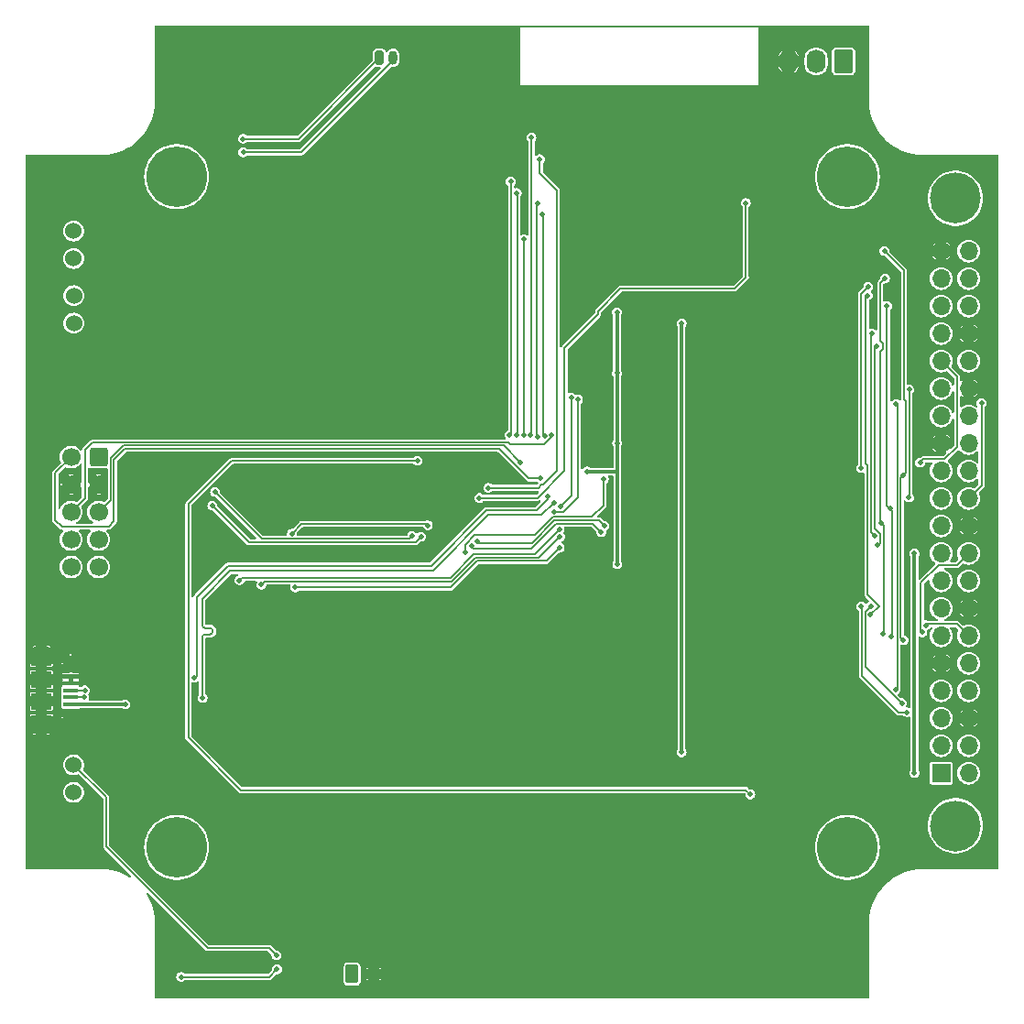
<source format=gbr>
%TF.GenerationSoftware,KiCad,Pcbnew,7.0.9-7.0.9~ubuntu22.04.1*%
%TF.CreationDate,2023-12-31T10:10:50+00:00*%
%TF.ProjectId,stm32_sbc_wifi,73746d33-325f-4736-9263-5f776966692e,A*%
%TF.SameCoordinates,Original*%
%TF.FileFunction,Copper,L2,Bot*%
%TF.FilePolarity,Positive*%
%FSLAX46Y46*%
G04 Gerber Fmt 4.6, Leading zero omitted, Abs format (unit mm)*
G04 Created by KiCad (PCBNEW 7.0.9-7.0.9~ubuntu22.04.1) date 2023-12-31 10:10:50*
%MOMM*%
%LPD*%
G01*
G04 APERTURE LIST*
G04 Aperture macros list*
%AMRoundRect*
0 Rectangle with rounded corners*
0 $1 Rounding radius*
0 $2 $3 $4 $5 $6 $7 $8 $9 X,Y pos of 4 corners*
0 Add a 4 corners polygon primitive as box body*
4,1,4,$2,$3,$4,$5,$6,$7,$8,$9,$2,$3,0*
0 Add four circle primitives for the rounded corners*
1,1,$1+$1,$2,$3*
1,1,$1+$1,$4,$5*
1,1,$1+$1,$6,$7*
1,1,$1+$1,$8,$9*
0 Add four rect primitives between the rounded corners*
20,1,$1+$1,$2,$3,$4,$5,0*
20,1,$1+$1,$4,$5,$6,$7,0*
20,1,$1+$1,$6,$7,$8,$9,0*
20,1,$1+$1,$8,$9,$2,$3,0*%
G04 Aperture macros list end*
%TA.AperFunction,ComponentPad*%
%ADD10C,3.600000*%
%TD*%
%TA.AperFunction,ConnectorPad*%
%ADD11C,5.600000*%
%TD*%
%TA.AperFunction,ComponentPad*%
%ADD12C,4.700000*%
%TD*%
%TA.AperFunction,ComponentPad*%
%ADD13C,0.500000*%
%TD*%
%TA.AperFunction,ComponentPad*%
%ADD14R,1.700000X1.700000*%
%TD*%
%TA.AperFunction,ComponentPad*%
%ADD15O,1.700000X1.700000*%
%TD*%
%TA.AperFunction,ComponentPad*%
%ADD16C,1.524000*%
%TD*%
%TA.AperFunction,ComponentPad*%
%ADD17RoundRect,0.250000X0.620000X0.845000X-0.620000X0.845000X-0.620000X-0.845000X0.620000X-0.845000X0*%
%TD*%
%TA.AperFunction,ComponentPad*%
%ADD18O,1.740000X2.190000*%
%TD*%
%TA.AperFunction,SMDPad,CuDef*%
%ADD19R,1.350000X0.400000*%
%TD*%
%TA.AperFunction,ComponentPad*%
%ADD20O,1.900000X1.200000*%
%TD*%
%TA.AperFunction,SMDPad,CuDef*%
%ADD21R,1.900000X1.200000*%
%TD*%
%TA.AperFunction,ComponentPad*%
%ADD22C,1.450000*%
%TD*%
%TA.AperFunction,SMDPad,CuDef*%
%ADD23R,1.900000X1.500000*%
%TD*%
%TA.AperFunction,ComponentPad*%
%ADD24RoundRect,0.200000X-0.200000X-0.450000X0.200000X-0.450000X0.200000X0.450000X-0.200000X0.450000X0*%
%TD*%
%TA.AperFunction,ComponentPad*%
%ADD25O,0.800000X1.300000*%
%TD*%
%TA.AperFunction,ComponentPad*%
%ADD26RoundRect,0.250000X-0.350000X-0.625000X0.350000X-0.625000X0.350000X0.625000X-0.350000X0.625000X0*%
%TD*%
%TA.AperFunction,ComponentPad*%
%ADD27O,1.200000X1.750000*%
%TD*%
%TA.AperFunction,ComponentPad*%
%ADD28RoundRect,0.250000X0.600000X0.600000X-0.600000X0.600000X-0.600000X-0.600000X0.600000X-0.600000X0*%
%TD*%
%TA.AperFunction,ComponentPad*%
%ADD29C,1.700000*%
%TD*%
%TA.AperFunction,ViaPad*%
%ADD30C,0.500000*%
%TD*%
%TA.AperFunction,Conductor*%
%ADD31C,0.150000*%
%TD*%
%TA.AperFunction,Conductor*%
%ADD32C,0.300000*%
%TD*%
%TA.AperFunction,Conductor*%
%ADD33C,0.200000*%
%TD*%
G04 APERTURE END LIST*
D10*
%TO.P,REF\u002A\u002A,1*%
%TO.N,N/C*%
X94000000Y-54000000D03*
D11*
X94000000Y-54000000D03*
%TD*%
D10*
%TO.P,REF\u002A\u002A,1*%
%TO.N,N/C*%
X156000000Y-54000000D03*
D11*
X156000000Y-54000000D03*
%TD*%
D10*
%TO.P,REF\u002A\u002A,1*%
%TO.N,N/C*%
X94000000Y-116000000D03*
D11*
X94000000Y-116000000D03*
%TD*%
D10*
%TO.P,REF\u002A\u002A,1*%
%TO.N,N/C*%
X156000000Y-116000000D03*
D11*
X156000000Y-116000000D03*
%TD*%
D12*
%TO.P,REF\u002A\u002A,1*%
%TO.N,N/C*%
X166000000Y-114000000D03*
%TD*%
%TO.P,REF\u002A\u002A,1*%
%TO.N,N/C*%
X166000000Y-56000000D03*
%TD*%
D13*
%TO.P,U10,29,PADDLE_GND*%
%TO.N,GND*%
X135086550Y-54705000D03*
X135086550Y-55905000D03*
X135086550Y-57105000D03*
X136286550Y-54705000D03*
X136286550Y-55905000D03*
X136286550Y-57105000D03*
X137486550Y-54705000D03*
X137486550Y-55905000D03*
X137486550Y-57105000D03*
%TD*%
D14*
%TO.P,J7,1,3V3*%
%TO.N,+3V3*%
X164670000Y-109140000D03*
D15*
%TO.P,J7,2,5V0*%
%TO.N,+5V*%
X167210000Y-109140000D03*
%TO.P,J7,3,GPIO02/SDA1*%
%TO.N,IO_I2C1_SDA*%
X164670000Y-106600000D03*
%TO.P,J7,4,5V0*%
%TO.N,+5V*%
X167210000Y-106600000D03*
%TO.P,J7,5,GPIO03/SCL1*%
%TO.N,IO_I2C1_SCL*%
X164670000Y-104060000D03*
%TO.P,J7,6,GND*%
%TO.N,GND*%
X167210000Y-104060000D03*
%TO.P,J7,7,GPIO04/GPCLK0*%
%TO.N,IO_GPIO04*%
X164670000Y-101520000D03*
%TO.P,J7,8,GPIO14/TXD*%
%TO.N,IO_UART_TX*%
X167210000Y-101520000D03*
%TO.P,J7,9,GND*%
%TO.N,GND*%
X164670000Y-98980000D03*
%TO.P,J7,10,GPIO15/RXD*%
%TO.N,IO_UART_RX*%
X167210000Y-98980000D03*
%TO.P,J7,11,GPIO17/SPI1_~{CE1}*%
%TO.N,IO_SPI1_CE1*%
X164670000Y-96440000D03*
%TO.P,J7,12,GPIO18/SPI1_~{CE0}*%
%TO.N,IO_SPI1_CE0*%
X167210000Y-96440000D03*
%TO.P,J7,13,GPIO27*%
%TO.N,IO_GPIO27*%
X164670000Y-93900000D03*
%TO.P,J7,14,GND*%
%TO.N,GND*%
X167210000Y-93900000D03*
%TO.P,J7,15,GPIO22*%
%TO.N,IO_GPIO22*%
X164670000Y-91360000D03*
%TO.P,J7,16,GPIO23*%
%TO.N,IO_GPIO23*%
X167210000Y-91360000D03*
%TO.P,J7,17,3V3*%
%TO.N,+3V3*%
X164670000Y-88820000D03*
%TO.P,J7,18,GPIO24*%
%TO.N,IO_GPIO24*%
X167210000Y-88820000D03*
%TO.P,J7,19,GPIO10/SPI0_MOSI*%
%TO.N,IO_SPI0_MOSI*%
X164670000Y-86280000D03*
%TO.P,J7,20,GND*%
%TO.N,GND*%
X167210000Y-86280000D03*
%TO.P,J7,21,GPIO09/SPI0_MISO*%
%TO.N,IO_SPI0_MISO*%
X164670000Y-83740000D03*
%TO.P,J7,22,GPIO25*%
%TO.N,IO_GPIO25*%
X167210000Y-83740000D03*
%TO.P,J7,23,GPIO11/SPI0SCLK*%
%TO.N,IO_SPI0_SCK*%
X164670000Y-81200000D03*
%TO.P,J7,24,GPIO08/SPI0_~{CE0}*%
%TO.N,IO_SPI0_CE0*%
X167210000Y-81200000D03*
%TO.P,J7,25,GND*%
%TO.N,GND*%
X164670000Y-78660000D03*
%TO.P,J7,26,GPIO07/SPI0_~{CE1}*%
%TO.N,IO_SPI0_CE1*%
X167210000Y-78660000D03*
%TO.P,J7,27,SDA0*%
%TO.N,IO_I2C0_SDA*%
X164670000Y-76120000D03*
%TO.P,J7,28,SCL0*%
%TO.N,IO_I2C0_SCL*%
X167210000Y-76120000D03*
%TO.P,J7,29,GPIO05/GPCLK1*%
%TO.N,IO_GPCLK1*%
X164670000Y-73580000D03*
%TO.P,J7,30,GND*%
%TO.N,GND*%
X167210000Y-73580000D03*
%TO.P,J7,31,GPIO06/GPCLK2*%
%TO.N,IO_GPCLK2*%
X164670000Y-71040000D03*
%TO.P,J7,32,GPIO12/PWM0*%
%TO.N,IO_PWM0*%
X167210000Y-71040000D03*
%TO.P,J7,33,GPIO13/PWM1*%
%TO.N,IO_PWM1*%
X164670000Y-68500000D03*
%TO.P,J7,34,GND*%
%TO.N,GND*%
X167210000Y-68500000D03*
%TO.P,J7,35,GPIO19/SPI1_MISO*%
%TO.N,IO_SPI1_MISO*%
X164670000Y-65960000D03*
%TO.P,J7,36,GPIO16/SPI1_~{CE2}*%
%TO.N,IO_SPI1_CE2*%
X167210000Y-65960000D03*
%TO.P,J7,37,GPIO26*%
%TO.N,IO_GPIO26*%
X164670000Y-63420000D03*
%TO.P,J7,38,GPIO20/SPI1_MOSI*%
%TO.N,IO_SPI1_MOSI*%
X167210000Y-63420000D03*
%TO.P,J7,39,GND*%
%TO.N,GND*%
X164670000Y-60880000D03*
%TO.P,J7,40,GPIO21/SPI1_CLK*%
%TO.N,IO_SPI1_SCK*%
X167210000Y-60880000D03*
%TD*%
D16*
%TO.P,D1,1,K*%
%TO.N,Net-(D1-K)*%
X84480000Y-108370000D03*
%TO.P,D1,2,A*%
%TO.N,Net-(D1-A)*%
X84480000Y-110910000D03*
%TD*%
D17*
%TO.P,J8,1,Pin_1*%
%TO.N,WIFI_UART_RX*%
X155650000Y-43340000D03*
D18*
%TO.P,J8,2,Pin_2*%
%TO.N,WIFI_UART_TX*%
X153110000Y-43340000D03*
%TO.P,J8,3,Pin_3*%
%TO.N,GND*%
X150570000Y-43340000D03*
%TD*%
D19*
%TO.P,J3,1,VBUS*%
%TO.N,+5C*%
X84212500Y-102790000D03*
%TO.P,J3,2,D-*%
%TO.N,Net-(J3-D-)*%
X84212500Y-102140000D03*
%TO.P,J3,3,D+*%
%TO.N,Net-(J3-D+)*%
X84212500Y-101490000D03*
%TO.P,J3,4,ID*%
%TO.N,GND*%
X84212500Y-100840000D03*
%TO.P,J3,5,GND*%
X84212500Y-100190000D03*
D20*
%TO.P,J3,6,Shield*%
X81512500Y-104990000D03*
D21*
X81512500Y-104390000D03*
D22*
X84212500Y-103990000D03*
D23*
X81512500Y-102490000D03*
X81512500Y-100490000D03*
D22*
X84212500Y-98990000D03*
D21*
X81512500Y-98590000D03*
D20*
X81512500Y-97990000D03*
%TD*%
D16*
%TO.P,D3,1,K*%
%TO.N,Net-(D3-K)*%
X84490000Y-65010000D03*
%TO.P,D3,2,A*%
%TO.N,Net-(D3-A)*%
X84490000Y-67550000D03*
%TD*%
%TO.P,D4,1,K*%
%TO.N,Net-(D4-K)*%
X84480000Y-59020000D03*
%TO.P,D4,2,A*%
%TO.N,Net-(D4-A)*%
X84480000Y-61560000D03*
%TD*%
D24*
%TO.P,J1,1,Pin_1*%
%TO.N,Net-(J1-Pin_1)*%
X112750000Y-43030000D03*
D25*
%TO.P,J1,2,Pin_2*%
%TO.N,Net-(J1-Pin_2)*%
X114000000Y-43030000D03*
%TD*%
D26*
%TO.P,J4,1,Pin_1*%
%TO.N,+3V8*%
X110220000Y-127710000D03*
D27*
%TO.P,J4,2,Pin_2*%
%TO.N,GND*%
X112220000Y-127710000D03*
%TD*%
D28*
%TO.P,J2,1,Pin_1*%
%TO.N,unconnected-(J2-Pin_1-Pad1)*%
X86780000Y-79920000D03*
D29*
%TO.P,J2,2,Pin_2*%
%TO.N,DBG_SWDIO*%
X84240000Y-79920000D03*
%TO.P,J2,3,Pin_3*%
%TO.N,GND*%
X86780000Y-82460000D03*
%TO.P,J2,4,Pin_4*%
X84240000Y-82460000D03*
%TO.P,J2,5,Pin_5*%
%TO.N,DBG_SWO*%
X86780000Y-85000000D03*
%TO.P,J2,6,Pin_6*%
%TO.N,DBG_SWCLK*%
X84240000Y-85000000D03*
%TO.P,J2,7,Pin_7*%
%TO.N,unconnected-(J2-Pin_7-Pad7)*%
X86780000Y-87540000D03*
%TO.P,J2,8,Pin_8*%
%TO.N,unconnected-(J2-Pin_8-Pad8)*%
X84240000Y-87540000D03*
%TO.P,J2,9,Pin_9*%
%TO.N,+5C*%
X86780000Y-90080000D03*
%TO.P,J2,10,Pin_10*%
X84240000Y-90080000D03*
%TD*%
D30*
%TO.N,GND*%
X155000000Y-79240000D03*
X86840000Y-101570000D03*
X138000000Y-84930000D03*
X147000000Y-84930000D03*
X147000000Y-79240000D03*
X155000000Y-91310000D03*
X138000000Y-91310000D03*
X138000000Y-79240000D03*
X120720000Y-85530000D03*
X101690000Y-42840000D03*
X155000000Y-76710000D03*
X138000000Y-82000000D03*
X86860000Y-100930000D03*
X147000000Y-82000000D03*
X147000000Y-76710000D03*
X147000000Y-91310000D03*
X138000000Y-76710000D03*
X155000000Y-84930000D03*
X121140000Y-82090000D03*
X96470000Y-126990000D03*
X165835720Y-92236011D03*
X155000000Y-82000000D03*
X105180000Y-82350000D03*
X108170000Y-127320000D03*
X162570000Y-87630000D03*
%TO.N,Net-(U3-RC)*%
X94420000Y-127970000D03*
X103280000Y-127270000D03*
%TO.N,+3V3*%
X134730000Y-89830000D03*
X162200000Y-88820000D03*
X134700000Y-66530000D03*
X162200000Y-109100000D03*
X134700000Y-72170000D03*
X134720000Y-78620000D03*
X131929498Y-81250000D03*
%TO.N,Net-(J1-Pin_2)*%
X100160000Y-51750000D03*
%TO.N,Net-(J1-Pin_1)*%
X100150000Y-50500000D03*
%TO.N,DBG_SWDIO*%
X127659190Y-81890000D03*
%TO.N,DBG_SWCLK*%
X128659371Y-77896904D03*
%TO.N,+5V*%
X140680000Y-107210000D03*
X140680000Y-67560000D03*
%TO.N,IO_I2C1_SDA*%
X157276657Y-93753597D03*
X161520000Y-103500000D03*
%TO.N,IO_I2C1_SCL*%
X161030000Y-102670000D03*
X158153728Y-93689698D03*
%TO.N,IO_UART_TX*%
X121797158Y-87719668D03*
X133540000Y-86270000D03*
%TO.N,IO_UART_RX*%
X133241709Y-86846954D03*
X121265663Y-88131163D03*
%TO.N,IO_SPI1_CE0*%
X163275414Y-95457760D03*
%TO.N,IO_SPI0_MOSI*%
X159470000Y-63410000D03*
X159154678Y-86027126D03*
X159310739Y-96245000D03*
%TO.N,IO_SPI0_MISO*%
X159665000Y-65950000D03*
X159987109Y-84702891D03*
X160045361Y-96545000D03*
%TO.N,IO_SPI0_SCK*%
X159430000Y-60870000D03*
X161182702Y-96845000D03*
X161180000Y-81590000D03*
%TO.N,IO_PWM0*%
X158735000Y-69650000D03*
X158772878Y-88069631D03*
%TO.N,IO_PWM1*%
X158270002Y-68500000D03*
X158502652Y-87177126D03*
%TO.N,IO_SPI1_CE2*%
X157886586Y-64976586D03*
X158132069Y-94524531D03*
%TO.N,USB_OTG_FS_D+*%
X128334834Y-83584834D03*
X95650000Y-100320000D03*
%TO.N,USB_OTG_FS_D-*%
X96410000Y-102190000D03*
X128865166Y-84115166D03*
%TO.N,FLASH_MISO*%
X116585000Y-87275000D03*
X97300000Y-84420000D03*
%TO.N,FLASH_MOSI*%
X104660000Y-86990000D03*
X117220000Y-86230000D03*
%TO.N,FLASH_NSS*%
X97550000Y-83150000D03*
X115760000Y-87230000D03*
%TO.N,FLASH_SCK*%
X104970000Y-91980000D03*
X129410000Y-88290000D03*
%TO.N,IO_GPIO04*%
X160460000Y-101400000D03*
X160480000Y-75000000D03*
%TO.N,IO_GPIO24*%
X162930000Y-96120000D03*
%TO.N,IO_GPIO25*%
X168400000Y-74940000D03*
%TO.N,IO_GPCLK1*%
X161700000Y-83655000D03*
X161725000Y-73690000D03*
%TO.N,IO_GPCLK2*%
X162720000Y-80430000D03*
%TO.N,IO_GPIO26*%
X157300000Y-80950000D03*
X133480000Y-81950000D03*
X120680000Y-88760000D03*
X157930000Y-64200000D03*
%TO.N,WIFI_RSTN*%
X146610000Y-56430000D03*
X121980000Y-83700000D03*
%TO.N,WIFI_SCK*%
X127800000Y-57490000D03*
X128015265Y-77980452D03*
%TO.N,WIFI_MISO*%
X127390000Y-56470000D03*
X127366993Y-78020415D03*
%TO.N,WIFI_WAKE*%
X126800000Y-50400000D03*
X126729368Y-77896770D03*
%TO.N,WIFI_MOSI*%
X124880000Y-54460000D03*
X124757536Y-77869820D03*
%TO.N,WIFI_NSS*%
X125440000Y-55510000D03*
X125405308Y-77917196D03*
%TO.N,LOCAL_I2C_SDA*%
X131100000Y-74610000D03*
X128920000Y-84990000D03*
%TO.N,Net-(U8-VBAT)*%
X116270000Y-80270000D03*
X147030000Y-111100000D03*
%TO.N,+5C*%
X89240000Y-102790000D03*
%TO.N,Net-(D1-K)*%
X103220000Y-125980000D03*
%TO.N,LOCAL_I2C_SCL*%
X129472740Y-84483443D03*
X130470000Y-74420000D03*
%TO.N,Net-(D3-K)*%
X129443874Y-87270121D03*
X101830000Y-91720000D03*
%TO.N,Net-(D4-K)*%
X99810000Y-91310000D03*
X129377680Y-86624001D03*
%TO.N,Net-(J3-D-)*%
X85460000Y-102130000D03*
%TO.N,WIFI_IRQ*%
X127570000Y-52380000D03*
X122820000Y-82760000D03*
%TO.N,WIFI_CEN*%
X126080000Y-77910000D03*
X126100000Y-59800000D03*
%TO.N,Net-(J3-D+)*%
X85510000Y-101480000D03*
%TO.N,DBG_SWO*%
X125750000Y-80400000D03*
%TD*%
D31*
%TO.N,Net-(U3-RC)*%
X102580000Y-127970000D02*
X94420000Y-127970000D01*
X103280000Y-127270000D02*
X102580000Y-127970000D01*
D32*
%TO.N,+3V3*%
X134740000Y-78640000D02*
X134720000Y-78620000D01*
X134720000Y-78620000D02*
X134720000Y-72190000D01*
X134740000Y-89820000D02*
X134730000Y-89830000D01*
X162200000Y-88820000D02*
X162200000Y-109100000D01*
X134700000Y-72170000D02*
X134700000Y-66530000D01*
X131929498Y-81250000D02*
X134740000Y-81250000D01*
X134740000Y-81250000D02*
X134740000Y-78640000D01*
X134740000Y-81250000D02*
X134740000Y-89820000D01*
D31*
%TO.N,Net-(J1-Pin_2)*%
X105530000Y-51750000D02*
X114000000Y-43280000D01*
X114000000Y-43280000D02*
X114000000Y-43030000D01*
X100160000Y-51750000D02*
X105530000Y-51750000D01*
%TO.N,Net-(J1-Pin_1)*%
X100150000Y-50500000D02*
X105280000Y-50500000D01*
X105280000Y-50500000D02*
X112750000Y-43030000D01*
%TO.N,DBG_SWDIO*%
X87720000Y-86360000D02*
X83390000Y-86360000D01*
X88200000Y-80170000D02*
X88200000Y-85880000D01*
X88200000Y-85880000D02*
X87720000Y-86360000D01*
X89200000Y-79170000D02*
X88200000Y-80170000D01*
X82780000Y-85750000D02*
X82780000Y-81380000D01*
X126540000Y-81890000D02*
X123820000Y-79170000D01*
X127659190Y-81760813D02*
X127659190Y-81890000D01*
X127653877Y-81755500D02*
X127659190Y-81760813D01*
X123820000Y-79170000D02*
X89200000Y-79170000D01*
X127659190Y-81890000D02*
X126540000Y-81890000D01*
X83390000Y-86360000D02*
X82780000Y-85750000D01*
X82780000Y-81380000D02*
X84240000Y-79920000D01*
%TO.N,DBG_SWCLK*%
X124664264Y-78560000D02*
X86220000Y-78560000D01*
X128659371Y-78080629D02*
X127980000Y-78760000D01*
X124864264Y-78760000D02*
X124664264Y-78560000D01*
X85520000Y-79260000D02*
X85520000Y-83720000D01*
X86220000Y-78560000D02*
X85520000Y-79260000D01*
X128659371Y-77896904D02*
X128659371Y-78080629D01*
X85520000Y-83720000D02*
X84240000Y-85000000D01*
X127980000Y-78760000D02*
X124864264Y-78760000D01*
D32*
%TO.N,+5V*%
X140680000Y-67560000D02*
X140680000Y-107210000D01*
D31*
%TO.N,IO_I2C1_SDA*%
X157340462Y-93817402D02*
X157276657Y-93753597D01*
X157340462Y-100120462D02*
X157340462Y-93817402D01*
X161520000Y-103500000D02*
X160720000Y-103500000D01*
X160720000Y-103500000D02*
X157340462Y-100120462D01*
%TO.N,IO_I2C1_SCL*%
X157642069Y-99282069D02*
X157642069Y-94201357D01*
X161030000Y-102670000D02*
X157642069Y-99282069D01*
X157642069Y-94201357D02*
X158153728Y-93689698D01*
%TO.N,IO_UART_TX*%
X126836422Y-87857842D02*
X121935332Y-87857842D01*
X128914264Y-85780000D02*
X126836422Y-87857842D01*
X133540000Y-86270000D02*
X133050000Y-85780000D01*
X133050000Y-85780000D02*
X128914264Y-85780000D01*
X121935332Y-87857842D02*
X121797158Y-87719668D01*
%TO.N,IO_UART_RX*%
X126769191Y-88349337D02*
X121483837Y-88349337D01*
X133241709Y-86846954D02*
X132474755Y-86080000D01*
X129038528Y-86080000D02*
X126769191Y-88349337D01*
X132474755Y-86080000D02*
X129038528Y-86080000D01*
X121483837Y-88349337D02*
X121265663Y-88131163D01*
%TO.N,IO_SPI1_CE0*%
X167210000Y-96440000D02*
X166135000Y-95365000D01*
X163368174Y-95365000D02*
X163275414Y-95457760D01*
X166135000Y-95365000D02*
X163368174Y-95365000D01*
%TO.N,IO_SPI0_MOSI*%
X159026528Y-69128355D02*
X159310000Y-69411827D01*
X159366789Y-96188950D02*
X159310739Y-96245000D01*
X159310000Y-69888173D02*
X159026528Y-70171645D01*
X159026528Y-63853472D02*
X159026528Y-69128355D01*
X159026528Y-70171645D02*
X159026528Y-85898976D01*
X159154678Y-86027126D02*
X159366789Y-86239237D01*
X159470000Y-63410000D02*
X159026528Y-63853472D01*
X159310000Y-69411827D02*
X159310000Y-69888173D01*
X159026528Y-85898976D02*
X159154678Y-86027126D01*
X159366789Y-86239237D02*
X159366789Y-96188950D01*
%TO.N,IO_SPI0_MISO*%
X159987109Y-84702891D02*
X160170000Y-84885782D01*
X160170000Y-84885782D02*
X160170000Y-96420361D01*
X159665000Y-84380782D02*
X159987109Y-84702891D01*
X159665000Y-65950000D02*
X159665000Y-84380782D01*
X160170000Y-96420361D02*
X160045361Y-96545000D01*
%TO.N,IO_SPI0_SCK*%
X161180000Y-81590000D02*
X160920361Y-81849639D01*
X160920361Y-81849639D02*
X160920361Y-96582659D01*
X161415000Y-74771827D02*
X161415000Y-81355000D01*
X161230000Y-74586827D02*
X161415000Y-74771827D01*
X160920361Y-96582659D02*
X161182702Y-96845000D01*
X161415000Y-81355000D02*
X161180000Y-81590000D01*
X161230000Y-62670000D02*
X161230000Y-74586827D01*
X159430000Y-60870000D02*
X161230000Y-62670000D01*
%TO.N,IO_PWM0*%
X158735000Y-69650000D02*
X158540000Y-69845000D01*
X159001683Y-87840826D02*
X158772878Y-88069631D01*
X159001683Y-86999805D02*
X159001683Y-87840826D01*
X158540000Y-86538122D02*
X159001683Y-86999805D01*
X158540000Y-69845000D02*
X158540000Y-86538122D01*
%TO.N,IO_PWM1*%
X158175000Y-86849474D02*
X158502652Y-87177126D01*
X158175000Y-68595002D02*
X158175000Y-86849474D01*
X158270002Y-68500000D02*
X158175000Y-68595002D01*
%TO.N,IO_SPI1_CE2*%
X157875000Y-80711827D02*
X157875000Y-92641600D01*
X157715000Y-65148172D02*
X157715000Y-80551827D01*
X157875000Y-92641600D02*
X158945000Y-93711600D01*
X157886586Y-64976586D02*
X157715000Y-65148172D01*
X158945000Y-93711600D02*
X158132069Y-94524531D01*
X157715000Y-80551827D02*
X157875000Y-80711827D01*
D33*
%TO.N,USB_OTG_FS_D+*%
X95850500Y-100119500D02*
X95650000Y-100320000D01*
X127286801Y-84845000D02*
X122646800Y-84845000D01*
X128334834Y-83796967D02*
X127286801Y-84845000D01*
X122646800Y-84845000D02*
X117516800Y-89975000D01*
X98756800Y-89975000D02*
X95850500Y-92881300D01*
X95850500Y-92881300D02*
X95850500Y-100119500D01*
X117516800Y-89975000D02*
X98756800Y-89975000D01*
X128334834Y-83584834D02*
X128334834Y-83796967D01*
%TO.N,USB_OTG_FS_D-*%
X127685332Y-85295000D02*
X122833200Y-85295000D01*
X96350000Y-93018200D02*
X96350000Y-95420000D01*
X96350000Y-102130000D02*
X96410000Y-102190000D01*
X122833200Y-85295000D02*
X117703200Y-90425000D01*
X117703200Y-90425000D02*
X98943200Y-90425000D01*
X97050000Y-96320000D02*
X96650000Y-96320000D01*
X98943200Y-90425000D02*
X96350000Y-93018200D01*
X128865166Y-84115166D02*
X127685332Y-85295000D01*
X96650000Y-95720000D02*
X97050000Y-95720000D01*
X96350000Y-96620000D02*
X96350000Y-102130000D01*
X96350000Y-95420000D02*
G75*
G03*
X96650000Y-95720000I300000J0D01*
G01*
X97050000Y-96320000D02*
G75*
G03*
X97350000Y-96020000I0J300000D01*
G01*
X96650000Y-96320000D02*
G75*
G03*
X96350000Y-96620000I0J-300000D01*
G01*
X97350000Y-96020000D02*
G75*
G03*
X97050000Y-95720000I-300000J0D01*
G01*
D31*
%TO.N,FLASH_MISO*%
X97300000Y-84420000D02*
X100660000Y-87780000D01*
X116080000Y-87780000D02*
X116585000Y-87275000D01*
X100660000Y-87780000D02*
X116080000Y-87780000D01*
%TO.N,FLASH_MOSI*%
X104660000Y-86990000D02*
X105550000Y-86100000D01*
X117090000Y-86100000D02*
X117220000Y-86230000D01*
X105550000Y-86100000D02*
X117090000Y-86100000D01*
%TO.N,FLASH_NSS*%
X97550000Y-83150000D02*
X101880499Y-87480499D01*
X101880499Y-87480499D02*
X115509501Y-87480499D01*
X115509501Y-87480499D02*
X115760000Y-87230000D01*
%TO.N,FLASH_SCK*%
X119333248Y-91980000D02*
X104970000Y-91980000D01*
X128175663Y-89524337D02*
X121788911Y-89524337D01*
X129410000Y-88290000D02*
X128175663Y-89524337D01*
X121788911Y-89524337D02*
X119333248Y-91980000D01*
%TO.N,IO_GPIO04*%
X160620361Y-75140361D02*
X160480000Y-75000000D01*
X160620361Y-101239639D02*
X160620361Y-75140361D01*
X160460000Y-101400000D02*
X160620361Y-101239639D01*
%TO.N,IO_GPIO24*%
X166135000Y-89895000D02*
X164445000Y-89895000D01*
X164445000Y-89895000D02*
X162790000Y-91550000D01*
X162790000Y-91550000D02*
X162790000Y-95980000D01*
X167210000Y-88820000D02*
X166135000Y-89895000D01*
X162790000Y-95980000D02*
X162930000Y-96120000D01*
%TO.N,IO_GPIO25*%
X168400000Y-82550000D02*
X168400000Y-74940000D01*
X167210000Y-83740000D02*
X168400000Y-82550000D01*
%TO.N,IO_GPCLK1*%
X161725000Y-83630000D02*
X161700000Y-83655000D01*
X161725000Y-73690000D02*
X161725000Y-83630000D01*
%TO.N,IO_GPCLK2*%
X162720000Y-80430000D02*
X163025000Y-80125000D01*
X166135000Y-78985000D02*
X166135000Y-72505000D01*
X166135000Y-72505000D02*
X164670000Y-71040000D01*
X163025000Y-80125000D02*
X164995000Y-80125000D01*
X164995000Y-80125000D02*
X166135000Y-78985000D01*
%TO.N,IO_GPIO26*%
X157300000Y-80950000D02*
X157300000Y-64830000D01*
X120680000Y-88023653D02*
X121558985Y-87144668D01*
X157300000Y-64830000D02*
X157930000Y-64200000D01*
X128805000Y-85465000D02*
X132395000Y-85465000D01*
X121558985Y-87144668D02*
X127125332Y-87144668D01*
X133480000Y-84380000D02*
X133480000Y-81950000D01*
X127125332Y-87144668D02*
X128805000Y-85465000D01*
X120680000Y-88760000D02*
X120680000Y-88023653D01*
X132395000Y-85465000D02*
X133480000Y-84380000D01*
%TO.N,WIFI_RSTN*%
X121980000Y-83700000D02*
X127340000Y-83700000D01*
X127340000Y-83700000D02*
X129850000Y-81190000D01*
X129850000Y-81190000D02*
X129850000Y-69830000D01*
X132950000Y-66730000D02*
X132950000Y-66440000D01*
X135030000Y-64360000D02*
X145540000Y-64360000D01*
X132950000Y-66440000D02*
X135030000Y-64360000D01*
X145540000Y-64360000D02*
X146610000Y-63290000D01*
X146610000Y-63290000D02*
X146610000Y-56430000D01*
X129850000Y-69830000D02*
X132950000Y-66730000D01*
%TO.N,WIFI_SCK*%
X127800000Y-57490000D02*
X127840000Y-57530000D01*
X127840000Y-77805187D02*
X128015265Y-77980452D01*
X127840000Y-57530000D02*
X127840000Y-77805187D01*
%TO.N,WIFI_MISO*%
X127390000Y-56470000D02*
X127325500Y-56534500D01*
X127325500Y-56534500D02*
X127325500Y-77978922D01*
X127325500Y-77978922D02*
X127366993Y-78020415D01*
%TO.N,WIFI_WAKE*%
X126810000Y-77816138D02*
X126729368Y-77896770D01*
X126800000Y-50400000D02*
X126810000Y-50410000D01*
X126810000Y-50410000D02*
X126810000Y-77816138D01*
%TO.N,WIFI_MOSI*%
X124920000Y-77707356D02*
X124920000Y-54500000D01*
X124920000Y-54500000D02*
X124880000Y-54460000D01*
X124757536Y-77869820D02*
X124920000Y-77707356D01*
%TO.N,WIFI_NSS*%
X125405308Y-77917196D02*
X125470000Y-77852504D01*
X125470000Y-55540000D02*
X125440000Y-55510000D01*
X125470000Y-77852504D02*
X125470000Y-55540000D01*
%TO.N,LOCAL_I2C_SDA*%
X129737581Y-84990000D02*
X128920000Y-84990000D01*
X131100000Y-83627581D02*
X129737581Y-84990000D01*
X131100000Y-74610000D02*
X131100000Y-83627581D01*
%TO.N,Net-(U8-VBAT)*%
X99930000Y-110700000D02*
X146630000Y-110700000D01*
X95080000Y-105850000D02*
X99930000Y-110700000D01*
X95080000Y-84280000D02*
X95080000Y-105850000D01*
X146630000Y-110700000D02*
X147030000Y-111100000D01*
X99090000Y-80270000D02*
X95080000Y-84280000D01*
X116270000Y-80270000D02*
X99090000Y-80270000D01*
D32*
%TO.N,+5C*%
X84212500Y-102790000D02*
X89240000Y-102790000D01*
D31*
%TO.N,Net-(D1-K)*%
X87480000Y-111370000D02*
X84480000Y-108370000D01*
X102560000Y-125320000D02*
X96880000Y-125320000D01*
X87480000Y-115920000D02*
X87480000Y-111370000D01*
X103220000Y-125980000D02*
X102560000Y-125320000D01*
X96880000Y-125320000D02*
X87480000Y-115920000D01*
%TO.N,LOCAL_I2C_SCL*%
X130470000Y-83486183D02*
X129472740Y-84483443D01*
X130470000Y-74420000D02*
X130470000Y-83486183D01*
%TO.N,Net-(D3-K)*%
X119419002Y-91410998D02*
X121605663Y-89224337D01*
X101830000Y-91720000D02*
X102139002Y-91410998D01*
X102139002Y-91410998D02*
X119419002Y-91410998D01*
X127489658Y-89224337D02*
X129443874Y-87270121D01*
X121605663Y-89224337D02*
X127489658Y-89224337D01*
%TO.N,Net-(D4-K)*%
X100009002Y-91110998D02*
X119294738Y-91110998D01*
X119294738Y-91110998D02*
X121481399Y-88924337D01*
X121481399Y-88924337D02*
X127077344Y-88924337D01*
X127077344Y-88924337D02*
X129377680Y-86624001D01*
X99810000Y-91310000D02*
X100009002Y-91110998D01*
%TO.N,Net-(J3-D-)*%
X84212500Y-102140000D02*
X85450000Y-102140000D01*
X85450000Y-102140000D02*
X85460000Y-102130000D01*
%TO.N,WIFI_IRQ*%
X127715000Y-82465000D02*
X127897363Y-82465000D01*
X127570000Y-53690000D02*
X127570000Y-52380000D01*
X129133871Y-55253871D02*
X127570000Y-53690000D01*
X129133871Y-81228492D02*
X129133871Y-55253871D01*
X127420000Y-82760000D02*
X127715000Y-82465000D01*
X127897363Y-82465000D02*
X129133871Y-81228492D01*
X122820000Y-82760000D02*
X127420000Y-82760000D01*
%TO.N,WIFI_CEN*%
X126080000Y-77910000D02*
X126080000Y-59820000D01*
X126080000Y-59820000D02*
X126100000Y-59800000D01*
%TO.N,Net-(J3-D+)*%
X85500000Y-101490000D02*
X85510000Y-101480000D01*
X84212500Y-101490000D02*
X85500000Y-101490000D01*
%TO.N,DBG_SWO*%
X86780000Y-85000000D02*
X87900000Y-83880000D01*
X124210000Y-78860000D02*
X125750000Y-80400000D01*
X89085736Y-78860000D02*
X124210000Y-78860000D01*
X87900000Y-80045736D02*
X89085736Y-78860000D01*
X87900000Y-83880000D02*
X87900000Y-80045736D01*
%TD*%
%TA.AperFunction,Conductor*%
%TO.N,GND*%
G36*
X85953287Y-80912585D02*
G01*
X85967118Y-80922793D01*
X86095301Y-80967646D01*
X86125725Y-80970499D01*
X86125727Y-80970500D01*
X86125734Y-80970500D01*
X87434273Y-80970500D01*
X87434273Y-80970499D01*
X87464699Y-80967646D01*
X87492803Y-80957811D01*
X87553971Y-80956438D01*
X87604266Y-80991281D01*
X87624475Y-81049033D01*
X87624500Y-81051256D01*
X87624500Y-82281599D01*
X87605593Y-82339790D01*
X87595504Y-82351602D01*
X87487107Y-82459999D01*
X87595504Y-82568396D01*
X87623281Y-82622913D01*
X87624500Y-82638400D01*
X87624500Y-83724876D01*
X87605593Y-83783067D01*
X87595503Y-83794880D01*
X87354255Y-84036127D01*
X87299739Y-84063904D01*
X87239307Y-84054333D01*
X87237584Y-84053433D01*
X87183959Y-84024770D01*
X87183954Y-84024768D01*
X86985934Y-83964699D01*
X86985929Y-83964698D01*
X86780003Y-83944417D01*
X86779997Y-83944417D01*
X86574070Y-83964698D01*
X86574065Y-83964699D01*
X86376045Y-84024768D01*
X86193547Y-84122316D01*
X86033595Y-84253585D01*
X86033585Y-84253595D01*
X85902316Y-84413547D01*
X85804768Y-84596045D01*
X85744699Y-84794065D01*
X85744698Y-84794070D01*
X85724417Y-84999996D01*
X85724417Y-85000003D01*
X85744698Y-85205929D01*
X85744699Y-85205934D01*
X85804768Y-85403954D01*
X85902316Y-85586452D01*
X86033585Y-85746404D01*
X86033590Y-85746410D01*
X86037967Y-85750002D01*
X86193547Y-85877683D01*
X86193548Y-85877683D01*
X86193550Y-85877685D01*
X86231912Y-85898190D01*
X86274319Y-85942296D01*
X86282702Y-86002904D01*
X86253860Y-86056865D01*
X86198808Y-86083566D01*
X86185244Y-86084500D01*
X84834756Y-86084500D01*
X84776565Y-86065593D01*
X84740601Y-86016093D01*
X84740601Y-85954907D01*
X84776565Y-85905407D01*
X84788088Y-85898190D01*
X84826450Y-85877685D01*
X84986410Y-85746410D01*
X85117685Y-85586450D01*
X85215232Y-85403954D01*
X85275300Y-85205934D01*
X85275301Y-85205929D01*
X85295583Y-85000003D01*
X85295583Y-84999996D01*
X85275301Y-84794070D01*
X85275300Y-84794065D01*
X85236471Y-84666063D01*
X85215232Y-84596046D01*
X85215230Y-84596043D01*
X85215230Y-84596041D01*
X85186566Y-84542417D01*
X85175808Y-84482185D01*
X85202509Y-84427133D01*
X85203822Y-84425792D01*
X85688733Y-83940881D01*
X85703729Y-83928575D01*
X85718624Y-83918624D01*
X85738075Y-83889515D01*
X85779515Y-83827495D01*
X85791532Y-83767080D01*
X85795500Y-83747133D01*
X85795500Y-83747132D01*
X85800897Y-83720000D01*
X85797402Y-83702427D01*
X85795500Y-83683115D01*
X85795500Y-83386265D01*
X86560839Y-83386265D01*
X86593771Y-83396256D01*
X86779997Y-83414597D01*
X86780003Y-83414597D01*
X86966222Y-83396256D01*
X86966233Y-83396254D01*
X86999158Y-83386266D01*
X86779999Y-83167107D01*
X86560839Y-83386265D01*
X85795500Y-83386265D01*
X85795500Y-82778399D01*
X85814407Y-82720208D01*
X85824497Y-82708395D01*
X86001003Y-82531889D01*
X86280000Y-82531889D01*
X86320507Y-82669844D01*
X86398239Y-82790798D01*
X86506900Y-82884952D01*
X86637685Y-82944680D01*
X86744237Y-82960000D01*
X86815763Y-82960000D01*
X86922315Y-82944680D01*
X87053100Y-82884952D01*
X87161761Y-82790798D01*
X87239493Y-82669844D01*
X87280000Y-82531889D01*
X87280000Y-82388111D01*
X87239493Y-82250156D01*
X87161761Y-82129202D01*
X87053100Y-82035048D01*
X86922315Y-81975320D01*
X86815763Y-81960000D01*
X86744237Y-81960000D01*
X86637685Y-81975320D01*
X86506900Y-82035048D01*
X86398239Y-82129202D01*
X86320507Y-82250156D01*
X86280000Y-82388111D01*
X86280000Y-82531889D01*
X86001003Y-82531889D01*
X86072892Y-82460000D01*
X85824496Y-82211604D01*
X85796719Y-82157087D01*
X85795500Y-82141600D01*
X85795500Y-81533732D01*
X86560840Y-81533732D01*
X86780000Y-81752892D01*
X86999159Y-81533733D01*
X86999158Y-81533732D01*
X86966233Y-81523744D01*
X86966227Y-81523743D01*
X86780003Y-81505403D01*
X86779997Y-81505403D01*
X86593773Y-81523743D01*
X86593764Y-81523745D01*
X86560840Y-81533732D01*
X85795500Y-81533732D01*
X85795500Y-80992241D01*
X85814407Y-80934050D01*
X85863907Y-80898086D01*
X85925093Y-80898086D01*
X85953287Y-80912585D01*
G37*
%TD.AperFunction*%
%TA.AperFunction,Conductor*%
G36*
X85181582Y-80536422D02*
G01*
X85228879Y-80575237D01*
X85244500Y-80628612D01*
X85244500Y-82133580D01*
X85225593Y-82191771D01*
X85188077Y-82219027D01*
X84947107Y-82459999D01*
X85181631Y-82694523D01*
X85182478Y-82694582D01*
X85229395Y-82733857D01*
X85244500Y-82786417D01*
X85244500Y-83564876D01*
X85225593Y-83623067D01*
X85215503Y-83634880D01*
X84814255Y-84036127D01*
X84759739Y-84063904D01*
X84699307Y-84054333D01*
X84697584Y-84053433D01*
X84643959Y-84024770D01*
X84643954Y-84024768D01*
X84445934Y-83964699D01*
X84445929Y-83964698D01*
X84240003Y-83944417D01*
X84239997Y-83944417D01*
X84034070Y-83964698D01*
X84034065Y-83964699D01*
X83836045Y-84024768D01*
X83653547Y-84122316D01*
X83493595Y-84253585D01*
X83493585Y-84253595D01*
X83362316Y-84413547D01*
X83264768Y-84596045D01*
X83249237Y-84647245D01*
X83214252Y-84697442D01*
X83156443Y-84717488D01*
X83097893Y-84699727D01*
X83060964Y-84650942D01*
X83055500Y-84618507D01*
X83055500Y-83386265D01*
X84020839Y-83386265D01*
X84053771Y-83396256D01*
X84239997Y-83414597D01*
X84240003Y-83414597D01*
X84426222Y-83396256D01*
X84426233Y-83396254D01*
X84459158Y-83386266D01*
X84239999Y-83167107D01*
X84020839Y-83386265D01*
X83055500Y-83386265D01*
X83055500Y-82460003D01*
X83285403Y-82460003D01*
X83303743Y-82646227D01*
X83303744Y-82646233D01*
X83313732Y-82679158D01*
X83313733Y-82679159D01*
X83461003Y-82531889D01*
X83740000Y-82531889D01*
X83780507Y-82669844D01*
X83858239Y-82790798D01*
X83966900Y-82884952D01*
X84097685Y-82944680D01*
X84204237Y-82960000D01*
X84275763Y-82960000D01*
X84382315Y-82944680D01*
X84513100Y-82884952D01*
X84621761Y-82790798D01*
X84699493Y-82669844D01*
X84740000Y-82531889D01*
X84740000Y-82388111D01*
X84699493Y-82250156D01*
X84621761Y-82129202D01*
X84513100Y-82035048D01*
X84382315Y-81975320D01*
X84275763Y-81960000D01*
X84204237Y-81960000D01*
X84097685Y-81975320D01*
X83966900Y-82035048D01*
X83858239Y-82129202D01*
X83780507Y-82250156D01*
X83740000Y-82388111D01*
X83740000Y-82531889D01*
X83461003Y-82531889D01*
X83532892Y-82460000D01*
X83313732Y-82240840D01*
X83303745Y-82273764D01*
X83303743Y-82273773D01*
X83285403Y-82459996D01*
X83285403Y-82460003D01*
X83055500Y-82460003D01*
X83055500Y-81535123D01*
X83055952Y-81533732D01*
X84020840Y-81533732D01*
X84240000Y-81752892D01*
X84459159Y-81533733D01*
X84459158Y-81533732D01*
X84426233Y-81523744D01*
X84426227Y-81523743D01*
X84240003Y-81505403D01*
X84239997Y-81505403D01*
X84053773Y-81523743D01*
X84053764Y-81523745D01*
X84020840Y-81533732D01*
X83055952Y-81533732D01*
X83074407Y-81476932D01*
X83084490Y-81465125D01*
X83665745Y-80883869D01*
X83720260Y-80856094D01*
X83780692Y-80865665D01*
X83782417Y-80866566D01*
X83836041Y-80895230D01*
X83836043Y-80895230D01*
X83836046Y-80895232D01*
X83926904Y-80922793D01*
X84034065Y-80955300D01*
X84034070Y-80955301D01*
X84239997Y-80975583D01*
X84240000Y-80975583D01*
X84240003Y-80975583D01*
X84445929Y-80955301D01*
X84445934Y-80955300D01*
X84463416Y-80949997D01*
X84643954Y-80895232D01*
X84826450Y-80797685D01*
X84986410Y-80666410D01*
X85068972Y-80565806D01*
X85120503Y-80532820D01*
X85181582Y-80536422D01*
G37*
%TD.AperFunction*%
%TA.AperFunction,Conductor*%
G36*
X157958691Y-40019407D02*
G01*
X157994655Y-40068907D01*
X157999500Y-40099500D01*
X157999500Y-47206824D01*
X158033659Y-47619057D01*
X158033659Y-47619056D01*
X158101742Y-48027056D01*
X158203286Y-48428043D01*
X158203286Y-48428044D01*
X158337599Y-48819285D01*
X158503758Y-49198086D01*
X158700628Y-49561870D01*
X158810389Y-49729871D01*
X158926870Y-49908159D01*
X159146494Y-50190331D01*
X159180936Y-50234582D01*
X159461089Y-50538910D01*
X159739234Y-50794960D01*
X159765418Y-50819064D01*
X160091841Y-51073130D01*
X160263705Y-51185414D01*
X160438130Y-51299372D01*
X160801914Y-51496242D01*
X160801920Y-51496245D01*
X160907890Y-51542728D01*
X161180715Y-51662401D01*
X161180724Y-51662404D01*
X161571956Y-51796714D01*
X161648251Y-51816034D01*
X161650240Y-51817287D01*
X161673989Y-51822552D01*
X161972943Y-51898258D01*
X162062125Y-51913139D01*
X162066582Y-51915457D01*
X162111266Y-51921340D01*
X162380944Y-51966341D01*
X162380943Y-51966341D01*
X162438212Y-51971086D01*
X162482706Y-51974773D01*
X162489739Y-51977720D01*
X162550053Y-51980354D01*
X162793176Y-52000500D01*
X162793178Y-52000500D01*
X162999901Y-52000500D01*
X169900500Y-52000500D01*
X169958691Y-52019407D01*
X169994655Y-52068907D01*
X169999500Y-52099500D01*
X169999500Y-117900500D01*
X169980593Y-117958691D01*
X169931093Y-117994655D01*
X169900500Y-117999500D01*
X162793176Y-117999500D01*
X162550092Y-118019642D01*
X162495831Y-118022011D01*
X162482716Y-118025225D01*
X162380944Y-118033659D01*
X162111309Y-118078652D01*
X162070606Y-118084011D01*
X162062129Y-118086859D01*
X161991552Y-118098636D01*
X161972943Y-118101742D01*
X161674040Y-118177434D01*
X161652112Y-118182296D01*
X161648252Y-118183964D01*
X161585517Y-118199851D01*
X161571956Y-118203286D01*
X161180715Y-118337599D01*
X160907890Y-118457272D01*
X160801920Y-118503755D01*
X160801916Y-118503756D01*
X160801914Y-118503758D01*
X160438130Y-118700628D01*
X160322707Y-118776038D01*
X160091841Y-118926870D01*
X159927616Y-119054692D01*
X159765418Y-119180936D01*
X159461089Y-119461089D01*
X159180936Y-119765418D01*
X158926870Y-120091841D01*
X158813392Y-120265533D01*
X158700628Y-120438130D01*
X158503758Y-120801914D01*
X158337599Y-121180715D01*
X158203286Y-121571956D01*
X158203286Y-121571957D01*
X158101742Y-121972944D01*
X158033660Y-122380943D01*
X158033659Y-122380944D01*
X158033659Y-122380943D01*
X157999500Y-122793176D01*
X157999500Y-129900500D01*
X157980593Y-129958691D01*
X157931093Y-129994655D01*
X157900500Y-129999500D01*
X92099500Y-129999500D01*
X92041309Y-129980593D01*
X92005345Y-129931093D01*
X92000500Y-129900500D01*
X92000500Y-127970002D01*
X93964867Y-127970002D01*
X93983302Y-128098225D01*
X94037117Y-128216061D01*
X94037118Y-128216063D01*
X94092232Y-128279669D01*
X94121952Y-128313968D01*
X94230926Y-128384001D01*
X94230931Y-128384004D01*
X94355228Y-128420500D01*
X94355230Y-128420500D01*
X94484770Y-128420500D01*
X94484772Y-128420500D01*
X94591121Y-128389274D01*
X109419500Y-128389274D01*
X109422353Y-128419694D01*
X109422355Y-128419703D01*
X109467207Y-128547883D01*
X109547845Y-128657144D01*
X109547847Y-128657146D01*
X109547850Y-128657150D01*
X109547853Y-128657152D01*
X109547855Y-128657154D01*
X109657116Y-128737792D01*
X109657117Y-128737792D01*
X109657118Y-128737793D01*
X109785301Y-128782646D01*
X109815725Y-128785499D01*
X109815727Y-128785500D01*
X109815734Y-128785500D01*
X110624273Y-128785500D01*
X110624273Y-128785499D01*
X110654699Y-128782646D01*
X110782882Y-128737793D01*
X110892150Y-128657150D01*
X110972793Y-128547882D01*
X111017646Y-128419699D01*
X111020499Y-128389273D01*
X111020500Y-128389273D01*
X111020500Y-128210000D01*
X111556682Y-128210000D01*
X111595629Y-128312695D01*
X111692194Y-128452594D01*
X111692194Y-128452595D01*
X111720000Y-128477228D01*
X112720000Y-128477228D01*
X112747805Y-128452595D01*
X112747805Y-128452594D01*
X112844370Y-128312695D01*
X112883318Y-128210000D01*
X112720001Y-128210000D01*
X112720000Y-128210001D01*
X112720000Y-128477228D01*
X111720000Y-128477228D01*
X111720000Y-128210001D01*
X111719999Y-128210000D01*
X111556682Y-128210000D01*
X111020500Y-128210000D01*
X111020500Y-127741395D01*
X111841114Y-127741395D01*
X111871837Y-127862719D01*
X111940289Y-127967492D01*
X112039052Y-128044363D01*
X112157424Y-128085000D01*
X112251073Y-128085000D01*
X112343446Y-128069586D01*
X112453514Y-128010019D01*
X112538278Y-127917941D01*
X112588551Y-127803330D01*
X112598886Y-127678605D01*
X112568163Y-127557281D01*
X112499711Y-127452508D01*
X112400948Y-127375637D01*
X112282576Y-127335000D01*
X112188927Y-127335000D01*
X112096554Y-127350414D01*
X111986486Y-127409981D01*
X111901722Y-127502059D01*
X111851449Y-127616670D01*
X111841114Y-127741395D01*
X111020500Y-127741395D01*
X111020500Y-127210000D01*
X111556682Y-127210000D01*
X111719999Y-127210000D01*
X111720000Y-127209999D01*
X111720000Y-126942770D01*
X112720000Y-126942770D01*
X112720000Y-127209999D01*
X112720001Y-127210000D01*
X112883317Y-127210000D01*
X112844370Y-127107304D01*
X112747804Y-126967404D01*
X112720000Y-126942770D01*
X111720000Y-126942770D01*
X111692195Y-126967404D01*
X111595629Y-127107304D01*
X111556682Y-127210000D01*
X111020500Y-127210000D01*
X111020500Y-127030727D01*
X111020499Y-127030725D01*
X111017646Y-127000301D01*
X110972793Y-126872118D01*
X110960894Y-126855996D01*
X110892154Y-126762855D01*
X110892152Y-126762853D01*
X110892150Y-126762850D01*
X110892146Y-126762847D01*
X110892144Y-126762845D01*
X110782883Y-126682207D01*
X110654703Y-126637355D01*
X110654694Y-126637353D01*
X110624274Y-126634500D01*
X110624266Y-126634500D01*
X109815734Y-126634500D01*
X109815725Y-126634500D01*
X109785305Y-126637353D01*
X109785296Y-126637355D01*
X109657116Y-126682207D01*
X109547855Y-126762845D01*
X109547845Y-126762855D01*
X109467207Y-126872116D01*
X109422355Y-127000296D01*
X109422353Y-127000305D01*
X109419500Y-127030725D01*
X109419500Y-128389274D01*
X94591121Y-128389274D01*
X94609069Y-128384004D01*
X94718049Y-128313967D01*
X94729860Y-128300335D01*
X94747769Y-128279669D01*
X94800165Y-128248073D01*
X94822588Y-128245500D01*
X102543116Y-128245500D01*
X102562429Y-128247401D01*
X102580000Y-128250897D01*
X102607132Y-128245500D01*
X102607133Y-128245500D01*
X102687495Y-128229515D01*
X102729465Y-128201471D01*
X102766342Y-128176832D01*
X102766348Y-128176826D01*
X102778624Y-128168624D01*
X102788574Y-128153730D01*
X102800887Y-128138728D01*
X103190120Y-127749496D01*
X103244636Y-127721719D01*
X103260123Y-127720500D01*
X103344770Y-127720500D01*
X103344772Y-127720500D01*
X103469069Y-127684004D01*
X103578049Y-127613967D01*
X103662882Y-127516063D01*
X103716697Y-127398226D01*
X103725281Y-127338523D01*
X103735133Y-127270002D01*
X103735133Y-127269997D01*
X103716697Y-127141774D01*
X103665986Y-127030734D01*
X103662882Y-127023937D01*
X103578049Y-126926033D01*
X103578048Y-126926032D01*
X103578047Y-126926031D01*
X103469073Y-126855998D01*
X103469070Y-126855996D01*
X103469069Y-126855996D01*
X103469066Y-126855995D01*
X103344774Y-126819500D01*
X103344772Y-126819500D01*
X103215228Y-126819500D01*
X103215225Y-126819500D01*
X103090933Y-126855995D01*
X103090926Y-126855998D01*
X102981952Y-126926031D01*
X102897117Y-127023938D01*
X102843302Y-127141774D01*
X102824867Y-127269997D01*
X102824867Y-127270002D01*
X102826050Y-127278234D01*
X102815613Y-127338523D01*
X102798061Y-127362321D01*
X102494881Y-127665503D01*
X102440364Y-127693281D01*
X102424877Y-127694500D01*
X94822588Y-127694500D01*
X94764397Y-127675593D01*
X94747769Y-127660331D01*
X94718050Y-127626034D01*
X94718048Y-127626032D01*
X94609073Y-127555998D01*
X94609070Y-127555996D01*
X94609069Y-127555996D01*
X94609066Y-127555995D01*
X94484774Y-127519500D01*
X94484772Y-127519500D01*
X94355228Y-127519500D01*
X94355225Y-127519500D01*
X94230933Y-127555995D01*
X94230926Y-127555998D01*
X94121952Y-127626031D01*
X94037117Y-127723938D01*
X93983302Y-127841774D01*
X93964867Y-127969997D01*
X93964867Y-127970002D01*
X92000500Y-127970002D01*
X92000500Y-122793176D01*
X91966341Y-122380943D01*
X91966341Y-122380944D01*
X91966340Y-122380943D01*
X91898258Y-121972944D01*
X91796714Y-121571957D01*
X91796714Y-121571956D01*
X91662401Y-121180715D01*
X91496242Y-120801914D01*
X91299372Y-120438130D01*
X91238863Y-120345514D01*
X91222864Y-120286457D01*
X91244633Y-120229276D01*
X91295855Y-120195810D01*
X91356965Y-120198844D01*
X91391746Y-120221362D01*
X96659113Y-125488729D01*
X96671422Y-125503729D01*
X96681371Y-125518618D01*
X96681373Y-125518620D01*
X96681376Y-125518624D01*
X96704376Y-125533992D01*
X96704378Y-125533994D01*
X96772505Y-125579515D01*
X96852867Y-125595500D01*
X96852870Y-125595500D01*
X96854876Y-125595899D01*
X96854882Y-125595900D01*
X96880000Y-125600896D01*
X96897566Y-125597401D01*
X96916879Y-125595500D01*
X102404876Y-125595500D01*
X102463067Y-125614407D01*
X102474880Y-125624496D01*
X102738061Y-125887677D01*
X102765838Y-125942194D01*
X102766050Y-125971763D01*
X102764867Y-125979995D01*
X102764867Y-125980002D01*
X102783302Y-126108225D01*
X102837117Y-126226061D01*
X102837118Y-126226063D01*
X102921951Y-126323967D01*
X102921952Y-126323968D01*
X103030926Y-126394001D01*
X103030931Y-126394004D01*
X103155228Y-126430500D01*
X103155230Y-126430500D01*
X103284770Y-126430500D01*
X103284772Y-126430500D01*
X103409069Y-126394004D01*
X103518049Y-126323967D01*
X103602882Y-126226063D01*
X103656697Y-126108226D01*
X103675133Y-125980000D01*
X103675132Y-125979995D01*
X103656697Y-125851774D01*
X103602882Y-125733938D01*
X103602882Y-125733937D01*
X103518049Y-125636033D01*
X103518048Y-125636032D01*
X103518047Y-125636031D01*
X103409073Y-125565998D01*
X103409070Y-125565996D01*
X103409069Y-125565996D01*
X103409066Y-125565995D01*
X103284774Y-125529500D01*
X103284772Y-125529500D01*
X103200124Y-125529500D01*
X103141933Y-125510593D01*
X103130120Y-125500504D01*
X102780885Y-125151269D01*
X102768573Y-125136266D01*
X102758625Y-125121378D01*
X102758624Y-125121376D01*
X102735623Y-125106007D01*
X102735622Y-125106006D01*
X102709465Y-125088528D01*
X102667495Y-125060485D01*
X102667494Y-125060484D01*
X102667495Y-125060484D01*
X102581183Y-125043316D01*
X102581171Y-125043313D01*
X102560002Y-125039103D01*
X102560001Y-125039103D01*
X102560000Y-125039103D01*
X102542430Y-125042598D01*
X102523116Y-125044500D01*
X97035124Y-125044500D01*
X96976933Y-125025593D01*
X96965120Y-125015504D01*
X87949616Y-116000000D01*
X90994415Y-116000000D01*
X91014738Y-116348929D01*
X91075430Y-116693133D01*
X91075430Y-116693134D01*
X91075431Y-116693136D01*
X91175674Y-117027971D01*
X91314111Y-117348904D01*
X91488870Y-117651596D01*
X91697588Y-117931953D01*
X91937442Y-118186183D01*
X91937443Y-118186184D01*
X91980524Y-118222333D01*
X92205189Y-118410849D01*
X92497207Y-118602913D01*
X92809549Y-118759777D01*
X93137989Y-118879319D01*
X93137992Y-118879319D01*
X93137993Y-118879320D01*
X93478075Y-118959921D01*
X93478080Y-118959921D01*
X93478086Y-118959923D01*
X93825241Y-119000500D01*
X93825244Y-119000500D01*
X94174756Y-119000500D01*
X94174759Y-119000500D01*
X94521914Y-118959923D01*
X94521920Y-118959921D01*
X94521924Y-118959921D01*
X94748645Y-118906187D01*
X94862011Y-118879319D01*
X95190451Y-118759777D01*
X95502793Y-118602913D01*
X95794811Y-118410849D01*
X96062558Y-118186183D01*
X96302412Y-117931953D01*
X96511130Y-117651596D01*
X96685889Y-117348904D01*
X96824326Y-117027971D01*
X96924569Y-116693136D01*
X96985262Y-116348927D01*
X97005585Y-116000000D01*
X152994415Y-116000000D01*
X153014738Y-116348929D01*
X153075430Y-116693133D01*
X153075430Y-116693134D01*
X153075431Y-116693136D01*
X153175674Y-117027971D01*
X153314111Y-117348904D01*
X153488870Y-117651596D01*
X153697588Y-117931953D01*
X153937442Y-118186183D01*
X153937443Y-118186184D01*
X153980524Y-118222333D01*
X154205189Y-118410849D01*
X154497207Y-118602913D01*
X154809549Y-118759777D01*
X155137989Y-118879319D01*
X155137992Y-118879319D01*
X155137993Y-118879320D01*
X155478075Y-118959921D01*
X155478080Y-118959921D01*
X155478086Y-118959923D01*
X155825241Y-119000500D01*
X155825244Y-119000500D01*
X156174756Y-119000500D01*
X156174759Y-119000500D01*
X156521914Y-118959923D01*
X156521920Y-118959921D01*
X156521924Y-118959921D01*
X156748645Y-118906187D01*
X156862011Y-118879319D01*
X157190451Y-118759777D01*
X157502793Y-118602913D01*
X157794811Y-118410849D01*
X158062558Y-118186183D01*
X158302412Y-117931953D01*
X158511130Y-117651596D01*
X158685889Y-117348904D01*
X158824326Y-117027971D01*
X158924569Y-116693136D01*
X158985262Y-116348927D01*
X159005585Y-116000000D01*
X158985262Y-115651073D01*
X158924569Y-115306864D01*
X158824326Y-114972029D01*
X158685889Y-114651096D01*
X158511130Y-114348404D01*
X158302412Y-114068047D01*
X158238213Y-114000000D01*
X163444457Y-114000000D01*
X163464608Y-114320299D01*
X163469970Y-114348405D01*
X163524744Y-114635538D01*
X163623916Y-114940758D01*
X163623918Y-114940764D01*
X163760561Y-115231142D01*
X163760568Y-115231155D01*
X163932521Y-115502109D01*
X163932522Y-115502110D01*
X164137089Y-115749390D01*
X164371036Y-115969080D01*
X164630672Y-116157716D01*
X164630679Y-116157719D01*
X164630682Y-116157722D01*
X164911901Y-116312323D01*
X164911904Y-116312325D01*
X165004351Y-116348927D01*
X165210294Y-116430466D01*
X165521139Y-116510277D01*
X165839536Y-116550500D01*
X166160464Y-116550500D01*
X166478861Y-116510277D01*
X166789706Y-116430466D01*
X167036688Y-116332678D01*
X167088095Y-116312325D01*
X167088097Y-116312324D01*
X167369328Y-116157716D01*
X167628964Y-115969080D01*
X167862911Y-115749390D01*
X168067478Y-115502110D01*
X168239439Y-115231142D01*
X168376084Y-114940758D01*
X168475256Y-114635538D01*
X168535392Y-114320294D01*
X168555543Y-114000000D01*
X168535392Y-113679706D01*
X168475256Y-113364462D01*
X168376084Y-113059242D01*
X168347971Y-112999500D01*
X168327297Y-112955565D01*
X168239439Y-112768858D01*
X168239435Y-112768853D01*
X168239431Y-112768844D01*
X168067478Y-112497890D01*
X167862916Y-112250616D01*
X167862906Y-112250605D01*
X167628966Y-112030922D01*
X167628964Y-112030920D01*
X167369328Y-111842284D01*
X167369322Y-111842280D01*
X167369317Y-111842277D01*
X167088098Y-111687676D01*
X167088095Y-111687674D01*
X166789706Y-111569534D01*
X166478861Y-111489723D01*
X166478854Y-111489722D01*
X166478858Y-111489722D01*
X166160464Y-111449500D01*
X165839536Y-111449500D01*
X165521143Y-111489722D01*
X165210293Y-111569534D01*
X164911904Y-111687674D01*
X164911901Y-111687676D01*
X164630682Y-111842277D01*
X164630673Y-111842283D01*
X164630672Y-111842284D01*
X164475832Y-111954780D01*
X164371033Y-112030922D01*
X164137093Y-112250605D01*
X164137083Y-112250616D01*
X163932521Y-112497890D01*
X163760568Y-112768844D01*
X163760561Y-112768857D01*
X163623918Y-113059235D01*
X163524745Y-113364460D01*
X163524742Y-113364470D01*
X163464608Y-113679700D01*
X163444457Y-114000000D01*
X158238213Y-114000000D01*
X158062558Y-113813817D01*
X157794811Y-113589151D01*
X157700157Y-113526896D01*
X157502794Y-113397087D01*
X157190453Y-113240224D01*
X157190452Y-113240223D01*
X157190451Y-113240223D01*
X156862011Y-113120681D01*
X156862012Y-113120681D01*
X156862006Y-113120679D01*
X156521924Y-113040078D01*
X156409089Y-113026889D01*
X156174759Y-112999500D01*
X155825241Y-112999500D01*
X155633950Y-113021858D01*
X155478075Y-113040078D01*
X155137993Y-113120679D01*
X154941191Y-113192309D01*
X154809549Y-113240223D01*
X154809548Y-113240223D01*
X154809546Y-113240224D01*
X154497205Y-113397087D01*
X154205190Y-113589150D01*
X153937443Y-113813815D01*
X153697591Y-114068043D01*
X153488871Y-114348402D01*
X153488869Y-114348405D01*
X153314111Y-114651095D01*
X153314108Y-114651102D01*
X153175674Y-114972027D01*
X153175672Y-114972034D01*
X153075430Y-115306865D01*
X153075430Y-115306866D01*
X153014738Y-115651070D01*
X152994415Y-116000000D01*
X97005585Y-116000000D01*
X96985262Y-115651073D01*
X96924569Y-115306864D01*
X96824326Y-114972029D01*
X96685889Y-114651096D01*
X96511130Y-114348404D01*
X96302412Y-114068047D01*
X96062558Y-113813817D01*
X95794811Y-113589151D01*
X95700157Y-113526896D01*
X95502794Y-113397087D01*
X95190453Y-113240224D01*
X95190452Y-113240223D01*
X95190451Y-113240223D01*
X94862011Y-113120681D01*
X94862012Y-113120681D01*
X94862006Y-113120679D01*
X94521924Y-113040078D01*
X94409089Y-113026889D01*
X94174759Y-112999500D01*
X93825241Y-112999500D01*
X93633950Y-113021858D01*
X93478075Y-113040078D01*
X93137993Y-113120679D01*
X92941191Y-113192309D01*
X92809549Y-113240223D01*
X92809548Y-113240223D01*
X92809546Y-113240224D01*
X92497205Y-113397087D01*
X92205190Y-113589150D01*
X91937443Y-113813815D01*
X91697591Y-114068043D01*
X91488871Y-114348402D01*
X91488869Y-114348405D01*
X91314111Y-114651095D01*
X91314108Y-114651102D01*
X91175674Y-114972027D01*
X91175672Y-114972034D01*
X91075430Y-115306865D01*
X91075430Y-115306866D01*
X91014738Y-115651070D01*
X90994415Y-116000000D01*
X87949616Y-116000000D01*
X87784496Y-115834880D01*
X87756719Y-115780363D01*
X87755500Y-115764876D01*
X87755500Y-111406883D01*
X87757402Y-111387569D01*
X87760897Y-111370000D01*
X87754600Y-111338342D01*
X87739515Y-111262505D01*
X87711471Y-111220534D01*
X87693994Y-111194378D01*
X87691293Y-111190335D01*
X87691288Y-111190329D01*
X87678627Y-111171380D01*
X87678626Y-111171379D01*
X87678624Y-111171376D01*
X87663733Y-111161426D01*
X87648731Y-111149115D01*
X85378846Y-108879230D01*
X85351069Y-108824713D01*
X85360640Y-108764281D01*
X85361486Y-108762658D01*
X85373537Y-108740115D01*
X85428573Y-108558683D01*
X85428574Y-108558678D01*
X85447157Y-108370003D01*
X85447157Y-108369996D01*
X85428574Y-108181321D01*
X85428573Y-108181316D01*
X85405332Y-108104700D01*
X85373537Y-107999885D01*
X85284162Y-107832676D01*
X85163883Y-107686117D01*
X85028771Y-107575232D01*
X85017328Y-107565841D01*
X85017326Y-107565840D01*
X85017324Y-107565838D01*
X84977959Y-107544797D01*
X84850120Y-107476465D01*
X84850115Y-107476463D01*
X84668683Y-107421426D01*
X84668678Y-107421425D01*
X84480003Y-107402843D01*
X84479997Y-107402843D01*
X84291321Y-107421425D01*
X84291316Y-107421426D01*
X84109884Y-107476463D01*
X84109879Y-107476465D01*
X83942681Y-107565835D01*
X83942671Y-107565841D01*
X83796121Y-107686113D01*
X83796113Y-107686121D01*
X83675841Y-107832671D01*
X83675835Y-107832681D01*
X83586465Y-107999879D01*
X83586463Y-107999884D01*
X83531426Y-108181316D01*
X83531425Y-108181321D01*
X83512843Y-108369996D01*
X83512843Y-108370003D01*
X83531425Y-108558678D01*
X83531426Y-108558683D01*
X83586463Y-108740115D01*
X83586465Y-108740120D01*
X83647302Y-108853937D01*
X83675838Y-108907324D01*
X83796117Y-109053883D01*
X83942676Y-109174162D01*
X84109885Y-109263537D01*
X84236280Y-109301877D01*
X84291316Y-109318573D01*
X84291321Y-109318574D01*
X84479997Y-109337157D01*
X84480000Y-109337157D01*
X84480003Y-109337157D01*
X84668678Y-109318574D01*
X84668683Y-109318573D01*
X84850115Y-109263537D01*
X84872556Y-109251541D01*
X84932785Y-109240783D01*
X84987838Y-109267482D01*
X84989230Y-109268846D01*
X87175504Y-111455120D01*
X87203281Y-111509637D01*
X87204500Y-111525124D01*
X87204500Y-115883115D01*
X87202598Y-115902427D01*
X87199103Y-115919999D01*
X87199103Y-115920002D01*
X87203311Y-115941162D01*
X87203316Y-115941182D01*
X87204500Y-115947132D01*
X87204500Y-115947133D01*
X87220485Y-116027495D01*
X87220486Y-116027496D01*
X87220486Y-116027498D01*
X87281375Y-116118623D01*
X87281376Y-116118624D01*
X87296267Y-116128574D01*
X87311269Y-116140885D01*
X89778637Y-118608253D01*
X89806414Y-118662770D01*
X89796843Y-118723202D01*
X89753578Y-118766467D01*
X89693146Y-118776038D01*
X89654485Y-118761137D01*
X89652403Y-118759777D01*
X89642839Y-118753528D01*
X89561870Y-118700628D01*
X89198086Y-118503758D01*
X89198083Y-118503756D01*
X89198080Y-118503755D01*
X89092109Y-118457272D01*
X88819285Y-118337599D01*
X88428044Y-118203286D01*
X88407004Y-118197957D01*
X88351746Y-118183964D01*
X88349756Y-118182710D01*
X88325967Y-118177436D01*
X88125409Y-118126648D01*
X88027057Y-118101742D01*
X88003540Y-118097817D01*
X87937870Y-118086859D01*
X87933411Y-118084540D01*
X87888693Y-118078652D01*
X87619056Y-118033659D01*
X87517283Y-118025225D01*
X87510249Y-118022277D01*
X87449908Y-118019642D01*
X87206824Y-117999500D01*
X87206822Y-117999500D01*
X87000099Y-117999500D01*
X80099500Y-117999500D01*
X80041309Y-117980593D01*
X80005345Y-117931093D01*
X80000500Y-117900500D01*
X80000500Y-110910003D01*
X83512843Y-110910003D01*
X83531425Y-111098678D01*
X83531426Y-111098683D01*
X83586463Y-111280115D01*
X83586465Y-111280120D01*
X83617586Y-111338342D01*
X83675838Y-111447324D01*
X83796117Y-111593883D01*
X83942676Y-111714162D01*
X84109885Y-111803537D01*
X84236280Y-111841877D01*
X84291316Y-111858573D01*
X84291321Y-111858574D01*
X84479997Y-111877157D01*
X84480000Y-111877157D01*
X84480003Y-111877157D01*
X84668678Y-111858574D01*
X84668683Y-111858573D01*
X84850115Y-111803537D01*
X85017324Y-111714162D01*
X85163883Y-111593883D01*
X85284162Y-111447324D01*
X85373537Y-111280115D01*
X85428573Y-111098683D01*
X85428574Y-111098678D01*
X85447157Y-110910003D01*
X85447157Y-110909996D01*
X85428574Y-110721321D01*
X85428573Y-110721316D01*
X85406788Y-110649500D01*
X85373537Y-110539885D01*
X85284162Y-110372676D01*
X85163883Y-110226117D01*
X85028771Y-110115232D01*
X85017328Y-110105841D01*
X85017326Y-110105840D01*
X85017324Y-110105838D01*
X84946959Y-110068227D01*
X84850120Y-110016465D01*
X84850115Y-110016463D01*
X84668683Y-109961426D01*
X84668678Y-109961425D01*
X84480003Y-109942843D01*
X84479997Y-109942843D01*
X84291321Y-109961425D01*
X84291316Y-109961426D01*
X84109884Y-110016463D01*
X84109879Y-110016465D01*
X83942681Y-110105835D01*
X83942671Y-110105841D01*
X83796121Y-110226113D01*
X83796113Y-110226121D01*
X83675841Y-110372671D01*
X83675835Y-110372681D01*
X83586465Y-110539879D01*
X83586463Y-110539884D01*
X83531426Y-110721316D01*
X83531425Y-110721321D01*
X83512843Y-110909996D01*
X83512843Y-110910003D01*
X80000500Y-110910003D01*
X80000500Y-105490000D01*
X80670271Y-105490000D01*
X80694904Y-105517805D01*
X80834804Y-105614370D01*
X80993750Y-105674650D01*
X81012499Y-105676926D01*
X81012500Y-105676926D01*
X82012500Y-105676926D01*
X82031249Y-105674650D01*
X82190195Y-105614370D01*
X82330094Y-105517805D01*
X82330095Y-105517805D01*
X82354729Y-105490000D01*
X82012501Y-105490000D01*
X82012500Y-105490001D01*
X82012500Y-105676926D01*
X81012500Y-105676926D01*
X81012500Y-105490001D01*
X81012499Y-105490000D01*
X80670271Y-105490000D01*
X80000500Y-105490000D01*
X80000500Y-104961840D01*
X80858605Y-104961840D01*
X80868954Y-105073521D01*
X80918948Y-105173922D01*
X81001834Y-105249484D01*
X81106420Y-105290000D01*
X81890302Y-105290000D01*
X81972750Y-105274588D01*
X82068110Y-105215543D01*
X82135701Y-105126038D01*
X82166395Y-105018160D01*
X82156046Y-104906479D01*
X82107772Y-104809532D01*
X84100072Y-104809532D01*
X84125786Y-104814999D01*
X84125793Y-104815000D01*
X84299207Y-104815000D01*
X84299213Y-104814999D01*
X84324925Y-104809533D01*
X84212499Y-104697107D01*
X84100072Y-104809532D01*
X82107772Y-104809532D01*
X82106052Y-104806078D01*
X82023166Y-104730516D01*
X81918580Y-104690000D01*
X81134698Y-104690000D01*
X81052250Y-104705412D01*
X80956890Y-104764457D01*
X80889299Y-104853962D01*
X80858605Y-104961840D01*
X80000500Y-104961840D01*
X80000500Y-103990000D01*
X83382956Y-103990000D01*
X83394601Y-104100790D01*
X83505392Y-103990000D01*
X83782202Y-103990000D01*
X83803262Y-104122969D01*
X83864382Y-104242923D01*
X83959577Y-104338118D01*
X84079531Y-104399238D01*
X84179049Y-104415000D01*
X84245951Y-104415000D01*
X84345469Y-104399238D01*
X84465423Y-104338118D01*
X84560618Y-104242923D01*
X84621738Y-104122969D01*
X84642798Y-103990000D01*
X84642798Y-103989999D01*
X84919607Y-103989999D01*
X85030398Y-104100790D01*
X85042043Y-103989999D01*
X85030397Y-103879208D01*
X84919607Y-103989999D01*
X84642798Y-103989999D01*
X84621738Y-103857031D01*
X84560618Y-103737077D01*
X84465423Y-103641882D01*
X84345469Y-103580762D01*
X84245951Y-103565000D01*
X84179049Y-103565000D01*
X84079531Y-103580762D01*
X83959577Y-103641882D01*
X83864382Y-103737077D01*
X83803262Y-103857031D01*
X83782202Y-103990000D01*
X83505392Y-103990000D01*
X83394601Y-103879209D01*
X83382956Y-103990000D01*
X80000500Y-103990000D01*
X80000500Y-103889999D01*
X80462500Y-103889999D01*
X80462501Y-103890000D01*
X81012499Y-103890000D01*
X81012500Y-103889999D01*
X82012500Y-103889999D01*
X82012501Y-103890000D01*
X82562498Y-103890000D01*
X82562499Y-103889999D01*
X82562499Y-103780150D01*
X82556698Y-103750983D01*
X82534596Y-103717905D01*
X82534592Y-103717901D01*
X82501518Y-103695801D01*
X82472351Y-103690000D01*
X82012501Y-103690000D01*
X82012500Y-103690001D01*
X82012500Y-103889999D01*
X81012500Y-103889999D01*
X81012500Y-103690001D01*
X81012499Y-103690000D01*
X80552650Y-103690000D01*
X80523483Y-103695801D01*
X80490405Y-103717903D01*
X80490401Y-103717907D01*
X80468301Y-103750981D01*
X80462500Y-103780148D01*
X80462500Y-103889999D01*
X80000500Y-103889999D01*
X80000500Y-103249849D01*
X80462501Y-103249849D01*
X80468301Y-103279016D01*
X80490403Y-103312094D01*
X80490407Y-103312098D01*
X80523481Y-103334198D01*
X80552649Y-103339999D01*
X81012498Y-103339999D01*
X81012500Y-103339998D01*
X82012500Y-103339998D01*
X82012501Y-103339999D01*
X82472350Y-103339999D01*
X82501516Y-103334198D01*
X82534594Y-103312096D01*
X82534598Y-103312092D01*
X82556698Y-103279018D01*
X82562499Y-103249851D01*
X82562500Y-103249848D01*
X82562500Y-103009746D01*
X83337000Y-103009746D01*
X83337001Y-103009758D01*
X83348632Y-103068227D01*
X83348634Y-103068233D01*
X83392945Y-103134548D01*
X83392948Y-103134552D01*
X83459269Y-103178867D01*
X83503731Y-103187711D01*
X83517741Y-103190498D01*
X83517746Y-103190498D01*
X83517752Y-103190500D01*
X83517753Y-103190500D01*
X84079099Y-103190500D01*
X84137290Y-103209407D01*
X84149102Y-103219496D01*
X84212500Y-103282893D01*
X84275898Y-103219496D01*
X84330415Y-103191719D01*
X84345901Y-103190500D01*
X84907247Y-103190500D01*
X84907248Y-103190500D01*
X84965731Y-103178867D01*
X84998180Y-103157185D01*
X85053182Y-103140500D01*
X88923048Y-103140500D01*
X88976571Y-103156216D01*
X89029915Y-103190498D01*
X89050931Y-103204004D01*
X89175228Y-103240500D01*
X89175230Y-103240500D01*
X89304770Y-103240500D01*
X89304772Y-103240500D01*
X89429069Y-103204004D01*
X89538049Y-103133967D01*
X89622882Y-103036063D01*
X89676697Y-102918226D01*
X89682842Y-102875484D01*
X89695133Y-102790002D01*
X89695133Y-102789997D01*
X89676697Y-102661774D01*
X89663188Y-102632194D01*
X89622882Y-102543937D01*
X89538049Y-102446033D01*
X89538048Y-102446032D01*
X89538047Y-102446031D01*
X89429073Y-102375998D01*
X89429070Y-102375996D01*
X89429069Y-102375996D01*
X89412371Y-102371093D01*
X89304774Y-102339500D01*
X89304772Y-102339500D01*
X89175228Y-102339500D01*
X89175225Y-102339500D01*
X89050933Y-102375995D01*
X89050926Y-102375998D01*
X88976571Y-102423784D01*
X88923048Y-102439500D01*
X85967959Y-102439500D01*
X85909768Y-102420593D01*
X85873804Y-102371093D01*
X85873804Y-102309907D01*
X85877906Y-102299373D01*
X85887024Y-102279404D01*
X85896697Y-102258226D01*
X85915133Y-102130000D01*
X85911747Y-102106452D01*
X85896697Y-102001774D01*
X85839941Y-101877497D01*
X85842693Y-101876239D01*
X85830432Y-101829594D01*
X85852631Y-101772577D01*
X85854452Y-101770414D01*
X85856344Y-101768231D01*
X85892882Y-101726063D01*
X85946697Y-101608226D01*
X85958199Y-101528225D01*
X85965133Y-101480002D01*
X85965133Y-101479997D01*
X85946697Y-101351774D01*
X85928576Y-101312096D01*
X85892882Y-101233937D01*
X85808049Y-101136033D01*
X85808048Y-101136032D01*
X85808047Y-101136031D01*
X85699073Y-101065998D01*
X85699070Y-101065996D01*
X85699069Y-101065996D01*
X85699066Y-101065995D01*
X85574774Y-101029500D01*
X85574772Y-101029500D01*
X85445228Y-101029500D01*
X85445225Y-101029500D01*
X85320933Y-101065995D01*
X85320926Y-101065998D01*
X85211951Y-101136032D01*
X85191836Y-101159246D01*
X85139439Y-101190841D01*
X85078479Y-101185604D01*
X85034704Y-101149416D01*
X85032055Y-101145452D01*
X85032054Y-101145451D01*
X85032052Y-101145448D01*
X85032048Y-101145445D01*
X85032046Y-101145443D01*
X85030750Y-101144577D01*
X85029149Y-101142546D01*
X85025157Y-101138554D01*
X85025629Y-101138081D01*
X84992873Y-101096525D01*
X84987509Y-101054712D01*
X84987500Y-101054712D01*
X84987500Y-101054641D01*
X84987233Y-101052560D01*
X84987500Y-101049849D01*
X84987500Y-101040001D01*
X84987499Y-101040000D01*
X83437502Y-101040000D01*
X83437501Y-101040001D01*
X83437501Y-101049857D01*
X83437768Y-101052572D01*
X83437501Y-101053788D01*
X83437501Y-101054711D01*
X83437298Y-101054711D01*
X83424649Y-101112334D01*
X83394252Y-101144575D01*
X83392951Y-101145444D01*
X83392948Y-101145446D01*
X83348634Y-101211766D01*
X83348632Y-101211772D01*
X83337001Y-101270241D01*
X83337000Y-101270253D01*
X83337000Y-101709746D01*
X83337001Y-101709758D01*
X83348632Y-101768230D01*
X83352314Y-101777119D01*
X83357111Y-101838116D01*
X83352314Y-101852881D01*
X83348632Y-101861769D01*
X83337001Y-101920241D01*
X83337000Y-101920253D01*
X83337000Y-102359746D01*
X83337001Y-102359758D01*
X83348632Y-102418230D01*
X83352314Y-102427119D01*
X83357111Y-102488116D01*
X83352314Y-102502881D01*
X83348632Y-102511769D01*
X83337001Y-102570241D01*
X83337000Y-102570253D01*
X83337000Y-103009746D01*
X82562500Y-103009746D01*
X82562500Y-102990001D01*
X82562499Y-102990000D01*
X82012501Y-102990000D01*
X82012500Y-102990001D01*
X82012500Y-103339998D01*
X81012500Y-103339998D01*
X81012500Y-102990001D01*
X81012499Y-102990000D01*
X80462502Y-102990000D01*
X80462501Y-102990001D01*
X80462501Y-103249849D01*
X80000500Y-103249849D01*
X80000500Y-101989999D01*
X80462500Y-101989999D01*
X80462501Y-101990000D01*
X81012499Y-101990000D01*
X81012500Y-101989999D01*
X82012500Y-101989999D01*
X82012501Y-101990000D01*
X82562498Y-101990000D01*
X82562499Y-101989999D01*
X82562499Y-101730150D01*
X82556698Y-101700983D01*
X82534596Y-101667905D01*
X82534592Y-101667901D01*
X82501518Y-101645801D01*
X82472351Y-101640000D01*
X82012501Y-101640000D01*
X82012500Y-101640001D01*
X82012500Y-101989999D01*
X81012500Y-101989999D01*
X81012500Y-101640001D01*
X81012499Y-101640000D01*
X80552650Y-101640000D01*
X80523483Y-101645801D01*
X80490405Y-101667903D01*
X80490401Y-101667907D01*
X80468301Y-101700981D01*
X80462500Y-101730148D01*
X80462500Y-101989999D01*
X80000500Y-101989999D01*
X80000500Y-101249849D01*
X80462501Y-101249849D01*
X80468301Y-101279016D01*
X80490403Y-101312094D01*
X80490407Y-101312098D01*
X80523481Y-101334198D01*
X80552649Y-101339999D01*
X81012498Y-101339999D01*
X81012500Y-101339998D01*
X82012500Y-101339998D01*
X82012501Y-101339999D01*
X82472350Y-101339999D01*
X82501516Y-101334198D01*
X82534594Y-101312096D01*
X82534598Y-101312092D01*
X82556698Y-101279018D01*
X82562499Y-101249851D01*
X82562500Y-101249848D01*
X82562500Y-100990001D01*
X82562499Y-100990000D01*
X82012501Y-100990000D01*
X82012500Y-100990001D01*
X82012500Y-101339998D01*
X81012500Y-101339998D01*
X81012500Y-100990001D01*
X81012499Y-100990000D01*
X80462502Y-100990000D01*
X80462501Y-100990001D01*
X80462501Y-101249849D01*
X80000500Y-101249849D01*
X80000500Y-100639999D01*
X83437500Y-100639999D01*
X83437501Y-100640000D01*
X84012499Y-100640000D01*
X84012500Y-100639999D01*
X84412500Y-100639999D01*
X84412501Y-100640000D01*
X84987498Y-100640000D01*
X84987499Y-100639999D01*
X84987499Y-100630150D01*
X84981698Y-100600982D01*
X84960997Y-100570002D01*
X84944388Y-100511114D01*
X84960998Y-100459997D01*
X84981697Y-100429018D01*
X84981698Y-100429018D01*
X84987499Y-100399851D01*
X84987500Y-100399848D01*
X84987500Y-100390001D01*
X84987499Y-100390000D01*
X84412501Y-100390000D01*
X84412500Y-100390001D01*
X84412500Y-100639999D01*
X84012500Y-100639999D01*
X84012500Y-100390001D01*
X84012499Y-100390000D01*
X83437502Y-100390000D01*
X83437501Y-100390001D01*
X83437501Y-100399849D01*
X83443301Y-100429017D01*
X83464002Y-100459997D01*
X83480611Y-100518885D01*
X83464003Y-100570000D01*
X83443301Y-100600982D01*
X83437500Y-100630148D01*
X83437500Y-100639999D01*
X80000500Y-100639999D01*
X80000500Y-99989999D01*
X80462500Y-99989999D01*
X80462501Y-99990000D01*
X81012499Y-99990000D01*
X81012500Y-99989999D01*
X82012500Y-99989999D01*
X82012501Y-99990000D01*
X82562498Y-99990000D01*
X82562499Y-99989999D01*
X83437500Y-99989999D01*
X83437501Y-99990000D01*
X84987498Y-99990000D01*
X84987499Y-99989999D01*
X84987499Y-99980150D01*
X84981698Y-99950983D01*
X84959596Y-99917905D01*
X84959592Y-99917901D01*
X84926518Y-99895801D01*
X84897351Y-99890000D01*
X84535795Y-99890000D01*
X84517602Y-99897536D01*
X84517388Y-99897021D01*
X84486075Y-99912975D01*
X84425643Y-99903400D01*
X84409595Y-99891740D01*
X84394843Y-99885630D01*
X84348317Y-99845894D01*
X84344219Y-99828827D01*
X84212499Y-99697107D01*
X84085675Y-99823930D01*
X84085589Y-99827218D01*
X84048339Y-99875758D01*
X84030156Y-99885629D01*
X84001414Y-99897535D01*
X84001201Y-99897021D01*
X83969887Y-99912975D01*
X83909455Y-99903400D01*
X83893408Y-99891741D01*
X83889204Y-99890000D01*
X83527650Y-99890000D01*
X83498483Y-99895801D01*
X83465405Y-99917903D01*
X83465401Y-99917907D01*
X83443301Y-99950981D01*
X83437500Y-99980148D01*
X83437500Y-99989999D01*
X82562499Y-99989999D01*
X82562499Y-99730150D01*
X82556698Y-99700983D01*
X82534596Y-99667905D01*
X82534592Y-99667901D01*
X82501518Y-99645801D01*
X82472351Y-99640000D01*
X82012501Y-99640000D01*
X82012500Y-99640001D01*
X82012500Y-99989999D01*
X81012500Y-99989999D01*
X81012500Y-99640001D01*
X81012499Y-99640000D01*
X80552650Y-99640000D01*
X80523483Y-99645801D01*
X80490405Y-99667903D01*
X80490401Y-99667907D01*
X80468301Y-99700981D01*
X80462500Y-99730148D01*
X80462500Y-99989999D01*
X80000500Y-99989999D01*
X80000500Y-99199849D01*
X80462501Y-99199849D01*
X80468301Y-99229016D01*
X80490403Y-99262094D01*
X80490407Y-99262098D01*
X80523481Y-99284198D01*
X80552649Y-99289999D01*
X81012498Y-99289999D01*
X81012500Y-99289998D01*
X82012500Y-99289998D01*
X82012501Y-99289999D01*
X82472350Y-99289999D01*
X82501516Y-99284198D01*
X82534594Y-99262096D01*
X82534598Y-99262092D01*
X82556698Y-99229018D01*
X82562499Y-99199851D01*
X82562500Y-99199848D01*
X82562500Y-99090001D01*
X82562499Y-99090000D01*
X82012501Y-99090000D01*
X82012500Y-99090001D01*
X82012500Y-99289998D01*
X81012500Y-99289998D01*
X81012500Y-99090001D01*
X81012499Y-99090000D01*
X80462502Y-99090000D01*
X80462501Y-99090001D01*
X80462501Y-99199849D01*
X80000500Y-99199849D01*
X80000500Y-98990000D01*
X83382956Y-98990000D01*
X83394601Y-99100790D01*
X83505392Y-98990000D01*
X83782202Y-98990000D01*
X83803262Y-99122969D01*
X83864382Y-99242923D01*
X83959577Y-99338118D01*
X84079531Y-99399238D01*
X84179049Y-99415000D01*
X84245951Y-99415000D01*
X84345469Y-99399238D01*
X84465423Y-99338118D01*
X84560618Y-99242923D01*
X84621738Y-99122969D01*
X84642798Y-98990000D01*
X84642798Y-98989999D01*
X84919607Y-98989999D01*
X85030398Y-99100790D01*
X85042043Y-98989999D01*
X85030397Y-98879208D01*
X84919607Y-98989999D01*
X84642798Y-98989999D01*
X84621738Y-98857031D01*
X84560618Y-98737077D01*
X84465423Y-98641882D01*
X84345469Y-98580762D01*
X84245951Y-98565000D01*
X84179049Y-98565000D01*
X84079531Y-98580762D01*
X83959577Y-98641882D01*
X83864382Y-98737077D01*
X83803262Y-98857031D01*
X83782202Y-98990000D01*
X83505392Y-98990000D01*
X83394601Y-98879209D01*
X83382956Y-98990000D01*
X80000500Y-98990000D01*
X80000500Y-97961840D01*
X80858605Y-97961840D01*
X80868954Y-98073521D01*
X80918948Y-98173922D01*
X81001834Y-98249484D01*
X81106420Y-98290000D01*
X81890302Y-98290000D01*
X81972750Y-98274588D01*
X82068110Y-98215543D01*
X82102151Y-98170466D01*
X84100074Y-98170466D01*
X84212500Y-98282892D01*
X84324926Y-98170466D01*
X84299209Y-98165000D01*
X84125792Y-98165000D01*
X84100074Y-98170466D01*
X82102151Y-98170466D01*
X82135701Y-98126038D01*
X82166395Y-98018160D01*
X82156046Y-97906479D01*
X82106052Y-97806078D01*
X82023166Y-97730516D01*
X81918580Y-97690000D01*
X81134698Y-97690000D01*
X81052250Y-97705412D01*
X80956890Y-97764457D01*
X80889299Y-97853962D01*
X80858605Y-97961840D01*
X80000500Y-97961840D01*
X80000500Y-97490000D01*
X80670271Y-97490000D01*
X81012499Y-97490000D01*
X81012500Y-97489999D01*
X81012500Y-97303072D01*
X82012500Y-97303072D01*
X82012500Y-97489999D01*
X82012501Y-97490000D01*
X82354728Y-97490000D01*
X82330095Y-97462194D01*
X82190193Y-97365628D01*
X82190190Y-97365626D01*
X82031253Y-97305349D01*
X82012500Y-97303072D01*
X81012500Y-97303072D01*
X81012499Y-97303072D01*
X80993746Y-97305349D01*
X80834809Y-97365626D01*
X80834806Y-97365628D01*
X80694905Y-97462194D01*
X80694904Y-97462194D01*
X80670271Y-97490000D01*
X80000500Y-97490000D01*
X80000500Y-90080003D01*
X83184417Y-90080003D01*
X83204698Y-90285929D01*
X83204699Y-90285934D01*
X83264768Y-90483954D01*
X83362316Y-90666452D01*
X83477252Y-90806502D01*
X83493590Y-90826410D01*
X83504664Y-90835498D01*
X83653547Y-90957683D01*
X83653548Y-90957683D01*
X83653550Y-90957685D01*
X83836046Y-91055232D01*
X83973997Y-91097078D01*
X84034065Y-91115300D01*
X84034070Y-91115301D01*
X84239997Y-91135583D01*
X84240000Y-91135583D01*
X84240003Y-91135583D01*
X84445929Y-91115301D01*
X84445934Y-91115300D01*
X84643954Y-91055232D01*
X84826450Y-90957685D01*
X84986410Y-90826410D01*
X85117685Y-90666450D01*
X85215232Y-90483954D01*
X85275300Y-90285934D01*
X85275301Y-90285929D01*
X85295583Y-90080003D01*
X85724417Y-90080003D01*
X85744698Y-90285929D01*
X85744699Y-90285934D01*
X85804768Y-90483954D01*
X85902316Y-90666452D01*
X86017252Y-90806502D01*
X86033590Y-90826410D01*
X86044664Y-90835498D01*
X86193547Y-90957683D01*
X86193548Y-90957683D01*
X86193550Y-90957685D01*
X86376046Y-91055232D01*
X86513997Y-91097078D01*
X86574065Y-91115300D01*
X86574070Y-91115301D01*
X86779997Y-91135583D01*
X86780000Y-91135583D01*
X86780003Y-91135583D01*
X86985929Y-91115301D01*
X86985934Y-91115300D01*
X87183954Y-91055232D01*
X87366450Y-90957685D01*
X87526410Y-90826410D01*
X87657685Y-90666450D01*
X87755232Y-90483954D01*
X87815300Y-90285934D01*
X87815301Y-90285929D01*
X87835583Y-90080003D01*
X87835583Y-90079996D01*
X87815301Y-89874070D01*
X87815300Y-89874065D01*
X87787934Y-89783852D01*
X87755232Y-89676046D01*
X87657685Y-89493550D01*
X87654695Y-89489907D01*
X87526414Y-89333595D01*
X87526410Y-89333590D01*
X87413881Y-89241240D01*
X87366452Y-89202316D01*
X87183954Y-89104768D01*
X86985934Y-89044699D01*
X86985929Y-89044698D01*
X86780003Y-89024417D01*
X86779997Y-89024417D01*
X86574070Y-89044698D01*
X86574065Y-89044699D01*
X86376045Y-89104768D01*
X86193547Y-89202316D01*
X86033595Y-89333585D01*
X86033585Y-89333595D01*
X85902316Y-89493547D01*
X85804768Y-89676045D01*
X85744699Y-89874065D01*
X85744698Y-89874070D01*
X85724417Y-90079996D01*
X85724417Y-90080003D01*
X85295583Y-90080003D01*
X85295583Y-90079996D01*
X85275301Y-89874070D01*
X85275300Y-89874065D01*
X85247934Y-89783852D01*
X85215232Y-89676046D01*
X85117685Y-89493550D01*
X85114695Y-89489907D01*
X84986414Y-89333595D01*
X84986410Y-89333590D01*
X84873881Y-89241240D01*
X84826452Y-89202316D01*
X84643954Y-89104768D01*
X84445934Y-89044699D01*
X84445929Y-89044698D01*
X84240003Y-89024417D01*
X84239997Y-89024417D01*
X84034070Y-89044698D01*
X84034065Y-89044699D01*
X83836045Y-89104768D01*
X83653547Y-89202316D01*
X83493595Y-89333585D01*
X83493585Y-89333595D01*
X83362316Y-89493547D01*
X83264768Y-89676045D01*
X83204699Y-89874065D01*
X83204698Y-89874070D01*
X83184417Y-90079996D01*
X83184417Y-90080003D01*
X80000500Y-90080003D01*
X80000500Y-85750002D01*
X82499103Y-85750002D01*
X82503311Y-85771162D01*
X82503316Y-85771182D01*
X82504500Y-85777132D01*
X82504500Y-85777133D01*
X82520485Y-85857495D01*
X82520486Y-85857496D01*
X82536442Y-85881376D01*
X82550353Y-85902196D01*
X82581374Y-85948623D01*
X82596266Y-85958573D01*
X82611269Y-85970885D01*
X83169115Y-86528731D01*
X83181426Y-86543733D01*
X83191376Y-86558624D01*
X83191379Y-86558626D01*
X83214338Y-86573967D01*
X83214376Y-86573992D01*
X83214378Y-86573994D01*
X83254632Y-86600891D01*
X83282505Y-86619515D01*
X83362766Y-86635480D01*
X83390000Y-86640897D01*
X83392185Y-86640462D01*
X83395860Y-86640897D01*
X83399751Y-86640897D01*
X83399751Y-86641357D01*
X83452945Y-86647651D01*
X83497877Y-86689181D01*
X83509816Y-86749191D01*
X83488030Y-86800364D01*
X83362317Y-86953547D01*
X83362316Y-86953547D01*
X83264768Y-87136045D01*
X83204699Y-87334065D01*
X83204698Y-87334070D01*
X83184417Y-87539996D01*
X83184417Y-87540003D01*
X83204698Y-87745929D01*
X83204699Y-87745934D01*
X83264768Y-87943954D01*
X83362316Y-88126452D01*
X83493585Y-88286404D01*
X83493590Y-88286410D01*
X83497967Y-88290002D01*
X83653547Y-88417683D01*
X83653548Y-88417683D01*
X83653550Y-88417685D01*
X83836046Y-88515232D01*
X83973997Y-88557078D01*
X84034065Y-88575300D01*
X84034070Y-88575301D01*
X84239997Y-88595583D01*
X84240000Y-88595583D01*
X84240003Y-88595583D01*
X84445929Y-88575301D01*
X84445934Y-88575300D01*
X84450427Y-88573937D01*
X84643954Y-88515232D01*
X84826450Y-88417685D01*
X84986410Y-88286410D01*
X85117685Y-88126450D01*
X85215232Y-87943954D01*
X85275300Y-87745934D01*
X85275301Y-87745929D01*
X85295583Y-87540003D01*
X85295583Y-87539996D01*
X85275301Y-87334070D01*
X85275300Y-87334065D01*
X85236148Y-87204999D01*
X85215232Y-87136046D01*
X85117685Y-86953550D01*
X85099204Y-86931031D01*
X84989459Y-86797305D01*
X84967159Y-86740328D01*
X84982608Y-86681125D01*
X85029905Y-86642310D01*
X85065987Y-86635500D01*
X85954013Y-86635500D01*
X86012204Y-86654407D01*
X86048168Y-86703907D01*
X86048168Y-86765093D01*
X86030541Y-86797305D01*
X85902317Y-86953547D01*
X85902316Y-86953547D01*
X85804768Y-87136045D01*
X85744699Y-87334065D01*
X85744698Y-87334070D01*
X85724417Y-87539996D01*
X85724417Y-87540003D01*
X85744698Y-87745929D01*
X85744699Y-87745934D01*
X85804768Y-87943954D01*
X85902316Y-88126452D01*
X86033585Y-88286404D01*
X86033590Y-88286410D01*
X86037967Y-88290002D01*
X86193547Y-88417683D01*
X86193548Y-88417683D01*
X86193550Y-88417685D01*
X86376046Y-88515232D01*
X86513997Y-88557078D01*
X86574065Y-88575300D01*
X86574070Y-88575301D01*
X86779997Y-88595583D01*
X86780000Y-88595583D01*
X86780003Y-88595583D01*
X86985929Y-88575301D01*
X86985934Y-88575300D01*
X86990427Y-88573937D01*
X87183954Y-88515232D01*
X87366450Y-88417685D01*
X87526410Y-88286410D01*
X87657685Y-88126450D01*
X87755232Y-87943954D01*
X87815300Y-87745934D01*
X87815301Y-87745929D01*
X87835583Y-87540003D01*
X87835583Y-87539996D01*
X87815301Y-87334070D01*
X87815300Y-87334065D01*
X87776148Y-87204999D01*
X87755232Y-87136046D01*
X87657685Y-86953550D01*
X87639204Y-86931031D01*
X87529459Y-86797305D01*
X87507159Y-86740328D01*
X87522608Y-86681125D01*
X87569905Y-86642310D01*
X87605987Y-86635500D01*
X87683116Y-86635500D01*
X87702429Y-86637401D01*
X87720000Y-86640897D01*
X87747132Y-86635500D01*
X87747133Y-86635500D01*
X87827495Y-86619515D01*
X87863526Y-86595439D01*
X87887710Y-86579281D01*
X87906340Y-86566832D01*
X87906348Y-86566826D01*
X87918624Y-86558624D01*
X87928574Y-86543730D01*
X87940884Y-86528731D01*
X88368733Y-86100881D01*
X88383729Y-86088575D01*
X88398624Y-86078624D01*
X88414021Y-86055583D01*
X88414077Y-86055499D01*
X88433035Y-86027126D01*
X88459516Y-85987494D01*
X88480897Y-85880000D01*
X88480111Y-85876046D01*
X88477402Y-85862427D01*
X88475500Y-85843115D01*
X88475500Y-80325124D01*
X88494407Y-80266933D01*
X88504496Y-80255120D01*
X89285120Y-79474496D01*
X89339637Y-79446719D01*
X89355124Y-79445500D01*
X123664876Y-79445500D01*
X123723067Y-79464407D01*
X123734880Y-79474496D01*
X126319115Y-82058731D01*
X126331426Y-82073733D01*
X126334427Y-82078225D01*
X126341376Y-82088624D01*
X126341379Y-82088626D01*
X126341380Y-82088627D01*
X126361449Y-82102037D01*
X126361469Y-82102051D01*
X126364378Y-82103994D01*
X126372101Y-82109154D01*
X126432505Y-82149515D01*
X126512867Y-82165500D01*
X126512868Y-82165500D01*
X126540000Y-82170897D01*
X126557570Y-82167401D01*
X126576884Y-82165500D01*
X127256602Y-82165500D01*
X127314793Y-82184407D01*
X127331421Y-82199669D01*
X127361139Y-82233965D01*
X127361138Y-82233965D01*
X127376669Y-82243946D01*
X127415400Y-82291312D01*
X127418892Y-82352398D01*
X127393150Y-82397232D01*
X127334882Y-82455502D01*
X127280366Y-82483281D01*
X127264877Y-82484500D01*
X123222588Y-82484500D01*
X123164397Y-82465593D01*
X123147769Y-82450331D01*
X123118050Y-82416034D01*
X123118048Y-82416032D01*
X123009073Y-82345998D01*
X123009070Y-82345996D01*
X123009069Y-82345996D01*
X122987933Y-82339790D01*
X122884774Y-82309500D01*
X122884772Y-82309500D01*
X122755228Y-82309500D01*
X122755225Y-82309500D01*
X122630933Y-82345995D01*
X122630926Y-82345998D01*
X122521952Y-82416031D01*
X122437117Y-82513938D01*
X122383302Y-82631774D01*
X122364867Y-82759997D01*
X122364867Y-82760002D01*
X122383302Y-82888225D01*
X122409085Y-82944680D01*
X122437118Y-83006063D01*
X122479008Y-83054407D01*
X122521952Y-83103968D01*
X122625992Y-83170830D01*
X122630931Y-83174004D01*
X122755228Y-83210500D01*
X122755230Y-83210500D01*
X122884770Y-83210500D01*
X122884772Y-83210500D01*
X123009069Y-83174004D01*
X123118049Y-83103967D01*
X123129860Y-83090335D01*
X123147769Y-83069669D01*
X123200165Y-83038073D01*
X123222588Y-83035500D01*
X127375876Y-83035500D01*
X127434067Y-83054407D01*
X127470031Y-83103907D01*
X127470031Y-83165093D01*
X127445880Y-83204504D01*
X127254880Y-83395504D01*
X127200363Y-83423281D01*
X127184876Y-83424500D01*
X122382588Y-83424500D01*
X122324397Y-83405593D01*
X122307769Y-83390331D01*
X122278050Y-83356034D01*
X122278048Y-83356032D01*
X122169073Y-83285998D01*
X122169070Y-83285996D01*
X122169069Y-83285996D01*
X122169066Y-83285995D01*
X122044774Y-83249500D01*
X122044772Y-83249500D01*
X121915228Y-83249500D01*
X121915225Y-83249500D01*
X121790933Y-83285995D01*
X121790926Y-83285998D01*
X121681952Y-83356031D01*
X121597117Y-83453938D01*
X121543302Y-83571774D01*
X121524867Y-83699997D01*
X121524867Y-83700002D01*
X121543302Y-83828225D01*
X121589235Y-83928802D01*
X121597118Y-83946063D01*
X121671343Y-84031724D01*
X121681952Y-84043968D01*
X121775954Y-84104379D01*
X121790931Y-84114004D01*
X121915228Y-84150500D01*
X121915230Y-84150500D01*
X122044770Y-84150500D01*
X122044772Y-84150500D01*
X122169069Y-84114004D01*
X122278049Y-84043967D01*
X122289860Y-84030335D01*
X122307769Y-84009669D01*
X122360165Y-83978073D01*
X122382588Y-83975500D01*
X127303116Y-83975500D01*
X127322429Y-83977401D01*
X127340000Y-83980897D01*
X127367132Y-83975500D01*
X127367133Y-83975500D01*
X127447495Y-83959515D01*
X127493461Y-83928801D01*
X127515286Y-83914217D01*
X127574171Y-83897609D01*
X127631575Y-83918785D01*
X127665569Y-83969657D01*
X127663169Y-84030796D01*
X127640291Y-84066536D01*
X127191327Y-84515503D01*
X127136810Y-84543281D01*
X127121323Y-84544500D01*
X122711968Y-84544500D01*
X122698289Y-84542267D01*
X122698119Y-84543493D01*
X122689035Y-84542225D01*
X122647781Y-84544133D01*
X122640996Y-84544447D01*
X122638717Y-84544500D01*
X122618956Y-84544500D01*
X122618951Y-84544500D01*
X122618949Y-84544501D01*
X122615451Y-84545154D01*
X122608650Y-84545942D01*
X122576808Y-84547415D01*
X122567814Y-84551386D01*
X122546028Y-84558132D01*
X122536372Y-84559937D01*
X122536365Y-84559940D01*
X122509265Y-84576718D01*
X122503196Y-84579917D01*
X122474038Y-84592792D01*
X122474031Y-84592796D01*
X122467086Y-84599742D01*
X122449206Y-84613905D01*
X122440848Y-84619080D01*
X122421639Y-84644515D01*
X122417135Y-84649692D01*
X117421325Y-89645504D01*
X117366808Y-89673281D01*
X117351321Y-89674500D01*
X98821965Y-89674500D01*
X98808289Y-89672267D01*
X98808118Y-89673494D01*
X98799034Y-89672226D01*
X98758687Y-89674092D01*
X98751007Y-89674447D01*
X98748731Y-89674500D01*
X98728953Y-89674500D01*
X98725458Y-89675153D01*
X98718645Y-89675943D01*
X98686811Y-89677414D01*
X98686807Y-89677415D01*
X98677813Y-89681386D01*
X98656028Y-89688132D01*
X98646371Y-89689937D01*
X98646365Y-89689940D01*
X98619265Y-89706718D01*
X98613196Y-89709917D01*
X98584038Y-89722792D01*
X98584031Y-89722796D01*
X98577086Y-89729742D01*
X98559206Y-89743905D01*
X98550848Y-89749080D01*
X98531639Y-89774515D01*
X98527135Y-89779692D01*
X95684090Y-92622737D01*
X95672861Y-92630850D01*
X95673590Y-92631815D01*
X95666271Y-92637341D01*
X95633872Y-92672880D01*
X95632296Y-92674531D01*
X95618330Y-92688498D01*
X95618317Y-92688513D01*
X95616313Y-92691438D01*
X95612061Y-92696804D01*
X95590584Y-92720365D01*
X95590583Y-92720367D01*
X95587029Y-92729540D01*
X95576396Y-92749712D01*
X95570846Y-92757815D01*
X95570842Y-92757824D01*
X95563545Y-92788845D01*
X95561516Y-92795398D01*
X95546816Y-92833346D01*
X95508166Y-92880778D01*
X95449017Y-92896434D01*
X95391963Y-92874333D01*
X95358796Y-92822917D01*
X95355500Y-92797586D01*
X95355500Y-84435124D01*
X95360413Y-84420002D01*
X96844867Y-84420002D01*
X96863302Y-84548225D01*
X96916671Y-84665085D01*
X96917118Y-84666063D01*
X97001951Y-84763967D01*
X97001952Y-84763968D01*
X97110926Y-84834001D01*
X97110931Y-84834004D01*
X97235228Y-84870500D01*
X97319876Y-84870500D01*
X97378067Y-84889407D01*
X97389880Y-84899496D01*
X100439115Y-87948731D01*
X100451424Y-87963730D01*
X100461376Y-87978624D01*
X100461379Y-87978626D01*
X100461380Y-87978627D01*
X100480329Y-87991288D01*
X100480334Y-87991292D01*
X100552505Y-88039516D01*
X100573886Y-88043768D01*
X100660000Y-88060897D01*
X100677571Y-88057401D01*
X100696884Y-88055500D01*
X116043116Y-88055500D01*
X116062429Y-88057401D01*
X116080000Y-88060897D01*
X116107132Y-88055500D01*
X116107133Y-88055500D01*
X116187495Y-88039515D01*
X116233009Y-88009103D01*
X116266342Y-87986832D01*
X116266348Y-87986826D01*
X116278624Y-87978624D01*
X116288576Y-87963727D01*
X116300884Y-87948730D01*
X116495120Y-87754496D01*
X116549636Y-87726719D01*
X116565123Y-87725500D01*
X116649770Y-87725500D01*
X116649772Y-87725500D01*
X116774069Y-87689004D01*
X116883049Y-87618967D01*
X116967882Y-87521063D01*
X117021697Y-87403226D01*
X117040133Y-87275000D01*
X117030068Y-87204999D01*
X117021697Y-87146774D01*
X117001145Y-87101772D01*
X116967882Y-87028937D01*
X116883049Y-86931033D01*
X116883048Y-86931032D01*
X116883047Y-86931031D01*
X116774073Y-86860998D01*
X116774070Y-86860996D01*
X116774069Y-86860996D01*
X116774066Y-86860995D01*
X116649774Y-86824500D01*
X116649772Y-86824500D01*
X116520228Y-86824500D01*
X116520225Y-86824500D01*
X116395933Y-86860995D01*
X116395926Y-86860998D01*
X116286951Y-86931032D01*
X116266815Y-86954271D01*
X116214418Y-86985866D01*
X116153458Y-86980630D01*
X116117177Y-86954270D01*
X116058050Y-86886034D01*
X116058048Y-86886032D01*
X115949073Y-86815998D01*
X115949070Y-86815996D01*
X115949069Y-86815996D01*
X115929837Y-86810349D01*
X115824774Y-86779500D01*
X115824772Y-86779500D01*
X115695228Y-86779500D01*
X115695225Y-86779500D01*
X115570933Y-86815995D01*
X115570926Y-86815998D01*
X115461952Y-86886031D01*
X115377117Y-86983938D01*
X115323303Y-87101772D01*
X115323303Y-87101774D01*
X115320670Y-87120086D01*
X115293676Y-87174994D01*
X115239563Y-87203549D01*
X115222678Y-87204999D01*
X105198473Y-87204999D01*
X105140282Y-87186092D01*
X105104318Y-87136592D01*
X105100481Y-87091910D01*
X105115133Y-86990002D01*
X105115133Y-86990000D01*
X105115133Y-86989997D01*
X105113950Y-86981774D01*
X105124379Y-86921487D01*
X105141938Y-86897677D01*
X105635121Y-86404496D01*
X105689637Y-86376719D01*
X105705124Y-86375500D01*
X116727569Y-86375500D01*
X116785760Y-86394407D01*
X116817621Y-86433372D01*
X116837118Y-86476063D01*
X116915769Y-86566832D01*
X116921952Y-86573968D01*
X117026095Y-86640896D01*
X117030931Y-86644004D01*
X117155228Y-86680500D01*
X117155230Y-86680500D01*
X117284770Y-86680500D01*
X117284772Y-86680500D01*
X117409069Y-86644004D01*
X117518049Y-86573967D01*
X117602882Y-86476063D01*
X117656697Y-86358226D01*
X117675133Y-86230000D01*
X117672648Y-86212718D01*
X117656697Y-86101774D01*
X117644043Y-86074066D01*
X117602882Y-85983937D01*
X117518049Y-85886033D01*
X117518048Y-85886032D01*
X117518047Y-85886031D01*
X117409073Y-85815998D01*
X117409070Y-85815996D01*
X117409069Y-85815996D01*
X117409066Y-85815995D01*
X117284774Y-85779500D01*
X117284772Y-85779500D01*
X117155228Y-85779500D01*
X117155225Y-85779500D01*
X117083390Y-85800593D01*
X117030931Y-85815996D01*
X117030929Y-85815996D01*
X117024138Y-85817991D01*
X117023931Y-85817287D01*
X116990774Y-85824500D01*
X105586884Y-85824500D01*
X105567570Y-85822598D01*
X105550000Y-85819103D01*
X105549999Y-85819103D01*
X105549997Y-85819103D01*
X105530691Y-85822942D01*
X105530682Y-85822945D01*
X105442506Y-85840484D01*
X105400532Y-85868529D01*
X105376961Y-85884278D01*
X105376958Y-85884282D01*
X105351377Y-85901375D01*
X105351372Y-85901380D01*
X105341423Y-85916269D01*
X105329115Y-85931266D01*
X104749880Y-86510503D01*
X104695363Y-86538281D01*
X104679876Y-86539500D01*
X104595225Y-86539500D01*
X104470933Y-86575995D01*
X104470926Y-86575998D01*
X104361952Y-86646031D01*
X104277117Y-86743938D01*
X104223302Y-86861774D01*
X104204867Y-86989997D01*
X104204867Y-86990002D01*
X104219519Y-87091910D01*
X104209086Y-87152199D01*
X104165208Y-87194841D01*
X104121527Y-87204999D01*
X102035623Y-87204999D01*
X101977432Y-87186092D01*
X101965619Y-87176003D01*
X98031938Y-83242322D01*
X98004161Y-83187805D01*
X98003950Y-83158227D01*
X98004031Y-83157663D01*
X98005133Y-83150000D01*
X98001269Y-83123128D01*
X97986697Y-83021774D01*
X97951489Y-82944680D01*
X97932882Y-82903937D01*
X97848049Y-82806033D01*
X97848048Y-82806032D01*
X97848047Y-82806031D01*
X97739073Y-82735998D01*
X97739070Y-82735996D01*
X97739069Y-82735996D01*
X97739066Y-82735995D01*
X97614774Y-82699500D01*
X97614772Y-82699500D01*
X97485228Y-82699500D01*
X97485225Y-82699500D01*
X97360933Y-82735995D01*
X97360926Y-82735998D01*
X97251952Y-82806031D01*
X97167117Y-82903938D01*
X97113302Y-83021774D01*
X97094867Y-83149997D01*
X97094867Y-83150002D01*
X97113302Y-83278225D01*
X97164500Y-83390331D01*
X97167118Y-83396063D01*
X97219580Y-83456608D01*
X97251952Y-83493968D01*
X97329883Y-83544051D01*
X97360931Y-83564004D01*
X97485228Y-83600500D01*
X97569876Y-83600500D01*
X97628067Y-83619407D01*
X97639880Y-83629496D01*
X101345880Y-87335496D01*
X101373657Y-87390013D01*
X101364086Y-87450445D01*
X101320821Y-87493710D01*
X101275876Y-87504500D01*
X100815124Y-87504500D01*
X100756933Y-87485593D01*
X100745120Y-87475504D01*
X97781938Y-84512322D01*
X97754161Y-84457805D01*
X97753950Y-84428227D01*
X97755133Y-84419999D01*
X97755133Y-84419998D01*
X97736697Y-84291774D01*
X97731319Y-84279999D01*
X97682882Y-84173937D01*
X97598049Y-84076033D01*
X97598048Y-84076032D01*
X97598047Y-84076031D01*
X97489073Y-84005998D01*
X97489070Y-84005996D01*
X97489069Y-84005996D01*
X97482091Y-84003947D01*
X97364774Y-83969500D01*
X97364772Y-83969500D01*
X97235228Y-83969500D01*
X97235225Y-83969500D01*
X97110933Y-84005995D01*
X97110926Y-84005998D01*
X97001952Y-84076031D01*
X96917117Y-84173938D01*
X96863302Y-84291774D01*
X96844867Y-84419997D01*
X96844867Y-84420002D01*
X95360413Y-84420002D01*
X95374407Y-84376933D01*
X95384496Y-84365120D01*
X99175120Y-80574496D01*
X99229637Y-80546719D01*
X99245124Y-80545500D01*
X115867412Y-80545500D01*
X115925603Y-80564407D01*
X115942231Y-80579669D01*
X115971949Y-80613965D01*
X115971951Y-80613967D01*
X116068574Y-80676063D01*
X116080931Y-80684004D01*
X116205228Y-80720500D01*
X116205230Y-80720500D01*
X116334770Y-80720500D01*
X116334772Y-80720500D01*
X116459069Y-80684004D01*
X116568049Y-80613967D01*
X116652882Y-80516063D01*
X116706697Y-80398226D01*
X116712842Y-80355484D01*
X116725133Y-80270002D01*
X116725133Y-80269997D01*
X116706697Y-80141774D01*
X116681348Y-80086269D01*
X116652882Y-80023937D01*
X116568049Y-79926033D01*
X116568048Y-79926032D01*
X116568047Y-79926031D01*
X116459073Y-79855998D01*
X116459070Y-79855996D01*
X116459069Y-79855996D01*
X116459066Y-79855995D01*
X116334774Y-79819500D01*
X116334772Y-79819500D01*
X116205228Y-79819500D01*
X116205225Y-79819500D01*
X116080933Y-79855995D01*
X116080926Y-79855998D01*
X115971951Y-79926032D01*
X115971949Y-79926034D01*
X115942231Y-79960331D01*
X115889835Y-79991927D01*
X115867412Y-79994500D01*
X99126879Y-79994500D01*
X99107566Y-79992598D01*
X99090000Y-79989104D01*
X99089996Y-79989104D01*
X99066132Y-79993850D01*
X99066123Y-79993852D01*
X99035881Y-79999867D01*
X98982505Y-80010485D01*
X98982503Y-80010485D01*
X98982503Y-80010486D01*
X98982498Y-80010488D01*
X98916924Y-80054304D01*
X98916914Y-80054311D01*
X98891378Y-80071374D01*
X98891372Y-80071380D01*
X98881423Y-80086269D01*
X98869115Y-80101267D01*
X94911267Y-84059115D01*
X94896269Y-84071423D01*
X94881380Y-84081372D01*
X94881374Y-84081378D01*
X94876919Y-84088046D01*
X94866007Y-84104376D01*
X94866006Y-84104378D01*
X94859576Y-84114001D01*
X94859574Y-84114004D01*
X94820485Y-84172503D01*
X94820484Y-84172506D01*
X94818565Y-84182158D01*
X94799103Y-84279999D01*
X94802598Y-84297569D01*
X94804500Y-84316883D01*
X94804500Y-105813115D01*
X94802598Y-105832427D01*
X94799103Y-105849999D01*
X94799103Y-105850002D01*
X94803311Y-105871162D01*
X94803316Y-105871182D01*
X94820485Y-105957496D01*
X94824228Y-105963096D01*
X94827971Y-105968698D01*
X94863031Y-106021170D01*
X94881376Y-106048624D01*
X94896266Y-106058573D01*
X94911269Y-106070885D01*
X99709113Y-110868729D01*
X99721422Y-110883729D01*
X99731371Y-110898618D01*
X99731373Y-110898620D01*
X99731376Y-110898624D01*
X99748396Y-110909996D01*
X99752504Y-110912741D01*
X99752515Y-110912749D01*
X99754377Y-110913993D01*
X99754378Y-110913994D01*
X99769919Y-110924378D01*
X99822505Y-110959515D01*
X99902867Y-110975500D01*
X99902868Y-110975500D01*
X99930000Y-110980897D01*
X99947571Y-110977402D01*
X99966884Y-110975500D01*
X146474876Y-110975500D01*
X146533067Y-110994407D01*
X146544880Y-111004496D01*
X146548061Y-111007677D01*
X146575838Y-111062194D01*
X146576050Y-111091763D01*
X146574867Y-111099995D01*
X146574867Y-111100002D01*
X146593302Y-111228225D01*
X146617000Y-111280115D01*
X146647118Y-111346063D01*
X146683083Y-111387569D01*
X146731952Y-111443968D01*
X146840926Y-111514001D01*
X146840931Y-111514004D01*
X146965228Y-111550500D01*
X146965230Y-111550500D01*
X147094770Y-111550500D01*
X147094772Y-111550500D01*
X147219069Y-111514004D01*
X147328049Y-111443967D01*
X147412882Y-111346063D01*
X147466697Y-111228226D01*
X147476301Y-111161426D01*
X147485133Y-111100002D01*
X147485133Y-111099997D01*
X147466697Y-110971774D01*
X147461098Y-110959515D01*
X147412882Y-110853937D01*
X147328049Y-110756033D01*
X147328048Y-110756032D01*
X147328047Y-110756031D01*
X147219073Y-110685998D01*
X147219070Y-110685996D01*
X147219069Y-110685996D01*
X147219066Y-110685995D01*
X147094774Y-110649500D01*
X147094772Y-110649500D01*
X147010124Y-110649500D01*
X146951933Y-110630593D01*
X146940120Y-110620504D01*
X146850885Y-110531269D01*
X146838573Y-110516266D01*
X146828625Y-110501378D01*
X146828624Y-110501376D01*
X146805623Y-110486007D01*
X146805622Y-110486006D01*
X146779465Y-110468528D01*
X146737495Y-110440485D01*
X146737494Y-110440484D01*
X146737495Y-110440484D01*
X146651183Y-110423316D01*
X146651171Y-110423313D01*
X146630002Y-110419103D01*
X146630001Y-110419103D01*
X146630000Y-110419103D01*
X146612430Y-110422598D01*
X146593116Y-110424500D01*
X100085124Y-110424500D01*
X100026933Y-110405593D01*
X100015120Y-110395504D01*
X99629362Y-110009746D01*
X163619500Y-110009746D01*
X163619501Y-110009758D01*
X163631132Y-110068227D01*
X163631134Y-110068233D01*
X163675445Y-110134548D01*
X163675448Y-110134552D01*
X163741769Y-110178867D01*
X163786231Y-110187711D01*
X163800241Y-110190498D01*
X163800246Y-110190498D01*
X163800252Y-110190500D01*
X163800253Y-110190500D01*
X165539747Y-110190500D01*
X165539748Y-110190500D01*
X165598231Y-110178867D01*
X165664552Y-110134552D01*
X165708867Y-110068231D01*
X165720500Y-110009748D01*
X165720500Y-109140003D01*
X166154417Y-109140003D01*
X166174698Y-109345929D01*
X166174699Y-109345934D01*
X166234768Y-109543954D01*
X166332316Y-109726452D01*
X166463585Y-109886404D01*
X166463590Y-109886410D01*
X166463595Y-109886414D01*
X166623547Y-110017683D01*
X166623548Y-110017683D01*
X166623550Y-110017685D01*
X166806046Y-110115232D01*
X166943997Y-110157078D01*
X167004065Y-110175300D01*
X167004070Y-110175301D01*
X167209997Y-110195583D01*
X167210000Y-110195583D01*
X167210003Y-110195583D01*
X167415929Y-110175301D01*
X167415934Y-110175300D01*
X167613954Y-110115232D01*
X167796450Y-110017685D01*
X167956410Y-109886410D01*
X168087685Y-109726450D01*
X168185232Y-109543954D01*
X168245300Y-109345934D01*
X168245301Y-109345929D01*
X168265583Y-109140003D01*
X168265583Y-109139996D01*
X168245301Y-108934070D01*
X168245300Y-108934065D01*
X168212917Y-108827312D01*
X168185232Y-108736046D01*
X168087685Y-108553550D01*
X167956410Y-108393590D01*
X167927669Y-108370003D01*
X167796452Y-108262316D01*
X167613954Y-108164768D01*
X167415934Y-108104699D01*
X167415929Y-108104698D01*
X167210003Y-108084417D01*
X167209997Y-108084417D01*
X167004070Y-108104698D01*
X167004065Y-108104699D01*
X166806045Y-108164768D01*
X166623547Y-108262316D01*
X166463595Y-108393585D01*
X166463585Y-108393595D01*
X166332316Y-108553547D01*
X166234768Y-108736045D01*
X166174699Y-108934065D01*
X166174698Y-108934070D01*
X166154417Y-109139996D01*
X166154417Y-109140003D01*
X165720500Y-109140003D01*
X165720500Y-108270252D01*
X165718921Y-108262316D01*
X165717711Y-108256231D01*
X165708867Y-108211769D01*
X165664552Y-108145448D01*
X165664548Y-108145445D01*
X165598233Y-108101134D01*
X165598231Y-108101133D01*
X165598228Y-108101132D01*
X165598227Y-108101132D01*
X165539758Y-108089501D01*
X165539748Y-108089500D01*
X163800252Y-108089500D01*
X163800251Y-108089500D01*
X163800241Y-108089501D01*
X163741772Y-108101132D01*
X163741766Y-108101134D01*
X163675451Y-108145445D01*
X163675445Y-108145451D01*
X163631134Y-108211766D01*
X163631132Y-108211772D01*
X163619501Y-108270241D01*
X163619500Y-108270253D01*
X163619500Y-110009746D01*
X99629362Y-110009746D01*
X96829618Y-107210002D01*
X140224867Y-107210002D01*
X140243302Y-107338225D01*
X140281300Y-107421427D01*
X140297118Y-107456063D01*
X140381951Y-107553967D01*
X140381952Y-107553968D01*
X140415040Y-107575232D01*
X140490931Y-107624004D01*
X140615228Y-107660500D01*
X140615230Y-107660500D01*
X140744770Y-107660500D01*
X140744772Y-107660500D01*
X140869069Y-107624004D01*
X140978049Y-107553967D01*
X141062882Y-107456063D01*
X141116697Y-107338226D01*
X141135133Y-107210000D01*
X141131747Y-107186452D01*
X141116697Y-107081774D01*
X141062882Y-106963936D01*
X141062881Y-106963935D01*
X141054679Y-106954469D01*
X141030863Y-106898109D01*
X141030500Y-106889640D01*
X141030500Y-93753599D01*
X156821524Y-93753599D01*
X156839959Y-93881822D01*
X156873346Y-93954927D01*
X156893775Y-93999660D01*
X156978608Y-94097564D01*
X156978609Y-94097565D01*
X157019485Y-94123834D01*
X157058216Y-94171200D01*
X157064962Y-94207118D01*
X157064962Y-100083577D01*
X157063060Y-100102889D01*
X157059565Y-100120461D01*
X157059565Y-100120464D01*
X157063773Y-100141624D01*
X157063778Y-100141644D01*
X157080947Y-100227958D01*
X157087655Y-100237997D01*
X157090986Y-100242981D01*
X157116010Y-100280433D01*
X157141838Y-100319086D01*
X157156728Y-100329035D01*
X157171731Y-100341347D01*
X160499115Y-103668731D01*
X160511426Y-103683733D01*
X160519489Y-103695801D01*
X160521376Y-103698624D01*
X160542504Y-103712741D01*
X160542515Y-103712749D01*
X160544377Y-103713993D01*
X160544378Y-103713994D01*
X160592373Y-103746063D01*
X160612505Y-103759515D01*
X160692867Y-103775500D01*
X160692870Y-103775500D01*
X160694876Y-103775899D01*
X160694882Y-103775900D01*
X160720000Y-103780896D01*
X160737566Y-103777401D01*
X160756879Y-103775500D01*
X161117412Y-103775500D01*
X161175603Y-103794407D01*
X161192231Y-103809669D01*
X161221949Y-103843965D01*
X161221951Y-103843967D01*
X161330714Y-103913865D01*
X161330931Y-103914004D01*
X161455228Y-103950500D01*
X161455230Y-103950500D01*
X161584770Y-103950500D01*
X161584772Y-103950500D01*
X161709069Y-103914004D01*
X161709076Y-103913999D01*
X161709372Y-103913865D01*
X161709650Y-103913832D01*
X161715863Y-103912009D01*
X161716178Y-103913083D01*
X161770158Y-103906889D01*
X161823436Y-103936975D01*
X161848854Y-103992630D01*
X161849500Y-104003918D01*
X161849500Y-108779640D01*
X161830593Y-108837831D01*
X161825321Y-108844469D01*
X161817118Y-108853935D01*
X161817117Y-108853936D01*
X161763302Y-108971774D01*
X161744867Y-109099997D01*
X161744867Y-109100002D01*
X161763302Y-109228225D01*
X161804564Y-109318574D01*
X161817118Y-109346063D01*
X161901951Y-109443967D01*
X161901952Y-109443968D01*
X162010926Y-109514001D01*
X162010931Y-109514004D01*
X162135228Y-109550500D01*
X162135230Y-109550500D01*
X162264770Y-109550500D01*
X162264772Y-109550500D01*
X162389069Y-109514004D01*
X162498049Y-109443967D01*
X162582882Y-109346063D01*
X162636697Y-109228226D01*
X162644471Y-109174158D01*
X162655133Y-109100002D01*
X162655133Y-109099997D01*
X162636697Y-108971774D01*
X162582882Y-108853936D01*
X162582881Y-108853935D01*
X162574679Y-108844469D01*
X162550863Y-108788109D01*
X162550500Y-108779640D01*
X162550500Y-106600003D01*
X163614417Y-106600003D01*
X163634698Y-106805929D01*
X163634699Y-106805934D01*
X163694768Y-107003954D01*
X163792316Y-107186452D01*
X163923585Y-107346404D01*
X163923590Y-107346410D01*
X163923595Y-107346414D01*
X164083547Y-107477683D01*
X164083548Y-107477683D01*
X164083550Y-107477685D01*
X164266046Y-107575232D01*
X164403997Y-107617078D01*
X164464065Y-107635300D01*
X164464070Y-107635301D01*
X164669997Y-107655583D01*
X164670000Y-107655583D01*
X164670003Y-107655583D01*
X164875929Y-107635301D01*
X164875934Y-107635300D01*
X164913182Y-107624001D01*
X165073954Y-107575232D01*
X165256450Y-107477685D01*
X165416410Y-107346410D01*
X165547685Y-107186450D01*
X165645232Y-107003954D01*
X165705300Y-106805934D01*
X165705301Y-106805929D01*
X165725583Y-106600003D01*
X166154417Y-106600003D01*
X166174698Y-106805929D01*
X166174699Y-106805934D01*
X166234768Y-107003954D01*
X166332316Y-107186452D01*
X166463585Y-107346404D01*
X166463590Y-107346410D01*
X166463595Y-107346414D01*
X166623547Y-107477683D01*
X166623548Y-107477683D01*
X166623550Y-107477685D01*
X166806046Y-107575232D01*
X166943997Y-107617078D01*
X167004065Y-107635300D01*
X167004070Y-107635301D01*
X167209997Y-107655583D01*
X167210000Y-107655583D01*
X167210003Y-107655583D01*
X167415929Y-107635301D01*
X167415934Y-107635300D01*
X167453182Y-107624001D01*
X167613954Y-107575232D01*
X167796450Y-107477685D01*
X167956410Y-107346410D01*
X168087685Y-107186450D01*
X168185232Y-107003954D01*
X168245300Y-106805934D01*
X168245301Y-106805929D01*
X168265583Y-106600003D01*
X168265583Y-106599996D01*
X168245301Y-106394070D01*
X168245300Y-106394065D01*
X168227078Y-106333997D01*
X168185232Y-106196046D01*
X168087685Y-106013550D01*
X168050875Y-105968697D01*
X167956414Y-105853595D01*
X167956410Y-105853590D01*
X167848316Y-105764880D01*
X167796452Y-105722316D01*
X167613954Y-105624768D01*
X167415934Y-105564699D01*
X167415929Y-105564698D01*
X167210003Y-105544417D01*
X167209997Y-105544417D01*
X167004070Y-105564698D01*
X167004065Y-105564699D01*
X166806045Y-105624768D01*
X166623547Y-105722316D01*
X166463595Y-105853585D01*
X166463585Y-105853595D01*
X166332316Y-106013547D01*
X166234768Y-106196045D01*
X166174699Y-106394065D01*
X166174698Y-106394070D01*
X166154417Y-106599996D01*
X166154417Y-106600003D01*
X165725583Y-106600003D01*
X165725583Y-106599996D01*
X165705301Y-106394070D01*
X165705300Y-106394065D01*
X165687078Y-106333997D01*
X165645232Y-106196046D01*
X165547685Y-106013550D01*
X165510875Y-105968697D01*
X165416414Y-105853595D01*
X165416410Y-105853590D01*
X165308316Y-105764880D01*
X165256452Y-105722316D01*
X165073954Y-105624768D01*
X164875934Y-105564699D01*
X164875929Y-105564698D01*
X164670003Y-105544417D01*
X164669997Y-105544417D01*
X164464070Y-105564698D01*
X164464065Y-105564699D01*
X164266045Y-105624768D01*
X164083547Y-105722316D01*
X163923595Y-105853585D01*
X163923585Y-105853595D01*
X163792316Y-106013547D01*
X163694768Y-106196045D01*
X163634699Y-106394065D01*
X163634698Y-106394070D01*
X163614417Y-106599996D01*
X163614417Y-106600003D01*
X162550500Y-106600003D01*
X162550500Y-104060003D01*
X163614417Y-104060003D01*
X163634698Y-104265929D01*
X163634699Y-104265934D01*
X163694768Y-104463954D01*
X163792316Y-104646452D01*
X163923585Y-104806404D01*
X163923590Y-104806410D01*
X163934056Y-104814999D01*
X164083547Y-104937683D01*
X164083548Y-104937683D01*
X164083550Y-104937685D01*
X164266046Y-105035232D01*
X164403997Y-105077078D01*
X164464065Y-105095300D01*
X164464070Y-105095301D01*
X164669997Y-105115583D01*
X164670000Y-105115583D01*
X164670003Y-105115583D01*
X164875929Y-105095301D01*
X164875934Y-105095300D01*
X165073954Y-105035232D01*
X165256450Y-104937685D01*
X165416410Y-104806410D01*
X165547685Y-104646450D01*
X165593894Y-104560000D01*
X166400062Y-104560000D01*
X166416280Y-104590343D01*
X166416284Y-104590349D01*
X166534993Y-104734997D01*
X166535002Y-104735006D01*
X166679650Y-104853715D01*
X166679656Y-104853719D01*
X166710000Y-104869937D01*
X167710000Y-104869937D01*
X167740343Y-104853719D01*
X167740349Y-104853715D01*
X167884997Y-104735006D01*
X167885006Y-104734997D01*
X168003715Y-104590349D01*
X168003719Y-104590343D01*
X168019938Y-104560000D01*
X167710001Y-104560000D01*
X167710000Y-104560001D01*
X167710000Y-104869937D01*
X166710000Y-104869937D01*
X166710000Y-104560001D01*
X166709999Y-104560000D01*
X166400062Y-104560000D01*
X165593894Y-104560000D01*
X165645232Y-104463954D01*
X165705300Y-104265934D01*
X165705301Y-104265929D01*
X165718503Y-104131889D01*
X166710000Y-104131889D01*
X166750507Y-104269844D01*
X166828239Y-104390798D01*
X166936900Y-104484952D01*
X167067685Y-104544680D01*
X167174237Y-104560000D01*
X167245763Y-104560000D01*
X167352315Y-104544680D01*
X167483100Y-104484952D01*
X167591761Y-104390798D01*
X167669493Y-104269844D01*
X167710000Y-104131889D01*
X167710000Y-103988111D01*
X167669493Y-103850156D01*
X167591761Y-103729202D01*
X167483100Y-103635048D01*
X167352315Y-103575320D01*
X167245763Y-103560000D01*
X167174237Y-103560000D01*
X167067685Y-103575320D01*
X166936900Y-103635048D01*
X166828239Y-103729202D01*
X166750507Y-103850156D01*
X166710000Y-103988111D01*
X166710000Y-104131889D01*
X165718503Y-104131889D01*
X165725583Y-104060003D01*
X165725583Y-104059996D01*
X165705301Y-103854070D01*
X165705300Y-103854065D01*
X165682877Y-103780148D01*
X165645232Y-103656046D01*
X165593894Y-103560000D01*
X166400061Y-103560000D01*
X166709999Y-103560000D01*
X166710000Y-103559999D01*
X166710000Y-103250060D01*
X167710000Y-103250060D01*
X167710000Y-103559999D01*
X167710001Y-103560000D01*
X168019938Y-103560000D01*
X168003719Y-103529656D01*
X168003715Y-103529650D01*
X167885006Y-103385002D01*
X167884997Y-103384993D01*
X167740344Y-103266280D01*
X167710000Y-103250060D01*
X166710000Y-103250060D01*
X166709999Y-103250060D01*
X166679656Y-103266280D01*
X166679655Y-103266280D01*
X166535002Y-103384993D01*
X166534993Y-103385002D01*
X166416284Y-103529650D01*
X166416280Y-103529656D01*
X166400061Y-103560000D01*
X165593894Y-103560000D01*
X165547685Y-103473550D01*
X165416410Y-103313590D01*
X165414585Y-103312092D01*
X165256452Y-103182316D01*
X165073954Y-103084768D01*
X164875934Y-103024699D01*
X164875929Y-103024698D01*
X164670003Y-103004417D01*
X164669997Y-103004417D01*
X164464070Y-103024698D01*
X164464065Y-103024699D01*
X164266045Y-103084768D01*
X164083547Y-103182316D01*
X163923595Y-103313585D01*
X163923585Y-103313595D01*
X163792316Y-103473547D01*
X163694768Y-103656045D01*
X163634699Y-103854065D01*
X163634698Y-103854070D01*
X163614417Y-104059996D01*
X163614417Y-104060003D01*
X162550500Y-104060003D01*
X162550500Y-101520003D01*
X163614417Y-101520003D01*
X163634698Y-101725929D01*
X163634699Y-101725934D01*
X163694768Y-101923954D01*
X163792316Y-102106452D01*
X163923585Y-102266404D01*
X163923590Y-102266410D01*
X163923595Y-102266414D01*
X164083547Y-102397683D01*
X164083548Y-102397683D01*
X164083550Y-102397685D01*
X164266046Y-102495232D01*
X164393740Y-102533967D01*
X164464065Y-102555300D01*
X164464070Y-102555301D01*
X164669997Y-102575583D01*
X164670000Y-102575583D01*
X164670003Y-102575583D01*
X164875929Y-102555301D01*
X164875934Y-102555300D01*
X165073954Y-102495232D01*
X165256450Y-102397685D01*
X165416410Y-102266410D01*
X165547685Y-102106450D01*
X165645232Y-101923954D01*
X165705300Y-101725934D01*
X165705301Y-101725929D01*
X165725583Y-101520003D01*
X166154417Y-101520003D01*
X166174698Y-101725929D01*
X166174699Y-101725934D01*
X166234768Y-101923954D01*
X166332316Y-102106452D01*
X166463585Y-102266404D01*
X166463590Y-102266410D01*
X166463595Y-102266414D01*
X166623547Y-102397683D01*
X166623548Y-102397683D01*
X166623550Y-102397685D01*
X166806046Y-102495232D01*
X166933740Y-102533967D01*
X167004065Y-102555300D01*
X167004070Y-102555301D01*
X167209997Y-102575583D01*
X167210000Y-102575583D01*
X167210003Y-102575583D01*
X167415929Y-102555301D01*
X167415934Y-102555300D01*
X167613954Y-102495232D01*
X167796450Y-102397685D01*
X167956410Y-102266410D01*
X168087685Y-102106450D01*
X168185232Y-101923954D01*
X168245300Y-101725934D01*
X168245301Y-101725929D01*
X168265583Y-101520003D01*
X168265583Y-101519996D01*
X168245301Y-101314070D01*
X168245300Y-101314065D01*
X168210234Y-101198469D01*
X168185232Y-101116046D01*
X168087685Y-100933550D01*
X167956410Y-100773590D01*
X167870923Y-100703433D01*
X167796452Y-100642316D01*
X167613954Y-100544768D01*
X167415934Y-100484699D01*
X167415929Y-100484698D01*
X167210003Y-100464417D01*
X167209997Y-100464417D01*
X167004070Y-100484698D01*
X167004065Y-100484699D01*
X166806045Y-100544768D01*
X166623547Y-100642316D01*
X166463595Y-100773585D01*
X166463585Y-100773595D01*
X166332316Y-100933547D01*
X166234768Y-101116045D01*
X166174699Y-101314065D01*
X166174698Y-101314070D01*
X166154417Y-101519996D01*
X166154417Y-101520003D01*
X165725583Y-101520003D01*
X165725583Y-101519996D01*
X165705301Y-101314070D01*
X165705300Y-101314065D01*
X165670234Y-101198469D01*
X165645232Y-101116046D01*
X165547685Y-100933550D01*
X165416410Y-100773590D01*
X165330923Y-100703433D01*
X165256452Y-100642316D01*
X165073954Y-100544768D01*
X164875934Y-100484699D01*
X164875929Y-100484698D01*
X164670003Y-100464417D01*
X164669997Y-100464417D01*
X164464070Y-100484698D01*
X164464065Y-100484699D01*
X164266045Y-100544768D01*
X164083547Y-100642316D01*
X163923595Y-100773585D01*
X163923585Y-100773595D01*
X163792316Y-100933547D01*
X163694768Y-101116045D01*
X163634699Y-101314065D01*
X163634698Y-101314070D01*
X163614417Y-101519996D01*
X163614417Y-101520003D01*
X162550500Y-101520003D01*
X162550500Y-99480000D01*
X163860062Y-99480000D01*
X163876280Y-99510343D01*
X163876284Y-99510349D01*
X163994993Y-99654997D01*
X163995002Y-99655006D01*
X164139650Y-99773715D01*
X164139656Y-99773719D01*
X164170000Y-99789937D01*
X165170000Y-99789937D01*
X165200343Y-99773719D01*
X165200349Y-99773715D01*
X165344997Y-99655006D01*
X165345006Y-99654997D01*
X165463715Y-99510349D01*
X165463719Y-99510343D01*
X165479938Y-99480000D01*
X165170001Y-99480000D01*
X165170000Y-99480001D01*
X165170000Y-99789937D01*
X164170000Y-99789937D01*
X164170000Y-99480001D01*
X164169999Y-99480000D01*
X163860062Y-99480000D01*
X162550500Y-99480000D01*
X162550500Y-99051889D01*
X164170000Y-99051889D01*
X164210507Y-99189844D01*
X164288239Y-99310798D01*
X164396900Y-99404952D01*
X164527685Y-99464680D01*
X164634237Y-99480000D01*
X164705763Y-99480000D01*
X164812315Y-99464680D01*
X164943100Y-99404952D01*
X165051761Y-99310798D01*
X165129493Y-99189844D01*
X165170000Y-99051889D01*
X165170000Y-98980003D01*
X166154417Y-98980003D01*
X166174698Y-99185929D01*
X166174699Y-99185934D01*
X166234768Y-99383954D01*
X166332316Y-99566452D01*
X166415573Y-99667901D01*
X166463590Y-99726410D01*
X166463595Y-99726414D01*
X166623547Y-99857683D01*
X166623548Y-99857683D01*
X166623550Y-99857685D01*
X166806046Y-99955232D01*
X166920659Y-99989999D01*
X167004065Y-100015300D01*
X167004070Y-100015301D01*
X167209997Y-100035583D01*
X167210000Y-100035583D01*
X167210003Y-100035583D01*
X167415929Y-100015301D01*
X167415934Y-100015300D01*
X167613954Y-99955232D01*
X167796450Y-99857685D01*
X167956410Y-99726410D01*
X168087685Y-99566450D01*
X168185232Y-99383954D01*
X168245300Y-99185934D01*
X168245301Y-99185929D01*
X168265583Y-98980003D01*
X168265583Y-98979996D01*
X168245301Y-98774070D01*
X168245300Y-98774065D01*
X168205203Y-98641882D01*
X168185232Y-98576046D01*
X168087685Y-98393550D01*
X167956410Y-98233590D01*
X167934420Y-98215543D01*
X167796452Y-98102316D01*
X167613954Y-98004768D01*
X167415934Y-97944699D01*
X167415929Y-97944698D01*
X167210003Y-97924417D01*
X167209997Y-97924417D01*
X167004070Y-97944698D01*
X167004065Y-97944699D01*
X166806045Y-98004768D01*
X166623547Y-98102316D01*
X166463595Y-98233585D01*
X166463585Y-98233595D01*
X166332316Y-98393547D01*
X166234768Y-98576045D01*
X166174699Y-98774065D01*
X166174698Y-98774070D01*
X166154417Y-98979996D01*
X166154417Y-98980003D01*
X165170000Y-98980003D01*
X165170000Y-98908111D01*
X165129493Y-98770156D01*
X165051761Y-98649202D01*
X164943100Y-98555048D01*
X164812315Y-98495320D01*
X164705763Y-98480000D01*
X164634237Y-98480000D01*
X164527685Y-98495320D01*
X164396900Y-98555048D01*
X164288239Y-98649202D01*
X164210507Y-98770156D01*
X164170000Y-98908111D01*
X164170000Y-99051889D01*
X162550500Y-99051889D01*
X162550500Y-98480000D01*
X163860061Y-98480000D01*
X164169999Y-98480000D01*
X164170000Y-98479999D01*
X164170000Y-98170060D01*
X165170000Y-98170060D01*
X165170000Y-98479999D01*
X165170001Y-98480000D01*
X165479938Y-98480000D01*
X165463719Y-98449656D01*
X165463715Y-98449650D01*
X165345006Y-98305002D01*
X165344997Y-98304993D01*
X165200344Y-98186280D01*
X165170000Y-98170060D01*
X164170000Y-98170060D01*
X164169999Y-98170060D01*
X164139656Y-98186280D01*
X164139655Y-98186280D01*
X163995002Y-98304993D01*
X163994993Y-98305002D01*
X163876284Y-98449650D01*
X163876280Y-98449656D01*
X163860061Y-98480000D01*
X162550500Y-98480000D01*
X162550500Y-96592926D01*
X162569407Y-96534735D01*
X162618907Y-96498771D01*
X162680093Y-96498771D01*
X162703019Y-96509639D01*
X162740931Y-96534004D01*
X162865228Y-96570500D01*
X162865230Y-96570500D01*
X162994770Y-96570500D01*
X162994772Y-96570500D01*
X163119069Y-96534004D01*
X163228049Y-96463967D01*
X163312882Y-96366063D01*
X163366697Y-96248226D01*
X163372842Y-96205484D01*
X163385133Y-96120002D01*
X163385133Y-96119997D01*
X163366311Y-95989085D01*
X163376744Y-95928796D01*
X163420622Y-95886153D01*
X163436410Y-95880006D01*
X163464483Y-95871764D01*
X163573463Y-95801727D01*
X163658296Y-95703823D01*
X163660785Y-95698372D01*
X163702157Y-95653296D01*
X163750838Y-95640500D01*
X163757842Y-95640500D01*
X163816033Y-95659407D01*
X163851997Y-95708907D01*
X163851997Y-95770093D01*
X163834370Y-95802305D01*
X163792317Y-95853547D01*
X163792316Y-95853547D01*
X163694768Y-96036045D01*
X163634699Y-96234065D01*
X163634698Y-96234070D01*
X163614417Y-96439996D01*
X163614417Y-96440003D01*
X163634698Y-96645929D01*
X163634699Y-96645934D01*
X163694768Y-96843954D01*
X163792316Y-97026452D01*
X163845341Y-97091063D01*
X163923590Y-97186410D01*
X163952838Y-97210413D01*
X164083547Y-97317683D01*
X164083548Y-97317683D01*
X164083550Y-97317685D01*
X164266046Y-97415232D01*
X164403997Y-97457078D01*
X164464065Y-97475300D01*
X164464070Y-97475301D01*
X164669997Y-97495583D01*
X164670000Y-97495583D01*
X164670003Y-97495583D01*
X164875929Y-97475301D01*
X164875934Y-97475300D01*
X165073954Y-97415232D01*
X165256450Y-97317685D01*
X165416410Y-97186410D01*
X165547685Y-97026450D01*
X165645232Y-96843954D01*
X165705300Y-96645934D01*
X165705301Y-96645929D01*
X165725583Y-96440003D01*
X165725583Y-96439996D01*
X165705301Y-96234070D01*
X165705300Y-96234065D01*
X165667157Y-96108325D01*
X165645232Y-96036046D01*
X165547685Y-95853550D01*
X165545198Y-95850520D01*
X165505630Y-95802305D01*
X165483330Y-95745328D01*
X165498779Y-95686125D01*
X165546076Y-95647310D01*
X165582158Y-95640500D01*
X165979876Y-95640500D01*
X166038067Y-95659407D01*
X166049880Y-95669496D01*
X166246127Y-95865743D01*
X166273904Y-95920260D01*
X166264333Y-95980692D01*
X166263434Y-95982414D01*
X166234768Y-96036044D01*
X166234768Y-96036045D01*
X166174699Y-96234065D01*
X166174698Y-96234070D01*
X166154417Y-96439996D01*
X166154417Y-96440003D01*
X166174698Y-96645929D01*
X166174699Y-96645934D01*
X166234768Y-96843954D01*
X166332316Y-97026452D01*
X166385341Y-97091063D01*
X166463590Y-97186410D01*
X166492838Y-97210413D01*
X166623547Y-97317683D01*
X166623548Y-97317683D01*
X166623550Y-97317685D01*
X166806046Y-97415232D01*
X166943997Y-97457078D01*
X167004065Y-97475300D01*
X167004070Y-97475301D01*
X167209997Y-97495583D01*
X167210000Y-97495583D01*
X167210003Y-97495583D01*
X167415929Y-97475301D01*
X167415934Y-97475300D01*
X167613954Y-97415232D01*
X167796450Y-97317685D01*
X167956410Y-97186410D01*
X168087685Y-97026450D01*
X168185232Y-96843954D01*
X168245300Y-96645934D01*
X168245301Y-96645929D01*
X168265583Y-96440003D01*
X168265583Y-96439996D01*
X168245301Y-96234070D01*
X168245300Y-96234065D01*
X168207157Y-96108325D01*
X168185232Y-96036046D01*
X168087685Y-95853550D01*
X168085198Y-95850520D01*
X167956414Y-95693595D01*
X167956410Y-95693590D01*
X167914758Y-95659407D01*
X167796452Y-95562316D01*
X167613954Y-95464768D01*
X167415934Y-95404699D01*
X167415929Y-95404698D01*
X167210003Y-95384417D01*
X167209997Y-95384417D01*
X167004070Y-95404698D01*
X167004065Y-95404699D01*
X166806045Y-95464768D01*
X166806044Y-95464768D01*
X166752414Y-95493434D01*
X166692182Y-95504189D01*
X166637131Y-95477487D01*
X166635743Y-95476127D01*
X166355885Y-95196269D01*
X166343573Y-95181266D01*
X166333625Y-95166378D01*
X166333624Y-95166376D01*
X166312899Y-95152528D01*
X166312890Y-95152521D01*
X166278750Y-95129710D01*
X166242497Y-95105486D01*
X166242496Y-95105485D01*
X166242495Y-95105485D01*
X166183051Y-95093660D01*
X166156182Y-95088316D01*
X166156162Y-95088311D01*
X166135002Y-95084103D01*
X166135001Y-95084103D01*
X166135000Y-95084103D01*
X166117430Y-95087598D01*
X166098116Y-95089500D01*
X165035009Y-95089500D01*
X164976818Y-95070593D01*
X164940854Y-95021093D01*
X164940854Y-94959907D01*
X164976818Y-94910407D01*
X165006270Y-94895763D01*
X165073954Y-94875232D01*
X165256450Y-94777685D01*
X165416410Y-94646410D01*
X165547685Y-94486450D01*
X165593894Y-94400000D01*
X166400062Y-94400000D01*
X166416280Y-94430343D01*
X166416284Y-94430349D01*
X166534993Y-94574997D01*
X166535002Y-94575006D01*
X166679650Y-94693715D01*
X166679656Y-94693719D01*
X166710000Y-94709937D01*
X167710000Y-94709937D01*
X167740343Y-94693719D01*
X167740349Y-94693715D01*
X167884997Y-94575006D01*
X167885006Y-94574997D01*
X168003715Y-94430349D01*
X168003719Y-94430343D01*
X168019938Y-94400000D01*
X167710001Y-94400000D01*
X167710000Y-94400001D01*
X167710000Y-94709937D01*
X166710000Y-94709937D01*
X166710000Y-94400001D01*
X166709999Y-94400000D01*
X166400062Y-94400000D01*
X165593894Y-94400000D01*
X165645232Y-94303954D01*
X165705300Y-94105934D01*
X165705301Y-94105929D01*
X165718503Y-93971889D01*
X166710000Y-93971889D01*
X166750507Y-94109844D01*
X166828239Y-94230798D01*
X166936900Y-94324952D01*
X167067685Y-94384680D01*
X167174237Y-94400000D01*
X167245763Y-94400000D01*
X167352315Y-94384680D01*
X167483100Y-94324952D01*
X167591761Y-94230798D01*
X167669493Y-94109844D01*
X167710000Y-93971889D01*
X167710000Y-93828111D01*
X167669493Y-93690156D01*
X167591761Y-93569202D01*
X167483100Y-93475048D01*
X167352315Y-93415320D01*
X167245763Y-93400000D01*
X167174237Y-93400000D01*
X167067685Y-93415320D01*
X166936900Y-93475048D01*
X166828239Y-93569202D01*
X166750507Y-93690156D01*
X166710000Y-93828111D01*
X166710000Y-93971889D01*
X165718503Y-93971889D01*
X165725583Y-93900003D01*
X165725583Y-93899996D01*
X165705301Y-93694070D01*
X165705300Y-93694065D01*
X165667423Y-93569202D01*
X165645232Y-93496046D01*
X165593894Y-93400000D01*
X166400061Y-93400000D01*
X166709999Y-93400000D01*
X166710000Y-93399999D01*
X166710000Y-93090060D01*
X167710000Y-93090060D01*
X167710000Y-93399999D01*
X167710001Y-93400000D01*
X168019938Y-93400000D01*
X168003719Y-93369656D01*
X168003715Y-93369650D01*
X167885006Y-93225002D01*
X167884997Y-93224993D01*
X167740344Y-93106280D01*
X167710000Y-93090060D01*
X166710000Y-93090060D01*
X166709999Y-93090060D01*
X166679656Y-93106280D01*
X166679655Y-93106280D01*
X166535002Y-93224993D01*
X166534993Y-93225002D01*
X166416284Y-93369650D01*
X166416280Y-93369656D01*
X166400061Y-93400000D01*
X165593894Y-93400000D01*
X165547685Y-93313550D01*
X165539106Y-93303097D01*
X165416414Y-93153595D01*
X165416410Y-93153590D01*
X165385538Y-93128254D01*
X165256452Y-93022316D01*
X165073954Y-92924768D01*
X164875934Y-92864699D01*
X164875929Y-92864698D01*
X164670003Y-92844417D01*
X164669997Y-92844417D01*
X164464070Y-92864698D01*
X164464065Y-92864699D01*
X164266045Y-92924768D01*
X164083547Y-93022316D01*
X163923595Y-93153585D01*
X163923585Y-93153595D01*
X163792316Y-93313547D01*
X163694768Y-93496045D01*
X163634699Y-93694065D01*
X163634698Y-93694070D01*
X163614417Y-93899996D01*
X163614417Y-93900003D01*
X163634698Y-94105929D01*
X163634699Y-94105934D01*
X163694768Y-94303954D01*
X163792316Y-94486452D01*
X163923585Y-94646404D01*
X163923590Y-94646410D01*
X163923595Y-94646414D01*
X164083547Y-94777683D01*
X164083548Y-94777683D01*
X164083550Y-94777685D01*
X164266046Y-94875232D01*
X164333729Y-94895763D01*
X164383926Y-94930748D01*
X164403972Y-94988556D01*
X164386211Y-95047107D01*
X164337427Y-95084036D01*
X164304991Y-95089500D01*
X163564731Y-95089500D01*
X163511208Y-95073784D01*
X163464487Y-95043758D01*
X163464484Y-95043756D01*
X163464483Y-95043756D01*
X163464480Y-95043755D01*
X163340188Y-95007260D01*
X163340186Y-95007260D01*
X163210642Y-95007260D01*
X163210638Y-95007260D01*
X163192388Y-95012619D01*
X163131228Y-95010870D01*
X163082776Y-94973505D01*
X163065500Y-94917628D01*
X163065500Y-91705123D01*
X163084407Y-91646932D01*
X163094496Y-91635120D01*
X163255679Y-91473937D01*
X163445514Y-91284100D01*
X163500031Y-91256323D01*
X163560463Y-91265894D01*
X163603728Y-91309159D01*
X163612419Y-91355136D01*
X163614417Y-91355136D01*
X163614417Y-91360003D01*
X163634698Y-91565929D01*
X163634699Y-91565934D01*
X163694768Y-91763954D01*
X163792316Y-91946452D01*
X163819850Y-91980002D01*
X163923590Y-92106410D01*
X163923595Y-92106414D01*
X164083547Y-92237683D01*
X164083548Y-92237683D01*
X164083550Y-92237685D01*
X164266046Y-92335232D01*
X164403997Y-92377078D01*
X164464065Y-92395300D01*
X164464070Y-92395301D01*
X164669997Y-92415583D01*
X164670000Y-92415583D01*
X164670003Y-92415583D01*
X164875929Y-92395301D01*
X164875934Y-92395300D01*
X164880216Y-92394001D01*
X165073954Y-92335232D01*
X165256450Y-92237685D01*
X165416410Y-92106410D01*
X165547685Y-91946450D01*
X165645232Y-91763954D01*
X165705300Y-91565934D01*
X165705301Y-91565929D01*
X165725583Y-91360003D01*
X166154417Y-91360003D01*
X166174698Y-91565929D01*
X166174699Y-91565934D01*
X166234768Y-91763954D01*
X166332316Y-91946452D01*
X166359850Y-91980002D01*
X166463590Y-92106410D01*
X166463595Y-92106414D01*
X166623547Y-92237683D01*
X166623548Y-92237683D01*
X166623550Y-92237685D01*
X166806046Y-92335232D01*
X166943997Y-92377078D01*
X167004065Y-92395300D01*
X167004070Y-92395301D01*
X167209997Y-92415583D01*
X167210000Y-92415583D01*
X167210003Y-92415583D01*
X167415929Y-92395301D01*
X167415934Y-92395300D01*
X167420216Y-92394001D01*
X167613954Y-92335232D01*
X167796450Y-92237685D01*
X167956410Y-92106410D01*
X168087685Y-91946450D01*
X168185232Y-91763954D01*
X168245300Y-91565934D01*
X168245301Y-91565929D01*
X168265583Y-91360003D01*
X168265583Y-91359996D01*
X168245301Y-91154070D01*
X168245300Y-91154065D01*
X168188261Y-90966033D01*
X168185232Y-90956046D01*
X168087685Y-90773550D01*
X168082384Y-90767091D01*
X167980413Y-90642838D01*
X167956410Y-90613590D01*
X167956404Y-90613585D01*
X167796452Y-90482316D01*
X167613954Y-90384768D01*
X167415934Y-90324699D01*
X167415929Y-90324698D01*
X167210003Y-90304417D01*
X167209997Y-90304417D01*
X167004070Y-90324698D01*
X167004065Y-90324699D01*
X166806045Y-90384768D01*
X166623547Y-90482316D01*
X166463595Y-90613585D01*
X166463585Y-90613595D01*
X166332316Y-90773547D01*
X166234768Y-90956045D01*
X166174699Y-91154065D01*
X166174698Y-91154070D01*
X166154417Y-91359996D01*
X166154417Y-91360003D01*
X165725583Y-91360003D01*
X165725583Y-91359996D01*
X165705301Y-91154070D01*
X165705300Y-91154065D01*
X165648261Y-90966033D01*
X165645232Y-90956046D01*
X165547685Y-90773550D01*
X165542384Y-90767091D01*
X165440413Y-90642838D01*
X165416410Y-90613590D01*
X165416404Y-90613585D01*
X165256452Y-90482316D01*
X165073954Y-90384768D01*
X165006270Y-90364236D01*
X164956074Y-90329252D01*
X164936028Y-90271444D01*
X164953789Y-90212893D01*
X165002573Y-90175964D01*
X165035009Y-90170500D01*
X166098116Y-90170500D01*
X166117429Y-90172401D01*
X166135000Y-90175897D01*
X166162132Y-90170500D01*
X166162133Y-90170500D01*
X166242495Y-90154515D01*
X166288261Y-90123935D01*
X166310622Y-90108994D01*
X166310621Y-90108994D01*
X166321344Y-90101830D01*
X166321347Y-90101826D01*
X166333624Y-90093624D01*
X166343582Y-90078720D01*
X166355884Y-90063731D01*
X166635744Y-89783870D01*
X166690259Y-89756094D01*
X166750691Y-89765665D01*
X166752375Y-89766543D01*
X166806046Y-89795232D01*
X166920662Y-89830000D01*
X167004065Y-89855300D01*
X167004070Y-89855301D01*
X167209997Y-89875583D01*
X167210000Y-89875583D01*
X167210003Y-89875583D01*
X167415929Y-89855301D01*
X167415934Y-89855300D01*
X167430983Y-89850735D01*
X167613954Y-89795232D01*
X167796450Y-89697685D01*
X167956410Y-89566410D01*
X168087685Y-89406450D01*
X168185232Y-89223954D01*
X168245300Y-89025934D01*
X168245301Y-89025929D01*
X168265583Y-88820003D01*
X168265583Y-88819996D01*
X168245301Y-88614070D01*
X168245300Y-88614065D01*
X168227078Y-88553997D01*
X168185232Y-88416046D01*
X168087685Y-88233550D01*
X168028780Y-88161774D01*
X167956414Y-88073595D01*
X167956410Y-88073590D01*
X167951586Y-88069631D01*
X167796452Y-87942316D01*
X167613954Y-87844768D01*
X167415934Y-87784699D01*
X167415929Y-87784698D01*
X167210003Y-87764417D01*
X167209997Y-87764417D01*
X167004070Y-87784698D01*
X167004065Y-87784699D01*
X166806045Y-87844768D01*
X166623547Y-87942316D01*
X166463595Y-88073585D01*
X166463585Y-88073595D01*
X166332316Y-88233547D01*
X166234768Y-88416045D01*
X166174699Y-88614065D01*
X166174698Y-88614070D01*
X166154417Y-88819996D01*
X166154417Y-88820003D01*
X166174698Y-89025929D01*
X166174699Y-89025934D01*
X166234768Y-89223954D01*
X166234770Y-89223959D01*
X166263433Y-89277584D01*
X166274189Y-89337817D01*
X166247487Y-89392868D01*
X166246127Y-89394255D01*
X166049881Y-89590503D01*
X165995365Y-89618281D01*
X165979877Y-89619500D01*
X165582158Y-89619500D01*
X165523967Y-89600593D01*
X165488003Y-89551093D01*
X165488003Y-89489907D01*
X165505630Y-89457695D01*
X165515827Y-89445268D01*
X165547685Y-89406450D01*
X165645232Y-89223954D01*
X165705300Y-89025934D01*
X165705301Y-89025929D01*
X165725583Y-88820003D01*
X165725583Y-88819996D01*
X165705301Y-88614070D01*
X165705300Y-88614065D01*
X165687078Y-88553997D01*
X165645232Y-88416046D01*
X165547685Y-88233550D01*
X165488780Y-88161774D01*
X165416414Y-88073595D01*
X165416410Y-88073590D01*
X165411586Y-88069631D01*
X165256452Y-87942316D01*
X165073954Y-87844768D01*
X164875934Y-87784699D01*
X164875929Y-87784698D01*
X164670003Y-87764417D01*
X164669997Y-87764417D01*
X164464070Y-87784698D01*
X164464065Y-87784699D01*
X164266045Y-87844768D01*
X164083547Y-87942316D01*
X163923595Y-88073585D01*
X163923585Y-88073595D01*
X163792316Y-88233547D01*
X163694768Y-88416045D01*
X163634699Y-88614065D01*
X163634698Y-88614070D01*
X163614417Y-88819996D01*
X163614417Y-88820003D01*
X163634698Y-89025929D01*
X163634699Y-89025934D01*
X163694768Y-89223954D01*
X163792316Y-89406452D01*
X163867529Y-89498099D01*
X163923590Y-89566410D01*
X164083550Y-89697685D01*
X164083559Y-89697690D01*
X164084632Y-89698407D01*
X164085003Y-89698878D01*
X164087310Y-89700771D01*
X164086894Y-89701276D01*
X164122519Y-89746452D01*
X164124930Y-89807589D01*
X164099647Y-89850735D01*
X162719504Y-91230879D01*
X162664987Y-91258656D01*
X162604555Y-91249085D01*
X162561290Y-91205820D01*
X162550500Y-91160875D01*
X162550500Y-89140358D01*
X162569407Y-89082167D01*
X162574683Y-89075525D01*
X162582882Y-89066063D01*
X162636697Y-88948226D01*
X162655133Y-88820000D01*
X162655132Y-88819996D01*
X162636697Y-88691774D01*
X162614623Y-88643440D01*
X162582882Y-88573937D01*
X162498049Y-88476033D01*
X162498048Y-88476032D01*
X162498047Y-88476031D01*
X162389073Y-88405998D01*
X162389070Y-88405996D01*
X162389069Y-88405996D01*
X162389066Y-88405995D01*
X162264774Y-88369500D01*
X162264772Y-88369500D01*
X162135228Y-88369500D01*
X162135225Y-88369500D01*
X162010933Y-88405995D01*
X162010926Y-88405998D01*
X161901952Y-88476031D01*
X161817117Y-88573938D01*
X161763302Y-88691774D01*
X161744867Y-88819997D01*
X161744867Y-88820002D01*
X161763302Y-88948225D01*
X161817118Y-89066063D01*
X161825317Y-89075525D01*
X161849137Y-89131883D01*
X161849500Y-89140358D01*
X161849500Y-102996081D01*
X161830593Y-103054272D01*
X161781093Y-103090236D01*
X161719907Y-103090236D01*
X161709383Y-103086139D01*
X161709072Y-103085997D01*
X161704886Y-103084768D01*
X161688107Y-103079841D01*
X161584774Y-103049500D01*
X161584772Y-103049500D01*
X161505990Y-103049500D01*
X161447799Y-103030593D01*
X161411835Y-102981093D01*
X161411835Y-102919907D01*
X161415937Y-102909373D01*
X161466697Y-102798226D01*
X161485133Y-102670000D01*
X161485132Y-102669995D01*
X161466697Y-102541774D01*
X161419989Y-102439500D01*
X161412882Y-102423937D01*
X161328049Y-102326033D01*
X161328048Y-102326032D01*
X161328047Y-102326031D01*
X161219073Y-102255998D01*
X161219070Y-102255996D01*
X161219069Y-102255996D01*
X161219066Y-102255995D01*
X161094774Y-102219500D01*
X161094772Y-102219500D01*
X161010124Y-102219500D01*
X160951933Y-102200593D01*
X160940120Y-102190504D01*
X160683919Y-101934303D01*
X160656142Y-101879786D01*
X160665713Y-101819354D01*
X160700398Y-101781016D01*
X160758049Y-101743967D01*
X160842882Y-101646063D01*
X160896697Y-101528226D01*
X160915133Y-101400000D01*
X160902777Y-101314065D01*
X160898341Y-101283209D01*
X160899236Y-101249804D01*
X160901258Y-101239639D01*
X160901258Y-101239638D01*
X160897763Y-101222066D01*
X160895861Y-101202754D01*
X160895861Y-97362543D01*
X160914768Y-97304352D01*
X160964268Y-97268388D01*
X161022749Y-97267553D01*
X161117930Y-97295500D01*
X161117932Y-97295500D01*
X161247472Y-97295500D01*
X161247474Y-97295500D01*
X161371771Y-97259004D01*
X161480751Y-97188967D01*
X161565584Y-97091063D01*
X161619399Y-96973226D01*
X161625544Y-96930484D01*
X161637835Y-96845002D01*
X161637835Y-96844997D01*
X161619399Y-96716774D01*
X161599511Y-96673226D01*
X161565584Y-96598937D01*
X161480751Y-96501033D01*
X161480750Y-96501032D01*
X161480749Y-96501031D01*
X161371775Y-96430998D01*
X161371772Y-96430996D01*
X161371771Y-96430996D01*
X161371768Y-96430995D01*
X161266970Y-96400224D01*
X161216463Y-96365688D01*
X161195901Y-96308061D01*
X161195861Y-96305234D01*
X161195861Y-86280003D01*
X163614417Y-86280003D01*
X163634698Y-86485929D01*
X163634699Y-86485934D01*
X163694768Y-86683954D01*
X163792316Y-86866452D01*
X163893707Y-86989997D01*
X163923590Y-87026410D01*
X163952838Y-87050413D01*
X164083547Y-87157683D01*
X164083548Y-87157683D01*
X164083550Y-87157685D01*
X164266046Y-87255232D01*
X164403997Y-87297078D01*
X164464065Y-87315300D01*
X164464070Y-87315301D01*
X164669997Y-87335583D01*
X164670000Y-87335583D01*
X164670003Y-87335583D01*
X164875929Y-87315301D01*
X164875934Y-87315300D01*
X165073954Y-87255232D01*
X165256450Y-87157685D01*
X165416410Y-87026410D01*
X165547685Y-86866450D01*
X165593894Y-86780000D01*
X166400062Y-86780000D01*
X166416280Y-86810343D01*
X166416284Y-86810349D01*
X166534993Y-86954997D01*
X166535002Y-86955006D01*
X166679650Y-87073715D01*
X166679656Y-87073719D01*
X166710000Y-87089937D01*
X167710000Y-87089937D01*
X167740343Y-87073719D01*
X167740349Y-87073715D01*
X167884997Y-86955006D01*
X167885006Y-86954997D01*
X168003715Y-86810349D01*
X168003719Y-86810343D01*
X168019938Y-86780000D01*
X167710001Y-86780000D01*
X167710000Y-86780001D01*
X167710000Y-87089937D01*
X166710000Y-87089937D01*
X166710000Y-86780001D01*
X166709999Y-86780000D01*
X166400062Y-86780000D01*
X165593894Y-86780000D01*
X165645232Y-86683954D01*
X165705300Y-86485934D01*
X165705301Y-86485929D01*
X165718503Y-86351889D01*
X166710000Y-86351889D01*
X166750507Y-86489844D01*
X166828239Y-86610798D01*
X166936900Y-86704952D01*
X167067685Y-86764680D01*
X167174237Y-86780000D01*
X167245763Y-86780000D01*
X167352315Y-86764680D01*
X167483100Y-86704952D01*
X167591761Y-86610798D01*
X167669493Y-86489844D01*
X167710000Y-86351889D01*
X167710000Y-86208111D01*
X167669493Y-86070156D01*
X167591761Y-85949202D01*
X167483100Y-85855048D01*
X167352315Y-85795320D01*
X167245763Y-85780000D01*
X167174237Y-85780000D01*
X167067685Y-85795320D01*
X166936900Y-85855048D01*
X166828239Y-85949202D01*
X166750507Y-86070156D01*
X166710000Y-86208111D01*
X166710000Y-86351889D01*
X165718503Y-86351889D01*
X165725583Y-86280003D01*
X165725583Y-86279996D01*
X165705301Y-86074070D01*
X165705300Y-86074065D01*
X165667248Y-85948624D01*
X165645232Y-85876046D01*
X165593894Y-85780000D01*
X166400061Y-85780000D01*
X166709999Y-85780000D01*
X166710000Y-85779999D01*
X166710000Y-85470060D01*
X167710000Y-85470060D01*
X167710000Y-85779999D01*
X167710001Y-85780000D01*
X168019938Y-85780000D01*
X168003719Y-85749656D01*
X168003715Y-85749650D01*
X167885006Y-85605002D01*
X167884997Y-85604993D01*
X167740344Y-85486280D01*
X167710000Y-85470060D01*
X166710000Y-85470060D01*
X166709999Y-85470060D01*
X166679656Y-85486280D01*
X166679655Y-85486280D01*
X166535002Y-85604993D01*
X166534993Y-85605002D01*
X166416284Y-85749650D01*
X166416280Y-85749656D01*
X166400061Y-85780000D01*
X165593894Y-85780000D01*
X165547685Y-85693550D01*
X165539157Y-85683159D01*
X165416414Y-85533595D01*
X165416410Y-85533590D01*
X165400443Y-85520486D01*
X165256452Y-85402316D01*
X165073954Y-85304768D01*
X164875934Y-85244699D01*
X164875929Y-85244698D01*
X164670003Y-85224417D01*
X164669997Y-85224417D01*
X164464070Y-85244698D01*
X164464065Y-85244699D01*
X164266045Y-85304768D01*
X164083547Y-85402316D01*
X163923595Y-85533585D01*
X163923585Y-85533595D01*
X163792316Y-85693547D01*
X163694768Y-85876045D01*
X163634699Y-86074065D01*
X163634698Y-86074070D01*
X163614417Y-86279996D01*
X163614417Y-86280003D01*
X161195861Y-86280003D01*
X161195861Y-84026555D01*
X161214768Y-83968364D01*
X161264268Y-83932400D01*
X161325454Y-83932400D01*
X161369681Y-83961725D01*
X161401950Y-83998966D01*
X161401951Y-83998967D01*
X161507090Y-84066536D01*
X161510931Y-84069004D01*
X161635228Y-84105500D01*
X161635230Y-84105500D01*
X161764770Y-84105500D01*
X161764772Y-84105500D01*
X161889069Y-84069004D01*
X161998049Y-83998967D01*
X162082882Y-83901063D01*
X162136697Y-83783226D01*
X162142911Y-83740003D01*
X163614417Y-83740003D01*
X163634698Y-83945929D01*
X163634699Y-83945934D01*
X163694768Y-84143954D01*
X163792316Y-84326452D01*
X163916098Y-84477281D01*
X163923590Y-84486410D01*
X163923595Y-84486414D01*
X164083547Y-84617683D01*
X164083548Y-84617683D01*
X164083550Y-84617685D01*
X164266046Y-84715232D01*
X164403997Y-84757078D01*
X164464065Y-84775300D01*
X164464070Y-84775301D01*
X164669997Y-84795583D01*
X164670000Y-84795583D01*
X164670003Y-84795583D01*
X164875929Y-84775301D01*
X164875934Y-84775300D01*
X165073954Y-84715232D01*
X165256450Y-84617685D01*
X165416410Y-84486410D01*
X165547685Y-84326450D01*
X165645232Y-84143954D01*
X165705300Y-83945934D01*
X165705301Y-83945929D01*
X165725583Y-83740003D01*
X165725583Y-83739996D01*
X165705301Y-83534070D01*
X165705300Y-83534065D01*
X165667343Y-83408937D01*
X165645232Y-83336046D01*
X165547685Y-83153550D01*
X165544773Y-83150002D01*
X165416414Y-82993595D01*
X165416410Y-82993590D01*
X165345777Y-82935623D01*
X165256452Y-82862316D01*
X165073954Y-82764768D01*
X164875934Y-82704699D01*
X164875929Y-82704698D01*
X164670003Y-82684417D01*
X164669997Y-82684417D01*
X164464070Y-82704698D01*
X164464065Y-82704699D01*
X164266045Y-82764768D01*
X164083547Y-82862316D01*
X163923595Y-82993585D01*
X163923585Y-82993595D01*
X163792316Y-83153547D01*
X163694768Y-83336045D01*
X163634699Y-83534065D01*
X163634698Y-83534070D01*
X163614417Y-83739996D01*
X163614417Y-83740003D01*
X162142911Y-83740003D01*
X162145086Y-83724876D01*
X162155133Y-83655002D01*
X162155133Y-83654997D01*
X162136697Y-83526774D01*
X162118159Y-83486183D01*
X162082882Y-83408937D01*
X162024679Y-83341766D01*
X162000863Y-83285408D01*
X162000500Y-83276937D01*
X162000500Y-80430002D01*
X162264867Y-80430002D01*
X162283302Y-80558225D01*
X162332711Y-80666414D01*
X162337118Y-80676063D01*
X162407828Y-80757668D01*
X162421952Y-80773968D01*
X162518470Y-80835996D01*
X162530931Y-80844004D01*
X162655228Y-80880500D01*
X162655230Y-80880500D01*
X162784770Y-80880500D01*
X162784772Y-80880500D01*
X162909069Y-80844004D01*
X163018049Y-80773967D01*
X163102882Y-80676063D01*
X163156697Y-80558226D01*
X163160742Y-80530093D01*
X163167167Y-80485411D01*
X163194163Y-80430503D01*
X163248277Y-80401950D01*
X163265159Y-80400500D01*
X163757842Y-80400500D01*
X163816033Y-80419407D01*
X163851997Y-80468907D01*
X163851997Y-80530093D01*
X163834370Y-80562305D01*
X163792317Y-80613547D01*
X163792316Y-80613547D01*
X163694768Y-80796045D01*
X163634699Y-80994065D01*
X163634698Y-80994070D01*
X163614417Y-81199996D01*
X163614417Y-81200003D01*
X163634698Y-81405929D01*
X163634699Y-81405934D01*
X163694768Y-81603954D01*
X163792316Y-81786452D01*
X163821304Y-81821774D01*
X163923590Y-81946410D01*
X163927967Y-81950002D01*
X164083547Y-82077683D01*
X164083548Y-82077683D01*
X164083550Y-82077685D01*
X164266046Y-82175232D01*
X164385950Y-82211604D01*
X164464065Y-82235300D01*
X164464070Y-82235301D01*
X164669997Y-82255583D01*
X164670000Y-82255583D01*
X164670003Y-82255583D01*
X164875929Y-82235301D01*
X164875934Y-82235300D01*
X164880335Y-82233965D01*
X165073954Y-82175232D01*
X165256450Y-82077685D01*
X165416410Y-81946410D01*
X165547685Y-81786450D01*
X165645232Y-81603954D01*
X165705300Y-81405934D01*
X165705301Y-81405929D01*
X165725583Y-81200003D01*
X165725583Y-81199996D01*
X165705301Y-80994070D01*
X165705300Y-80994065D01*
X165671873Y-80883871D01*
X165645232Y-80796046D01*
X165547685Y-80613550D01*
X165537611Y-80601275D01*
X165416414Y-80453595D01*
X165416410Y-80453590D01*
X165302904Y-80360438D01*
X165269918Y-80308909D01*
X165273520Y-80247830D01*
X165295704Y-80213910D01*
X166223910Y-79285704D01*
X166278425Y-79257929D01*
X166338857Y-79267500D01*
X166370438Y-79292903D01*
X166463590Y-79406410D01*
X166463595Y-79406414D01*
X166623547Y-79537683D01*
X166623548Y-79537683D01*
X166623550Y-79537685D01*
X166806046Y-79635232D01*
X166943997Y-79677078D01*
X167004065Y-79695300D01*
X167004070Y-79695301D01*
X167209997Y-79715583D01*
X167210000Y-79715583D01*
X167210003Y-79715583D01*
X167415929Y-79695301D01*
X167415934Y-79695300D01*
X167613954Y-79635232D01*
X167796450Y-79537685D01*
X167956410Y-79406410D01*
X167956410Y-79406409D01*
X167960169Y-79403325D01*
X167961104Y-79404465D01*
X168010013Y-79379546D01*
X168070445Y-79389117D01*
X168113710Y-79432382D01*
X168124500Y-79477327D01*
X168124500Y-80382673D01*
X168105593Y-80440864D01*
X168056093Y-80476828D01*
X167994907Y-80476828D01*
X167960788Y-80455920D01*
X167960169Y-80456675D01*
X167796452Y-80322316D01*
X167613954Y-80224768D01*
X167415934Y-80164699D01*
X167415929Y-80164698D01*
X167210003Y-80144417D01*
X167209997Y-80144417D01*
X167004070Y-80164698D01*
X167004065Y-80164699D01*
X166806045Y-80224768D01*
X166623547Y-80322316D01*
X166463595Y-80453585D01*
X166463585Y-80453595D01*
X166332316Y-80613547D01*
X166234768Y-80796045D01*
X166174699Y-80994065D01*
X166174698Y-80994070D01*
X166154417Y-81199996D01*
X166154417Y-81200003D01*
X166174698Y-81405929D01*
X166174699Y-81405934D01*
X166234768Y-81603954D01*
X166332316Y-81786452D01*
X166361304Y-81821774D01*
X166463590Y-81946410D01*
X166467967Y-81950002D01*
X166623547Y-82077683D01*
X166623548Y-82077683D01*
X166623550Y-82077685D01*
X166806046Y-82175232D01*
X166925950Y-82211604D01*
X167004065Y-82235300D01*
X167004070Y-82235301D01*
X167209997Y-82255583D01*
X167210000Y-82255583D01*
X167210003Y-82255583D01*
X167415929Y-82235301D01*
X167415934Y-82235300D01*
X167420335Y-82233965D01*
X167613954Y-82175232D01*
X167796450Y-82077685D01*
X167956410Y-81946410D01*
X167956410Y-81946409D01*
X167960169Y-81943325D01*
X167961104Y-81944465D01*
X168010013Y-81919546D01*
X168070445Y-81929117D01*
X168113710Y-81972382D01*
X168124500Y-82017327D01*
X168124500Y-82394876D01*
X168105593Y-82453067D01*
X168095503Y-82464880D01*
X167784255Y-82776127D01*
X167729739Y-82803904D01*
X167669307Y-82794333D01*
X167667584Y-82793433D01*
X167613959Y-82764770D01*
X167613954Y-82764768D01*
X167415934Y-82704699D01*
X167415929Y-82704698D01*
X167210003Y-82684417D01*
X167209997Y-82684417D01*
X167004070Y-82704698D01*
X167004065Y-82704699D01*
X166806045Y-82764768D01*
X166623547Y-82862316D01*
X166463595Y-82993585D01*
X166463585Y-82993595D01*
X166332316Y-83153547D01*
X166234768Y-83336045D01*
X166174699Y-83534065D01*
X166174698Y-83534070D01*
X166154417Y-83739996D01*
X166154417Y-83740003D01*
X166174698Y-83945929D01*
X166174699Y-83945934D01*
X166234768Y-84143954D01*
X166332316Y-84326452D01*
X166456098Y-84477281D01*
X166463590Y-84486410D01*
X166463595Y-84486414D01*
X166623547Y-84617683D01*
X166623548Y-84617683D01*
X166623550Y-84617685D01*
X166806046Y-84715232D01*
X166943997Y-84757078D01*
X167004065Y-84775300D01*
X167004070Y-84775301D01*
X167209997Y-84795583D01*
X167210000Y-84795583D01*
X167210003Y-84795583D01*
X167415929Y-84775301D01*
X167415934Y-84775300D01*
X167613954Y-84715232D01*
X167796450Y-84617685D01*
X167956410Y-84486410D01*
X168087685Y-84326450D01*
X168185232Y-84143954D01*
X168245300Y-83945934D01*
X168245301Y-83945929D01*
X168265583Y-83740003D01*
X168265583Y-83739996D01*
X168245301Y-83534070D01*
X168245300Y-83534065D01*
X168207343Y-83408937D01*
X168185232Y-83336046D01*
X168185230Y-83336043D01*
X168185230Y-83336041D01*
X168156566Y-83282417D01*
X168145808Y-83222185D01*
X168172509Y-83167133D01*
X168173822Y-83165792D01*
X168568733Y-82770881D01*
X168583729Y-82758575D01*
X168598624Y-82748624D01*
X168614734Y-82724515D01*
X168641526Y-82684417D01*
X168659515Y-82657495D01*
X168675500Y-82577133D01*
X168675500Y-82577132D01*
X168680897Y-82550000D01*
X168677402Y-82532427D01*
X168675500Y-82513115D01*
X168675500Y-75346915D01*
X168694407Y-75288724D01*
X168699673Y-75282092D01*
X168782882Y-75186063D01*
X168836697Y-75068226D01*
X168846507Y-74999998D01*
X168855133Y-74940002D01*
X168855133Y-74939997D01*
X168836697Y-74811774D01*
X168831694Y-74800819D01*
X168782882Y-74693937D01*
X168698049Y-74596033D01*
X168698048Y-74596032D01*
X168698047Y-74596031D01*
X168589073Y-74525998D01*
X168589070Y-74525996D01*
X168589069Y-74525996D01*
X168589066Y-74525995D01*
X168464774Y-74489500D01*
X168464772Y-74489500D01*
X168335228Y-74489500D01*
X168335225Y-74489500D01*
X168210933Y-74525995D01*
X168210926Y-74525998D01*
X168101952Y-74596031D01*
X168017117Y-74693938D01*
X167963302Y-74811774D01*
X167944867Y-74939997D01*
X167944867Y-74940002D01*
X167963302Y-75068225D01*
X168012915Y-75176860D01*
X168019890Y-75237647D01*
X167989804Y-75290924D01*
X167934148Y-75316342D01*
X167874181Y-75304191D01*
X167860058Y-75294515D01*
X167796458Y-75242320D01*
X167796452Y-75242316D01*
X167613954Y-75144768D01*
X167415934Y-75084699D01*
X167415929Y-75084698D01*
X167210003Y-75064417D01*
X167209997Y-75064417D01*
X167004070Y-75084698D01*
X167004065Y-75084699D01*
X166806045Y-75144768D01*
X166623547Y-75242316D01*
X166623547Y-75242317D01*
X166572305Y-75284370D01*
X166515328Y-75306670D01*
X166456125Y-75291221D01*
X166417310Y-75243924D01*
X166410500Y-75207842D01*
X166410500Y-74362147D01*
X166429407Y-74303956D01*
X166478907Y-74267992D01*
X166540093Y-74267992D01*
X166572305Y-74285619D01*
X166679650Y-74373715D01*
X166679656Y-74373719D01*
X166710000Y-74389937D01*
X167710000Y-74389937D01*
X167740343Y-74373719D01*
X167740349Y-74373715D01*
X167884997Y-74255006D01*
X167885006Y-74254997D01*
X168003715Y-74110349D01*
X168003719Y-74110343D01*
X168019938Y-74080000D01*
X167710001Y-74080000D01*
X167710000Y-74080001D01*
X167710000Y-74389937D01*
X166710000Y-74389937D01*
X166710000Y-73651889D01*
X166750507Y-73789844D01*
X166828239Y-73910798D01*
X166936900Y-74004952D01*
X167067685Y-74064680D01*
X167174237Y-74080000D01*
X167245763Y-74080000D01*
X167352315Y-74064680D01*
X167483100Y-74004952D01*
X167591761Y-73910798D01*
X167669493Y-73789844D01*
X167710000Y-73651889D01*
X167710000Y-73508111D01*
X167669493Y-73370156D01*
X167591761Y-73249202D01*
X167483100Y-73155048D01*
X167352315Y-73095320D01*
X167245763Y-73080000D01*
X167174237Y-73080000D01*
X167067685Y-73095320D01*
X166936900Y-73155048D01*
X166828239Y-73249202D01*
X166750507Y-73370156D01*
X166710000Y-73508111D01*
X166710000Y-72770060D01*
X167710000Y-72770060D01*
X167710000Y-73079999D01*
X167710001Y-73080000D01*
X168019938Y-73080000D01*
X168003719Y-73049656D01*
X168003715Y-73049650D01*
X167885006Y-72905002D01*
X167884997Y-72904993D01*
X167740344Y-72786280D01*
X167710000Y-72770060D01*
X166710000Y-72770060D01*
X166709999Y-72770060D01*
X166679656Y-72786280D01*
X166679655Y-72786280D01*
X166572305Y-72874380D01*
X166515328Y-72896680D01*
X166456125Y-72881231D01*
X166417310Y-72833934D01*
X166410500Y-72797852D01*
X166410500Y-72541883D01*
X166412402Y-72522569D01*
X166414218Y-72513439D01*
X166415897Y-72505000D01*
X166398206Y-72416063D01*
X166394515Y-72397505D01*
X166333624Y-72306376D01*
X166318733Y-72296426D01*
X166303731Y-72284115D01*
X165633872Y-71614256D01*
X165606095Y-71559739D01*
X165615666Y-71499307D01*
X165616567Y-71497582D01*
X165645230Y-71443958D01*
X165645230Y-71443957D01*
X165645232Y-71443954D01*
X165705300Y-71245934D01*
X165705301Y-71245929D01*
X165725583Y-71040003D01*
X166154417Y-71040003D01*
X166174698Y-71245929D01*
X166174699Y-71245934D01*
X166234768Y-71443954D01*
X166332316Y-71626452D01*
X166463585Y-71786404D01*
X166463590Y-71786410D01*
X166463595Y-71786414D01*
X166623547Y-71917683D01*
X166623548Y-71917683D01*
X166623550Y-71917685D01*
X166806046Y-72015232D01*
X166943997Y-72057078D01*
X167004065Y-72075300D01*
X167004070Y-72075301D01*
X167209997Y-72095583D01*
X167210000Y-72095583D01*
X167210003Y-72095583D01*
X167415929Y-72075301D01*
X167415934Y-72075300D01*
X167613954Y-72015232D01*
X167796450Y-71917685D01*
X167956410Y-71786410D01*
X168087685Y-71626450D01*
X168185232Y-71443954D01*
X168245300Y-71245934D01*
X168245301Y-71245929D01*
X168265583Y-71040003D01*
X168265583Y-71039996D01*
X168245301Y-70834070D01*
X168245300Y-70834065D01*
X168227078Y-70773997D01*
X168185232Y-70636046D01*
X168087685Y-70453550D01*
X167956410Y-70293590D01*
X167840285Y-70198289D01*
X167796452Y-70162316D01*
X167613954Y-70064768D01*
X167415934Y-70004699D01*
X167415929Y-70004698D01*
X167210003Y-69984417D01*
X167209997Y-69984417D01*
X167004070Y-70004698D01*
X167004065Y-70004699D01*
X166806045Y-70064768D01*
X166623547Y-70162316D01*
X166463595Y-70293585D01*
X166463585Y-70293595D01*
X166332316Y-70453547D01*
X166234768Y-70636045D01*
X166174699Y-70834065D01*
X166174698Y-70834070D01*
X166154417Y-71039996D01*
X166154417Y-71040003D01*
X165725583Y-71040003D01*
X165725583Y-71039996D01*
X165705301Y-70834070D01*
X165705300Y-70834065D01*
X165687078Y-70773997D01*
X165645232Y-70636046D01*
X165547685Y-70453550D01*
X165416410Y-70293590D01*
X165300285Y-70198289D01*
X165256452Y-70162316D01*
X165073954Y-70064768D01*
X164875934Y-70004699D01*
X164875929Y-70004698D01*
X164670003Y-69984417D01*
X164669997Y-69984417D01*
X164464070Y-70004698D01*
X164464065Y-70004699D01*
X164266045Y-70064768D01*
X164083547Y-70162316D01*
X163923595Y-70293585D01*
X163923585Y-70293595D01*
X163792316Y-70453547D01*
X163694768Y-70636045D01*
X163634699Y-70834065D01*
X163634698Y-70834070D01*
X163614417Y-71039996D01*
X163614417Y-71040003D01*
X163634698Y-71245929D01*
X163634699Y-71245934D01*
X163694768Y-71443954D01*
X163792316Y-71626452D01*
X163923585Y-71786404D01*
X163923590Y-71786410D01*
X163923595Y-71786414D01*
X164083547Y-71917683D01*
X164083548Y-71917683D01*
X164083550Y-71917685D01*
X164266046Y-72015232D01*
X164403997Y-72057078D01*
X164464065Y-72075300D01*
X164464070Y-72075301D01*
X164669997Y-72095583D01*
X164670000Y-72095583D01*
X164670003Y-72095583D01*
X164875929Y-72075301D01*
X164875934Y-72075300D01*
X165073954Y-72015232D01*
X165073958Y-72015230D01*
X165127582Y-71986567D01*
X165187815Y-71975809D01*
X165242867Y-72002510D01*
X165244256Y-72003872D01*
X165830504Y-72590120D01*
X165858281Y-72644637D01*
X165859500Y-72660124D01*
X165859500Y-73214990D01*
X165840593Y-73273181D01*
X165791093Y-73309145D01*
X165729907Y-73309145D01*
X165680407Y-73273181D01*
X165665763Y-73243728D01*
X165657045Y-73214990D01*
X165645232Y-73176046D01*
X165547685Y-72993550D01*
X165416410Y-72833590D01*
X165372863Y-72797852D01*
X165256452Y-72702316D01*
X165073954Y-72604768D01*
X164875934Y-72544699D01*
X164875929Y-72544698D01*
X164670003Y-72524417D01*
X164669997Y-72524417D01*
X164464070Y-72544698D01*
X164464065Y-72544699D01*
X164266045Y-72604768D01*
X164083547Y-72702316D01*
X163923595Y-72833585D01*
X163923585Y-72833595D01*
X163792316Y-72993547D01*
X163694768Y-73176045D01*
X163634699Y-73374065D01*
X163634698Y-73374070D01*
X163614417Y-73579996D01*
X163614417Y-73580003D01*
X163634698Y-73785929D01*
X163634699Y-73785934D01*
X163694768Y-73983954D01*
X163792316Y-74166452D01*
X163923585Y-74326404D01*
X163923590Y-74326410D01*
X163923595Y-74326414D01*
X164083547Y-74457683D01*
X164083548Y-74457683D01*
X164083550Y-74457685D01*
X164266046Y-74555232D01*
X164401216Y-74596235D01*
X164464065Y-74615300D01*
X164464070Y-74615301D01*
X164669997Y-74635583D01*
X164670000Y-74635583D01*
X164670003Y-74635583D01*
X164875929Y-74615301D01*
X164875934Y-74615300D01*
X164893416Y-74609997D01*
X165073954Y-74555232D01*
X165256450Y-74457685D01*
X165416410Y-74326410D01*
X165547685Y-74166450D01*
X165645232Y-73983954D01*
X165665763Y-73916270D01*
X165700748Y-73866074D01*
X165758556Y-73846028D01*
X165817107Y-73863789D01*
X165854036Y-73912573D01*
X165859500Y-73945009D01*
X165859500Y-75754990D01*
X165840593Y-75813181D01*
X165791093Y-75849145D01*
X165729907Y-75849145D01*
X165680407Y-75813181D01*
X165665763Y-75783728D01*
X165657045Y-75754990D01*
X165645232Y-75716046D01*
X165547685Y-75533550D01*
X165469499Y-75438280D01*
X165416414Y-75373595D01*
X165416410Y-75373590D01*
X165346653Y-75316342D01*
X165256452Y-75242316D01*
X165073954Y-75144768D01*
X164875934Y-75084699D01*
X164875929Y-75084698D01*
X164670003Y-75064417D01*
X164669997Y-75064417D01*
X164464070Y-75084698D01*
X164464065Y-75084699D01*
X164266045Y-75144768D01*
X164083547Y-75242316D01*
X163923595Y-75373585D01*
X163923585Y-75373595D01*
X163792316Y-75533547D01*
X163694768Y-75716045D01*
X163634699Y-75914065D01*
X163634698Y-75914070D01*
X163614417Y-76119996D01*
X163614417Y-76120003D01*
X163634698Y-76325929D01*
X163634699Y-76325934D01*
X163694768Y-76523954D01*
X163792316Y-76706452D01*
X163901543Y-76839546D01*
X163923590Y-76866410D01*
X163923595Y-76866414D01*
X164083547Y-76997683D01*
X164083548Y-76997683D01*
X164083550Y-76997685D01*
X164266046Y-77095232D01*
X164403997Y-77137078D01*
X164464065Y-77155300D01*
X164464070Y-77155301D01*
X164669997Y-77175583D01*
X164670000Y-77175583D01*
X164670003Y-77175583D01*
X164875929Y-77155301D01*
X164875934Y-77155300D01*
X165073954Y-77095232D01*
X165256450Y-76997685D01*
X165416410Y-76866410D01*
X165547685Y-76706450D01*
X165645232Y-76523954D01*
X165665763Y-76456270D01*
X165700748Y-76406074D01*
X165758556Y-76386028D01*
X165817107Y-76403789D01*
X165854036Y-76452573D01*
X165859500Y-76485009D01*
X165859500Y-78829876D01*
X165840593Y-78888067D01*
X165830504Y-78899880D01*
X165599380Y-79131004D01*
X165544863Y-79158781D01*
X165529376Y-79160000D01*
X165170001Y-79160000D01*
X165170000Y-79160001D01*
X165170000Y-79519376D01*
X165151093Y-79577567D01*
X165141004Y-79589380D01*
X164909880Y-79820504D01*
X164855363Y-79848281D01*
X164839876Y-79849500D01*
X163061884Y-79849500D01*
X163042570Y-79847598D01*
X163025000Y-79844103D01*
X163024999Y-79844103D01*
X163024997Y-79844103D01*
X163005691Y-79847942D01*
X163005682Y-79847945D01*
X162917506Y-79865484D01*
X162875532Y-79893529D01*
X162851961Y-79909278D01*
X162851958Y-79909282D01*
X162826377Y-79926375D01*
X162826373Y-79926379D01*
X162820277Y-79935503D01*
X162772226Y-79973382D01*
X162737963Y-79979500D01*
X162655225Y-79979500D01*
X162530933Y-80015995D01*
X162530926Y-80015998D01*
X162421952Y-80086031D01*
X162337117Y-80183938D01*
X162283302Y-80301774D01*
X162264867Y-80429997D01*
X162264867Y-80430002D01*
X162000500Y-80430002D01*
X162000500Y-79160000D01*
X163860062Y-79160000D01*
X163876280Y-79190343D01*
X163876284Y-79190349D01*
X163994993Y-79334997D01*
X163995002Y-79335006D01*
X164139650Y-79453715D01*
X164139656Y-79453719D01*
X164170000Y-79469937D01*
X164170000Y-79160001D01*
X164169999Y-79160000D01*
X163860062Y-79160000D01*
X162000500Y-79160000D01*
X162000500Y-78731889D01*
X164170000Y-78731889D01*
X164210507Y-78869844D01*
X164288239Y-78990798D01*
X164396900Y-79084952D01*
X164527685Y-79144680D01*
X164634237Y-79160000D01*
X164705763Y-79160000D01*
X164812315Y-79144680D01*
X164943100Y-79084952D01*
X165051761Y-78990798D01*
X165129493Y-78869844D01*
X165170000Y-78731889D01*
X165170000Y-78588111D01*
X165129493Y-78450156D01*
X165051761Y-78329202D01*
X164943100Y-78235048D01*
X164812315Y-78175320D01*
X164705763Y-78160000D01*
X164634237Y-78160000D01*
X164527685Y-78175320D01*
X164396900Y-78235048D01*
X164288239Y-78329202D01*
X164210507Y-78450156D01*
X164170000Y-78588111D01*
X164170000Y-78731889D01*
X162000500Y-78731889D01*
X162000500Y-78160000D01*
X163860061Y-78160000D01*
X164169999Y-78160000D01*
X164170000Y-78159999D01*
X164170000Y-77850060D01*
X165170000Y-77850060D01*
X165170000Y-78159999D01*
X165170001Y-78160000D01*
X165479938Y-78160000D01*
X165463719Y-78129656D01*
X165463715Y-78129650D01*
X165345006Y-77985002D01*
X165344997Y-77984993D01*
X165200344Y-77866280D01*
X165170000Y-77850060D01*
X164170000Y-77850060D01*
X164169999Y-77850060D01*
X164139656Y-77866280D01*
X164139655Y-77866280D01*
X163995002Y-77984993D01*
X163994993Y-77985002D01*
X163876284Y-78129650D01*
X163876280Y-78129656D01*
X163860061Y-78160000D01*
X162000500Y-78160000D01*
X162000500Y-74096915D01*
X162019407Y-74038724D01*
X162024673Y-74032092D01*
X162107882Y-73936063D01*
X162161697Y-73818226D01*
X162180133Y-73690000D01*
X162174653Y-73651889D01*
X162161697Y-73561774D01*
X162107882Y-73443937D01*
X162023049Y-73346033D01*
X162023048Y-73346032D01*
X162023047Y-73346031D01*
X161914073Y-73275998D01*
X161914070Y-73275996D01*
X161914069Y-73275996D01*
X161904482Y-73273181D01*
X161789774Y-73239500D01*
X161789772Y-73239500D01*
X161660228Y-73239500D01*
X161660226Y-73239500D01*
X161660222Y-73239501D01*
X161632390Y-73247673D01*
X161571230Y-73245925D01*
X161522777Y-73208562D01*
X161505500Y-73152683D01*
X161505500Y-68500003D01*
X163614417Y-68500003D01*
X163634698Y-68705929D01*
X163634699Y-68705934D01*
X163694768Y-68903954D01*
X163792316Y-69086452D01*
X163923585Y-69246404D01*
X163923590Y-69246410D01*
X163923595Y-69246414D01*
X164083547Y-69377683D01*
X164083548Y-69377683D01*
X164083550Y-69377685D01*
X164266046Y-69475232D01*
X164403997Y-69517078D01*
X164464065Y-69535300D01*
X164464070Y-69535301D01*
X164669997Y-69555583D01*
X164670000Y-69555583D01*
X164670003Y-69555583D01*
X164875929Y-69535301D01*
X164875934Y-69535300D01*
X165073954Y-69475232D01*
X165256450Y-69377685D01*
X165416410Y-69246410D01*
X165547685Y-69086450D01*
X165593894Y-69000000D01*
X166400062Y-69000000D01*
X166416280Y-69030343D01*
X166416284Y-69030349D01*
X166534993Y-69174997D01*
X166535002Y-69175006D01*
X166679650Y-69293715D01*
X166679656Y-69293719D01*
X166710000Y-69309937D01*
X167710000Y-69309937D01*
X167740343Y-69293719D01*
X167740349Y-69293715D01*
X167884997Y-69175006D01*
X167885006Y-69174997D01*
X168003715Y-69030349D01*
X168003719Y-69030343D01*
X168019938Y-69000000D01*
X167710001Y-69000000D01*
X167710000Y-69000001D01*
X167710000Y-69309937D01*
X166710000Y-69309937D01*
X166710000Y-69000001D01*
X166709999Y-69000000D01*
X166400062Y-69000000D01*
X165593894Y-69000000D01*
X165645232Y-68903954D01*
X165705300Y-68705934D01*
X165705301Y-68705929D01*
X165718503Y-68571889D01*
X166710000Y-68571889D01*
X166750507Y-68709844D01*
X166828239Y-68830798D01*
X166936900Y-68924952D01*
X167067685Y-68984680D01*
X167174237Y-69000000D01*
X167245763Y-69000000D01*
X167352315Y-68984680D01*
X167483100Y-68924952D01*
X167591761Y-68830798D01*
X167669493Y-68709844D01*
X167710000Y-68571889D01*
X167710000Y-68428111D01*
X167669493Y-68290156D01*
X167591761Y-68169202D01*
X167483100Y-68075048D01*
X167352315Y-68015320D01*
X167245763Y-68000000D01*
X167174237Y-68000000D01*
X167067685Y-68015320D01*
X166936900Y-68075048D01*
X166828239Y-68169202D01*
X166750507Y-68290156D01*
X166710000Y-68428111D01*
X166710000Y-68571889D01*
X165718503Y-68571889D01*
X165725583Y-68500003D01*
X165725583Y-68499996D01*
X165705301Y-68294070D01*
X165705300Y-68294065D01*
X165687042Y-68233878D01*
X165645232Y-68096046D01*
X165593894Y-68000000D01*
X166400061Y-68000000D01*
X166709999Y-68000000D01*
X166710000Y-67999999D01*
X166710000Y-67690060D01*
X167710000Y-67690060D01*
X167710000Y-67999999D01*
X167710001Y-68000000D01*
X168019938Y-68000000D01*
X168003719Y-67969656D01*
X168003715Y-67969650D01*
X167885006Y-67825002D01*
X167884997Y-67824993D01*
X167740344Y-67706280D01*
X167710000Y-67690060D01*
X166710000Y-67690060D01*
X166709999Y-67690060D01*
X166679656Y-67706280D01*
X166679655Y-67706280D01*
X166535002Y-67824993D01*
X166534993Y-67825002D01*
X166416284Y-67969650D01*
X166416280Y-67969656D01*
X166400061Y-68000000D01*
X165593894Y-68000000D01*
X165547685Y-67913550D01*
X165520445Y-67880358D01*
X165416414Y-67753595D01*
X165416410Y-67753590D01*
X165398240Y-67738678D01*
X165256452Y-67622316D01*
X165073954Y-67524768D01*
X164875934Y-67464699D01*
X164875929Y-67464698D01*
X164670003Y-67444417D01*
X164669997Y-67444417D01*
X164464070Y-67464698D01*
X164464065Y-67464699D01*
X164266045Y-67524768D01*
X164083547Y-67622316D01*
X163923595Y-67753585D01*
X163923585Y-67753595D01*
X163792316Y-67913547D01*
X163694768Y-68096045D01*
X163634699Y-68294065D01*
X163634698Y-68294070D01*
X163614417Y-68499996D01*
X163614417Y-68500003D01*
X161505500Y-68500003D01*
X161505500Y-65960003D01*
X163614417Y-65960003D01*
X163634698Y-66165929D01*
X163634699Y-66165934D01*
X163694768Y-66363954D01*
X163792316Y-66546452D01*
X163912679Y-66693115D01*
X163923590Y-66706410D01*
X163923595Y-66706414D01*
X164083547Y-66837683D01*
X164083548Y-66837683D01*
X164083550Y-66837685D01*
X164266046Y-66935232D01*
X164403997Y-66977078D01*
X164464065Y-66995300D01*
X164464070Y-66995301D01*
X164669997Y-67015583D01*
X164670000Y-67015583D01*
X164670003Y-67015583D01*
X164875929Y-66995301D01*
X164875934Y-66995300D01*
X165073954Y-66935232D01*
X165256450Y-66837685D01*
X165416410Y-66706410D01*
X165547685Y-66546450D01*
X165645232Y-66363954D01*
X165705300Y-66165934D01*
X165705301Y-66165929D01*
X165725583Y-65960003D01*
X166154417Y-65960003D01*
X166174698Y-66165929D01*
X166174699Y-66165934D01*
X166234768Y-66363954D01*
X166332316Y-66546452D01*
X166452679Y-66693115D01*
X166463590Y-66706410D01*
X166463595Y-66706414D01*
X166623547Y-66837683D01*
X166623548Y-66837683D01*
X166623550Y-66837685D01*
X166806046Y-66935232D01*
X166943997Y-66977078D01*
X167004065Y-66995300D01*
X167004070Y-66995301D01*
X167209997Y-67015583D01*
X167210000Y-67015583D01*
X167210003Y-67015583D01*
X167415929Y-66995301D01*
X167415934Y-66995300D01*
X167613954Y-66935232D01*
X167796450Y-66837685D01*
X167956410Y-66706410D01*
X168087685Y-66546450D01*
X168185232Y-66363954D01*
X168245300Y-66165934D01*
X168245301Y-66165929D01*
X168265583Y-65960003D01*
X168265583Y-65959996D01*
X168245301Y-65754070D01*
X168245300Y-65754065D01*
X168200395Y-65606033D01*
X168185232Y-65556046D01*
X168087685Y-65373550D01*
X167956410Y-65213590D01*
X167823862Y-65104811D01*
X167796452Y-65082316D01*
X167613954Y-64984768D01*
X167415934Y-64924699D01*
X167415929Y-64924698D01*
X167210003Y-64904417D01*
X167209997Y-64904417D01*
X167004070Y-64924698D01*
X167004065Y-64924699D01*
X166806045Y-64984768D01*
X166623547Y-65082316D01*
X166463595Y-65213585D01*
X166463585Y-65213595D01*
X166332316Y-65373547D01*
X166234768Y-65556045D01*
X166174699Y-65754065D01*
X166174698Y-65754070D01*
X166154417Y-65959996D01*
X166154417Y-65960003D01*
X165725583Y-65960003D01*
X165725583Y-65959996D01*
X165705301Y-65754070D01*
X165705300Y-65754065D01*
X165660395Y-65606033D01*
X165645232Y-65556046D01*
X165547685Y-65373550D01*
X165416410Y-65213590D01*
X165283862Y-65104811D01*
X165256452Y-65082316D01*
X165073954Y-64984768D01*
X164875934Y-64924699D01*
X164875929Y-64924698D01*
X164670003Y-64904417D01*
X164669997Y-64904417D01*
X164464070Y-64924698D01*
X164464065Y-64924699D01*
X164266045Y-64984768D01*
X164083547Y-65082316D01*
X163923595Y-65213585D01*
X163923585Y-65213595D01*
X163792316Y-65373547D01*
X163694768Y-65556045D01*
X163634699Y-65754065D01*
X163634698Y-65754070D01*
X163614417Y-65959996D01*
X163614417Y-65960003D01*
X161505500Y-65960003D01*
X161505500Y-63420003D01*
X163614417Y-63420003D01*
X163634698Y-63625929D01*
X163634699Y-63625934D01*
X163694768Y-63823954D01*
X163792316Y-64006452D01*
X163882600Y-64116463D01*
X163923590Y-64166410D01*
X163923595Y-64166414D01*
X164083547Y-64297683D01*
X164083548Y-64297683D01*
X164083550Y-64297685D01*
X164266046Y-64395232D01*
X164403997Y-64437078D01*
X164464065Y-64455300D01*
X164464070Y-64455301D01*
X164669997Y-64475583D01*
X164670000Y-64475583D01*
X164670003Y-64475583D01*
X164875929Y-64455301D01*
X164875934Y-64455300D01*
X165073954Y-64395232D01*
X165256450Y-64297685D01*
X165416410Y-64166410D01*
X165547685Y-64006450D01*
X165645232Y-63823954D01*
X165705300Y-63625934D01*
X165705301Y-63625929D01*
X165725583Y-63420003D01*
X166154417Y-63420003D01*
X166174698Y-63625929D01*
X166174699Y-63625934D01*
X166234768Y-63823954D01*
X166332316Y-64006452D01*
X166422600Y-64116463D01*
X166463590Y-64166410D01*
X166463595Y-64166414D01*
X166623547Y-64297683D01*
X166623548Y-64297683D01*
X166623550Y-64297685D01*
X166806046Y-64395232D01*
X166943997Y-64437078D01*
X167004065Y-64455300D01*
X167004070Y-64455301D01*
X167209997Y-64475583D01*
X167210000Y-64475583D01*
X167210003Y-64475583D01*
X167415929Y-64455301D01*
X167415934Y-64455300D01*
X167613954Y-64395232D01*
X167796450Y-64297685D01*
X167956410Y-64166410D01*
X168087685Y-64006450D01*
X168185232Y-63823954D01*
X168245300Y-63625934D01*
X168245301Y-63625929D01*
X168265583Y-63420003D01*
X168265583Y-63419996D01*
X168245301Y-63214070D01*
X168245300Y-63214065D01*
X168200395Y-63066033D01*
X168185232Y-63016046D01*
X168087685Y-62833550D01*
X168068060Y-62809637D01*
X167956414Y-62673595D01*
X167956410Y-62673590D01*
X167821052Y-62562505D01*
X167796452Y-62542316D01*
X167613954Y-62444768D01*
X167415934Y-62384699D01*
X167415929Y-62384698D01*
X167210003Y-62364417D01*
X167209997Y-62364417D01*
X167004070Y-62384698D01*
X167004065Y-62384699D01*
X166806045Y-62444768D01*
X166623547Y-62542316D01*
X166463595Y-62673585D01*
X166463585Y-62673595D01*
X166332316Y-62833547D01*
X166234768Y-63016045D01*
X166174699Y-63214065D01*
X166174698Y-63214070D01*
X166154417Y-63419996D01*
X166154417Y-63420003D01*
X165725583Y-63420003D01*
X165725583Y-63419996D01*
X165705301Y-63214070D01*
X165705300Y-63214065D01*
X165660395Y-63066033D01*
X165645232Y-63016046D01*
X165547685Y-62833550D01*
X165528060Y-62809637D01*
X165416414Y-62673595D01*
X165416410Y-62673590D01*
X165281052Y-62562505D01*
X165256452Y-62542316D01*
X165073954Y-62444768D01*
X164875934Y-62384699D01*
X164875929Y-62384698D01*
X164670003Y-62364417D01*
X164669997Y-62364417D01*
X164464070Y-62384698D01*
X164464065Y-62384699D01*
X164266045Y-62444768D01*
X164083547Y-62542316D01*
X163923595Y-62673585D01*
X163923585Y-62673595D01*
X163792316Y-62833547D01*
X163694768Y-63016045D01*
X163634699Y-63214065D01*
X163634698Y-63214070D01*
X163614417Y-63419996D01*
X163614417Y-63420003D01*
X161505500Y-63420003D01*
X161505500Y-62706879D01*
X161507402Y-62687565D01*
X161510896Y-62670000D01*
X161505500Y-62642871D01*
X161505500Y-62642867D01*
X161489515Y-62562505D01*
X161489513Y-62562502D01*
X161489513Y-62562501D01*
X161465896Y-62527157D01*
X161442749Y-62492515D01*
X161442741Y-62492504D01*
X161428625Y-62471378D01*
X161428624Y-62471376D01*
X161413733Y-62461426D01*
X161398731Y-62449115D01*
X160329616Y-61380000D01*
X163860062Y-61380000D01*
X163876280Y-61410343D01*
X163876284Y-61410349D01*
X163994993Y-61554997D01*
X163995002Y-61555006D01*
X164139650Y-61673715D01*
X164139656Y-61673719D01*
X164170000Y-61689937D01*
X165170000Y-61689937D01*
X165200343Y-61673719D01*
X165200349Y-61673715D01*
X165344997Y-61555006D01*
X165345006Y-61554997D01*
X165463715Y-61410349D01*
X165463719Y-61410343D01*
X165479938Y-61380000D01*
X165170001Y-61380000D01*
X165170000Y-61380001D01*
X165170000Y-61689937D01*
X164170000Y-61689937D01*
X164170000Y-61380001D01*
X164169999Y-61380000D01*
X163860062Y-61380000D01*
X160329616Y-61380000D01*
X159911938Y-60962322D01*
X159906622Y-60951889D01*
X164170000Y-60951889D01*
X164210507Y-61089844D01*
X164288239Y-61210798D01*
X164396900Y-61304952D01*
X164527685Y-61364680D01*
X164634237Y-61380000D01*
X164705763Y-61380000D01*
X164812315Y-61364680D01*
X164943100Y-61304952D01*
X165051761Y-61210798D01*
X165129493Y-61089844D01*
X165170000Y-60951889D01*
X165170000Y-60880003D01*
X166154417Y-60880003D01*
X166174698Y-61085929D01*
X166174699Y-61085934D01*
X166234768Y-61283954D01*
X166332316Y-61466452D01*
X166463585Y-61626404D01*
X166463590Y-61626410D01*
X166463595Y-61626414D01*
X166623547Y-61757683D01*
X166623548Y-61757683D01*
X166623550Y-61757685D01*
X166806046Y-61855232D01*
X166943997Y-61897078D01*
X167004065Y-61915300D01*
X167004070Y-61915301D01*
X167209997Y-61935583D01*
X167210000Y-61935583D01*
X167210003Y-61935583D01*
X167415929Y-61915301D01*
X167415934Y-61915300D01*
X167613954Y-61855232D01*
X167796450Y-61757685D01*
X167956410Y-61626410D01*
X168087685Y-61466450D01*
X168185232Y-61283954D01*
X168245300Y-61085934D01*
X168245301Y-61085929D01*
X168265583Y-60880003D01*
X168265583Y-60879996D01*
X168245301Y-60674070D01*
X168245300Y-60674065D01*
X168226298Y-60611425D01*
X168185232Y-60476046D01*
X168087685Y-60293550D01*
X167956410Y-60133590D01*
X167956404Y-60133585D01*
X167796452Y-60002316D01*
X167613954Y-59904768D01*
X167415934Y-59844699D01*
X167415929Y-59844698D01*
X167210003Y-59824417D01*
X167209997Y-59824417D01*
X167004070Y-59844698D01*
X167004065Y-59844699D01*
X166806045Y-59904768D01*
X166623547Y-60002316D01*
X166463595Y-60133585D01*
X166463585Y-60133595D01*
X166332316Y-60293547D01*
X166234768Y-60476045D01*
X166174699Y-60674065D01*
X166174698Y-60674070D01*
X166154417Y-60879996D01*
X166154417Y-60880003D01*
X165170000Y-60880003D01*
X165170000Y-60808111D01*
X165129493Y-60670156D01*
X165051761Y-60549202D01*
X164943100Y-60455048D01*
X164812315Y-60395320D01*
X164705763Y-60380000D01*
X164634237Y-60380000D01*
X164527685Y-60395320D01*
X164396900Y-60455048D01*
X164288239Y-60549202D01*
X164210507Y-60670156D01*
X164170000Y-60808111D01*
X164170000Y-60951889D01*
X159906622Y-60951889D01*
X159884161Y-60907805D01*
X159883950Y-60878227D01*
X159885133Y-60869999D01*
X159885133Y-60869998D01*
X159866697Y-60741774D01*
X159835775Y-60674065D01*
X159812882Y-60623937D01*
X159728049Y-60526033D01*
X159728048Y-60526032D01*
X159728047Y-60526031D01*
X159619073Y-60455998D01*
X159619070Y-60455996D01*
X159619069Y-60455996D01*
X159619066Y-60455995D01*
X159494774Y-60419500D01*
X159494772Y-60419500D01*
X159365228Y-60419500D01*
X159365225Y-60419500D01*
X159240933Y-60455995D01*
X159240926Y-60455998D01*
X159131952Y-60526031D01*
X159047117Y-60623938D01*
X158993302Y-60741774D01*
X158974867Y-60869997D01*
X158974867Y-60870002D01*
X158993302Y-60998225D01*
X159004469Y-61022676D01*
X159047118Y-61116063D01*
X159111084Y-61189885D01*
X159131952Y-61213968D01*
X159240853Y-61283954D01*
X159240931Y-61284004D01*
X159365228Y-61320500D01*
X159449876Y-61320500D01*
X159508067Y-61339407D01*
X159519880Y-61349496D01*
X160925504Y-62755120D01*
X160953281Y-62809637D01*
X160954500Y-62825124D01*
X160954500Y-74549942D01*
X160952598Y-74569254D01*
X160949103Y-74586826D01*
X160949103Y-74588010D01*
X160948495Y-74589878D01*
X160947201Y-74596389D01*
X160946430Y-74596235D01*
X160930196Y-74646201D01*
X160880696Y-74682165D01*
X160819510Y-74682165D01*
X160784747Y-74659117D01*
X160783402Y-74660671D01*
X160778048Y-74656032D01*
X160669073Y-74585998D01*
X160669070Y-74585996D01*
X160669069Y-74585996D01*
X160669066Y-74585995D01*
X160544774Y-74549500D01*
X160544772Y-74549500D01*
X160415228Y-74549500D01*
X160415225Y-74549500D01*
X160290933Y-74585995D01*
X160290926Y-74585998D01*
X160181952Y-74656031D01*
X160114320Y-74734085D01*
X160061924Y-74765681D01*
X160000963Y-74760446D01*
X159954722Y-74720378D01*
X159940500Y-74669254D01*
X159940500Y-66356915D01*
X159959407Y-66298724D01*
X159964673Y-66292092D01*
X160047882Y-66196063D01*
X160101697Y-66078226D01*
X160107842Y-66035484D01*
X160120133Y-65950002D01*
X160120133Y-65949997D01*
X160101697Y-65821774D01*
X160047882Y-65703938D01*
X160047882Y-65703937D01*
X159963049Y-65606033D01*
X159963048Y-65606032D01*
X159963047Y-65606031D01*
X159854073Y-65535998D01*
X159854070Y-65535996D01*
X159854069Y-65535996D01*
X159854066Y-65535995D01*
X159729774Y-65499500D01*
X159729772Y-65499500D01*
X159600228Y-65499500D01*
X159600225Y-65499500D01*
X159475933Y-65535995D01*
X159475927Y-65535998D01*
X159454550Y-65549736D01*
X159395374Y-65565289D01*
X159338358Y-65543090D01*
X159305280Y-65491617D01*
X159302028Y-65466451D01*
X159302028Y-64008596D01*
X159320935Y-63950405D01*
X159331024Y-63938592D01*
X159380120Y-63889496D01*
X159434637Y-63861719D01*
X159450124Y-63860500D01*
X159534770Y-63860500D01*
X159534772Y-63860500D01*
X159659069Y-63824004D01*
X159768049Y-63753967D01*
X159852882Y-63656063D01*
X159906697Y-63538226D01*
X159925133Y-63410000D01*
X159906697Y-63281774D01*
X159852882Y-63163937D01*
X159768049Y-63066033D01*
X159768048Y-63066032D01*
X159768047Y-63066031D01*
X159659073Y-62995998D01*
X159659070Y-62995996D01*
X159659069Y-62995996D01*
X159659066Y-62995995D01*
X159534774Y-62959500D01*
X159534772Y-62959500D01*
X159405228Y-62959500D01*
X159405225Y-62959500D01*
X159280933Y-62995995D01*
X159280926Y-62995998D01*
X159171952Y-63066031D01*
X159087117Y-63163938D01*
X159033302Y-63281774D01*
X159014867Y-63409997D01*
X159014867Y-63410000D01*
X159016050Y-63418233D01*
X159005614Y-63478521D01*
X158988061Y-63502321D01*
X158857795Y-63632587D01*
X158842797Y-63644895D01*
X158827907Y-63654845D01*
X158827904Y-63654847D01*
X158767014Y-63745973D01*
X158767014Y-63745975D01*
X158767013Y-63745977D01*
X158751028Y-63826339D01*
X158745631Y-63853472D01*
X158747271Y-63861719D01*
X158749126Y-63871041D01*
X158751028Y-63890355D01*
X158751028Y-68101770D01*
X158732121Y-68159961D01*
X158682621Y-68195925D01*
X158621435Y-68195925D01*
X158577209Y-68166602D01*
X158568050Y-68156032D01*
X158459075Y-68085998D01*
X158459072Y-68085996D01*
X158459071Y-68085996D01*
X158459068Y-68085995D01*
X158334776Y-68049500D01*
X158334774Y-68049500D01*
X158205230Y-68049500D01*
X158205227Y-68049500D01*
X158117391Y-68075291D01*
X158056230Y-68073543D01*
X158007778Y-68036180D01*
X157990500Y-67980301D01*
X157990500Y-65489704D01*
X158009407Y-65431513D01*
X158058907Y-65395549D01*
X158061599Y-65394717D01*
X158075655Y-65390590D01*
X158184635Y-65320553D01*
X158269468Y-65222649D01*
X158323283Y-65104812D01*
X158329428Y-65062070D01*
X158341719Y-64976588D01*
X158341719Y-64976583D01*
X158323283Y-64848360D01*
X158314898Y-64829999D01*
X158269468Y-64730523D01*
X158224107Y-64678172D01*
X158200291Y-64621815D01*
X158214150Y-64562220D01*
X158224109Y-64548513D01*
X158228046Y-64543968D01*
X158228049Y-64543967D01*
X158312882Y-64446063D01*
X158366697Y-64328226D01*
X158376897Y-64257281D01*
X158385133Y-64200002D01*
X158385133Y-64199997D01*
X158366697Y-64071774D01*
X158312882Y-63953938D01*
X158312882Y-63953937D01*
X158228049Y-63856033D01*
X158228048Y-63856032D01*
X158228047Y-63856031D01*
X158119073Y-63785998D01*
X158119070Y-63785996D01*
X158119069Y-63785996D01*
X158119066Y-63785995D01*
X157994774Y-63749500D01*
X157994772Y-63749500D01*
X157865228Y-63749500D01*
X157865225Y-63749500D01*
X157740933Y-63785995D01*
X157740926Y-63785998D01*
X157631952Y-63856031D01*
X157547117Y-63953938D01*
X157493302Y-64071774D01*
X157474867Y-64199997D01*
X157474867Y-64200002D01*
X157476050Y-64208233D01*
X157465614Y-64268521D01*
X157448061Y-64292321D01*
X157131267Y-64609115D01*
X157116269Y-64621423D01*
X157101379Y-64631373D01*
X157101377Y-64631375D01*
X157101376Y-64631376D01*
X157095015Y-64640896D01*
X157040484Y-64722506D01*
X157040484Y-64722507D01*
X157032511Y-64762592D01*
X157019103Y-64829999D01*
X157022598Y-64847569D01*
X157024500Y-64866883D01*
X157024500Y-80543084D01*
X157005593Y-80601275D01*
X157000320Y-80607914D01*
X156917118Y-80703936D01*
X156863302Y-80821774D01*
X156844867Y-80949997D01*
X156844867Y-80950002D01*
X156863302Y-81078225D01*
X156914349Y-81190000D01*
X156917118Y-81196063D01*
X157000500Y-81292292D01*
X157001952Y-81293968D01*
X157059902Y-81331210D01*
X157110931Y-81364004D01*
X157235228Y-81400500D01*
X157235230Y-81400500D01*
X157364770Y-81400500D01*
X157364772Y-81400500D01*
X157472611Y-81368836D01*
X157533769Y-81370583D01*
X157582222Y-81407946D01*
X157599500Y-81463826D01*
X157599500Y-92604715D01*
X157597598Y-92624027D01*
X157594103Y-92641599D01*
X157594103Y-92641602D01*
X157598311Y-92662762D01*
X157598316Y-92662782D01*
X157599500Y-92668732D01*
X157599500Y-92668733D01*
X157615485Y-92749095D01*
X157615486Y-92749096D01*
X157615486Y-92749098D01*
X157666288Y-92825127D01*
X157676376Y-92840224D01*
X157691267Y-92850174D01*
X157706269Y-92862485D01*
X157972038Y-93128254D01*
X157999815Y-93182771D01*
X157990244Y-93243203D01*
X157955558Y-93281542D01*
X157855679Y-93345730D01*
X157834953Y-93369650D01*
X157770846Y-93443635D01*
X157770845Y-93443636D01*
X157766210Y-93448986D01*
X157765056Y-93447986D01*
X157723992Y-93481556D01*
X157662906Y-93485043D01*
X157613265Y-93454129D01*
X157574707Y-93409631D01*
X157574705Y-93409629D01*
X157465730Y-93339595D01*
X157465727Y-93339593D01*
X157465726Y-93339593D01*
X157465723Y-93339592D01*
X157341431Y-93303097D01*
X157341429Y-93303097D01*
X157211885Y-93303097D01*
X157211882Y-93303097D01*
X157087590Y-93339592D01*
X157087583Y-93339595D01*
X156978609Y-93409628D01*
X156893774Y-93507535D01*
X156839959Y-93625371D01*
X156821524Y-93753594D01*
X156821524Y-93753599D01*
X141030500Y-93753599D01*
X141030500Y-67880358D01*
X141049407Y-67822167D01*
X141054683Y-67815525D01*
X141062882Y-67806063D01*
X141116697Y-67688226D01*
X141135133Y-67560000D01*
X141133695Y-67550000D01*
X141116697Y-67431774D01*
X141084520Y-67361317D01*
X141062882Y-67313937D01*
X140978049Y-67216033D01*
X140978048Y-67216032D01*
X140978047Y-67216031D01*
X140869073Y-67145998D01*
X140869070Y-67145996D01*
X140869069Y-67145996D01*
X140869066Y-67145995D01*
X140744774Y-67109500D01*
X140744772Y-67109500D01*
X140615228Y-67109500D01*
X140615225Y-67109500D01*
X140490933Y-67145995D01*
X140490926Y-67145998D01*
X140381952Y-67216031D01*
X140297117Y-67313938D01*
X140243302Y-67431774D01*
X140224867Y-67559997D01*
X140224867Y-67560002D01*
X140243302Y-67688225D01*
X140297118Y-67806063D01*
X140305317Y-67815525D01*
X140329137Y-67871883D01*
X140329500Y-67880358D01*
X140329500Y-106889640D01*
X140310593Y-106947831D01*
X140305321Y-106954469D01*
X140297118Y-106963935D01*
X140297117Y-106963936D01*
X140243302Y-107081774D01*
X140224867Y-107209997D01*
X140224867Y-107210002D01*
X96829618Y-107210002D01*
X95384496Y-105764880D01*
X95356719Y-105710363D01*
X95355500Y-105694876D01*
X95355500Y-100835294D01*
X95374407Y-100777103D01*
X95423907Y-100741139D01*
X95482387Y-100740304D01*
X95585228Y-100770500D01*
X95585230Y-100770500D01*
X95714770Y-100770500D01*
X95714772Y-100770500D01*
X95839069Y-100734004D01*
X95896977Y-100696788D01*
X95956152Y-100681234D01*
X96013168Y-100703433D01*
X96046248Y-100754905D01*
X96049500Y-100780073D01*
X96049500Y-101881181D01*
X96030593Y-101939372D01*
X96027755Y-101942944D01*
X96027117Y-101943936D01*
X95973302Y-102061774D01*
X95954867Y-102189997D01*
X95954867Y-102190002D01*
X95973302Y-102318225D01*
X96023033Y-102427119D01*
X96027118Y-102436063D01*
X96092717Y-102511769D01*
X96111952Y-102533968D01*
X96168413Y-102570253D01*
X96220931Y-102604004D01*
X96345228Y-102640500D01*
X96345230Y-102640500D01*
X96474770Y-102640500D01*
X96474772Y-102640500D01*
X96599069Y-102604004D01*
X96708049Y-102533967D01*
X96792882Y-102436063D01*
X96846697Y-102318226D01*
X96865133Y-102190000D01*
X96856506Y-102130000D01*
X96846697Y-102061774D01*
X96792882Y-101943937D01*
X96708049Y-101846033D01*
X96708048Y-101846032D01*
X96708046Y-101846030D01*
X96708044Y-101846028D01*
X96695974Y-101838271D01*
X96657244Y-101790904D01*
X96650500Y-101754989D01*
X96650500Y-96719500D01*
X96669407Y-96661309D01*
X96718907Y-96625345D01*
X96749500Y-96620500D01*
X97117660Y-96620500D01*
X97249584Y-96590390D01*
X97249584Y-96590389D01*
X97249588Y-96590389D01*
X97371507Y-96531675D01*
X97477305Y-96447305D01*
X97561675Y-96341507D01*
X97620389Y-96219588D01*
X97650500Y-96087660D01*
X97650500Y-96020000D01*
X97650500Y-95972405D01*
X97650500Y-95952340D01*
X97647614Y-95939695D01*
X97620390Y-95820415D01*
X97620389Y-95820414D01*
X97620389Y-95820412D01*
X97561675Y-95698493D01*
X97477305Y-95592695D01*
X97371507Y-95508325D01*
X97249588Y-95449611D01*
X97249586Y-95449610D01*
X97249584Y-95449609D01*
X97117660Y-95419500D01*
X97106173Y-95419500D01*
X96749500Y-95419500D01*
X96691309Y-95400593D01*
X96655345Y-95351093D01*
X96650500Y-95320500D01*
X96650500Y-93183679D01*
X96669407Y-93125488D01*
X96679496Y-93113675D01*
X99038676Y-90754496D01*
X99093193Y-90726719D01*
X99108680Y-90725500D01*
X99549065Y-90725500D01*
X99607256Y-90744407D01*
X99643220Y-90793907D01*
X99643220Y-90855093D01*
X99607256Y-90904593D01*
X99602588Y-90907784D01*
X99511952Y-90966031D01*
X99427117Y-91063938D01*
X99373302Y-91181774D01*
X99354867Y-91309997D01*
X99354867Y-91310002D01*
X99373302Y-91438225D01*
X99408863Y-91516091D01*
X99427118Y-91556063D01*
X99495620Y-91635120D01*
X99511952Y-91653968D01*
X99620926Y-91724001D01*
X99620931Y-91724004D01*
X99745228Y-91760500D01*
X99745230Y-91760500D01*
X99874770Y-91760500D01*
X99874772Y-91760500D01*
X99999069Y-91724004D01*
X100108049Y-91653967D01*
X100192882Y-91556063D01*
X100243891Y-91444371D01*
X100285263Y-91399294D01*
X100333944Y-91386498D01*
X101333003Y-91386498D01*
X101391194Y-91405405D01*
X101427158Y-91454905D01*
X101427158Y-91516091D01*
X101423056Y-91526625D01*
X101393302Y-91591774D01*
X101374867Y-91719997D01*
X101374867Y-91720002D01*
X101393302Y-91848225D01*
X101394923Y-91851774D01*
X101447118Y-91966063D01*
X101531951Y-92063967D01*
X101531952Y-92063968D01*
X101640926Y-92134001D01*
X101640931Y-92134004D01*
X101765228Y-92170500D01*
X101765230Y-92170500D01*
X101894770Y-92170500D01*
X101894772Y-92170500D01*
X102019069Y-92134004D01*
X102128049Y-92063967D01*
X102212882Y-91966063D01*
X102266697Y-91848226D01*
X102277742Y-91771409D01*
X102304738Y-91716501D01*
X102358852Y-91687948D01*
X102375734Y-91686498D01*
X104454735Y-91686498D01*
X104512926Y-91705405D01*
X104548890Y-91754905D01*
X104548890Y-91816091D01*
X104544788Y-91826625D01*
X104533302Y-91851774D01*
X104514867Y-91979997D01*
X104514867Y-91980002D01*
X104533302Y-92108225D01*
X104572471Y-92193992D01*
X104587118Y-92226063D01*
X104642232Y-92289669D01*
X104671952Y-92323968D01*
X104780926Y-92394001D01*
X104780931Y-92394004D01*
X104905228Y-92430500D01*
X104905230Y-92430500D01*
X105034770Y-92430500D01*
X105034772Y-92430500D01*
X105159069Y-92394004D01*
X105268049Y-92323967D01*
X105279860Y-92310335D01*
X105297769Y-92289669D01*
X105350165Y-92258073D01*
X105372588Y-92255500D01*
X119296364Y-92255500D01*
X119315677Y-92257401D01*
X119333248Y-92260897D01*
X119360380Y-92255500D01*
X119360381Y-92255500D01*
X119440743Y-92239515D01*
X119482713Y-92211471D01*
X119519590Y-92186832D01*
X119519596Y-92186826D01*
X119531872Y-92178624D01*
X119541822Y-92163730D01*
X119554129Y-92148733D01*
X121874031Y-89828833D01*
X121928548Y-89801056D01*
X121944035Y-89799837D01*
X128138779Y-89799837D01*
X128158092Y-89801738D01*
X128175663Y-89805234D01*
X128202795Y-89799837D01*
X128202796Y-89799837D01*
X128283158Y-89783852D01*
X128338194Y-89747078D01*
X128351285Y-89738331D01*
X128351284Y-89738331D01*
X128362007Y-89731167D01*
X128362010Y-89731163D01*
X128374287Y-89722961D01*
X128384240Y-89708064D01*
X128396544Y-89693071D01*
X129320120Y-88769496D01*
X129374637Y-88741719D01*
X129390124Y-88740500D01*
X129474770Y-88740500D01*
X129474772Y-88740500D01*
X129599069Y-88704004D01*
X129708049Y-88633967D01*
X129792882Y-88536063D01*
X129846697Y-88418226D01*
X129865133Y-88290000D01*
X129864617Y-88286414D01*
X129846697Y-88161774D01*
X129820247Y-88103858D01*
X129792882Y-88043937D01*
X129708049Y-87946033D01*
X129708048Y-87946032D01*
X129708047Y-87946031D01*
X129599071Y-87875997D01*
X129598046Y-87875529D01*
X129597352Y-87874892D01*
X129593113Y-87872168D01*
X129593584Y-87871434D01*
X129552968Y-87834158D01*
X129540816Y-87774191D01*
X129566233Y-87718535D01*
X129611282Y-87690485D01*
X129616336Y-87689001D01*
X129632943Y-87684125D01*
X129741923Y-87614088D01*
X129826756Y-87516184D01*
X129880571Y-87398347D01*
X129899007Y-87270121D01*
X129897689Y-87260955D01*
X129880571Y-87141895D01*
X129877899Y-87136045D01*
X129826756Y-87024058D01*
X129779017Y-86968964D01*
X129755200Y-86912606D01*
X129763783Y-86863010D01*
X129814377Y-86752227D01*
X129829937Y-86644004D01*
X129832813Y-86624003D01*
X129832813Y-86623998D01*
X129814377Y-86495775D01*
X129814309Y-86495625D01*
X129814293Y-86495487D01*
X129812383Y-86488982D01*
X129813508Y-86488651D01*
X129807335Y-86434838D01*
X129837423Y-86381562D01*
X129893079Y-86356145D01*
X129904363Y-86355500D01*
X132319631Y-86355500D01*
X132377822Y-86374407D01*
X132389635Y-86384496D01*
X132759770Y-86754631D01*
X132787547Y-86809148D01*
X132787759Y-86838717D01*
X132786576Y-86846949D01*
X132786576Y-86846956D01*
X132805011Y-86975179D01*
X132848904Y-87071290D01*
X132858827Y-87093017D01*
X132930734Y-87176003D01*
X132943661Y-87190922D01*
X133043730Y-87255232D01*
X133052640Y-87260958D01*
X133176937Y-87297454D01*
X133176939Y-87297454D01*
X133306479Y-87297454D01*
X133306481Y-87297454D01*
X133430778Y-87260958D01*
X133539758Y-87190921D01*
X133624591Y-87093017D01*
X133678406Y-86975180D01*
X133691223Y-86886033D01*
X133696842Y-86846956D01*
X133696842Y-86846951D01*
X133687176Y-86779721D01*
X133697609Y-86719432D01*
X133731643Y-86682349D01*
X133838049Y-86613967D01*
X133922882Y-86516063D01*
X133976697Y-86398226D01*
X133995133Y-86270000D01*
X133989381Y-86229997D01*
X133976697Y-86141774D01*
X133954875Y-86093992D01*
X133922882Y-86023937D01*
X133838049Y-85926033D01*
X133838048Y-85926032D01*
X133838047Y-85926031D01*
X133729073Y-85855998D01*
X133729070Y-85855996D01*
X133729069Y-85855996D01*
X133729066Y-85855995D01*
X133604774Y-85819500D01*
X133604772Y-85819500D01*
X133520124Y-85819500D01*
X133461933Y-85800593D01*
X133450120Y-85790504D01*
X133270885Y-85611269D01*
X133258573Y-85596266D01*
X133257096Y-85594055D01*
X133248624Y-85581376D01*
X133227899Y-85567528D01*
X133227890Y-85567521D01*
X133193823Y-85544759D01*
X133177115Y-85533595D01*
X133157495Y-85520485D01*
X133093071Y-85507670D01*
X133071182Y-85503316D01*
X133071162Y-85503311D01*
X133050002Y-85499103D01*
X133050001Y-85499103D01*
X133050000Y-85499103D01*
X133032430Y-85502598D01*
X133013116Y-85504500D01*
X132984124Y-85504500D01*
X132925933Y-85485593D01*
X132889969Y-85436093D01*
X132889969Y-85374907D01*
X132914120Y-85335497D01*
X133648728Y-84600887D01*
X133663729Y-84588575D01*
X133678624Y-84578624D01*
X133698936Y-84548226D01*
X133728308Y-84504267D01*
X133739515Y-84487495D01*
X133755500Y-84407133D01*
X133755500Y-84407132D01*
X133760897Y-84380000D01*
X133758856Y-84369739D01*
X133757402Y-84362427D01*
X133755500Y-84343115D01*
X133755500Y-82356915D01*
X133774407Y-82298724D01*
X133779673Y-82292092D01*
X133862882Y-82196063D01*
X133916697Y-82078226D01*
X133925453Y-82017327D01*
X133935133Y-81950002D01*
X133935133Y-81949997D01*
X133916697Y-81821774D01*
X133879638Y-81740627D01*
X133872663Y-81679840D01*
X133902749Y-81626563D01*
X133958405Y-81601145D01*
X133969691Y-81600500D01*
X134290500Y-81600500D01*
X134348691Y-81619407D01*
X134384655Y-81668907D01*
X134389500Y-81699500D01*
X134389500Y-89498099D01*
X134370593Y-89556290D01*
X134365321Y-89562928D01*
X134347118Y-89583935D01*
X134347117Y-89583936D01*
X134293302Y-89701774D01*
X134274867Y-89829997D01*
X134274867Y-89830002D01*
X134293302Y-89958225D01*
X134341484Y-90063726D01*
X134347118Y-90076063D01*
X134415096Y-90154515D01*
X134431952Y-90173968D01*
X134434954Y-90175897D01*
X134540931Y-90244004D01*
X134665228Y-90280500D01*
X134665230Y-90280500D01*
X134794770Y-90280500D01*
X134794772Y-90280500D01*
X134919069Y-90244004D01*
X135028049Y-90173967D01*
X135112882Y-90076063D01*
X135166697Y-89958226D01*
X135178797Y-89874066D01*
X135185133Y-89830002D01*
X135185133Y-89829997D01*
X135166697Y-89701774D01*
X135112882Y-89583936D01*
X135109054Y-89577980D01*
X135110808Y-89576852D01*
X135090862Y-89529644D01*
X135090500Y-89521181D01*
X135090500Y-81266540D01*
X135090669Y-81262451D01*
X135094132Y-81220656D01*
X135093527Y-81218268D01*
X135090500Y-81193974D01*
X135090500Y-78914399D01*
X135102470Y-78873660D01*
X135099941Y-78872505D01*
X135156697Y-78748227D01*
X135156697Y-78748225D01*
X135175133Y-78620002D01*
X135175133Y-78619997D01*
X135156697Y-78491774D01*
X135102882Y-78373936D01*
X135102881Y-78373935D01*
X135094679Y-78364469D01*
X135070863Y-78308109D01*
X135070500Y-78299640D01*
X135070500Y-72464399D01*
X135082470Y-72423660D01*
X135079941Y-72422505D01*
X135136697Y-72298227D01*
X135136697Y-72298225D01*
X135155133Y-72170002D01*
X135155133Y-72169997D01*
X135136697Y-72041774D01*
X135082882Y-71923936D01*
X135082881Y-71923935D01*
X135074679Y-71914469D01*
X135050863Y-71858109D01*
X135050500Y-71849640D01*
X135050500Y-66850358D01*
X135069407Y-66792167D01*
X135074683Y-66785525D01*
X135082882Y-66776063D01*
X135136697Y-66658226D01*
X135155133Y-66530000D01*
X135154431Y-66525120D01*
X135136697Y-66401774D01*
X135116210Y-66356915D01*
X135082882Y-66283937D01*
X134998049Y-66186033D01*
X134998048Y-66186032D01*
X134998047Y-66186031D01*
X134889073Y-66115998D01*
X134889070Y-66115996D01*
X134889069Y-66115996D01*
X134889066Y-66115995D01*
X134764774Y-66079500D01*
X134764772Y-66079500D01*
X134635228Y-66079500D01*
X134635225Y-66079500D01*
X134510933Y-66115995D01*
X134510926Y-66115998D01*
X134401952Y-66186031D01*
X134317117Y-66283938D01*
X134263302Y-66401774D01*
X134244867Y-66529997D01*
X134244867Y-66530002D01*
X134263302Y-66658225D01*
X134317118Y-66776063D01*
X134325317Y-66785525D01*
X134349137Y-66841883D01*
X134349500Y-66850358D01*
X134349500Y-71849640D01*
X134330593Y-71907831D01*
X134325321Y-71914469D01*
X134317118Y-71923935D01*
X134317117Y-71923936D01*
X134263302Y-72041774D01*
X134244867Y-72169997D01*
X134244867Y-72170002D01*
X134263302Y-72298225D01*
X134317118Y-72416063D01*
X134317117Y-72416063D01*
X134345318Y-72448607D01*
X134369137Y-72504966D01*
X134369500Y-72513439D01*
X134369500Y-78299640D01*
X134350593Y-78357831D01*
X134345321Y-78364469D01*
X134337118Y-78373935D01*
X134337117Y-78373936D01*
X134283302Y-78491774D01*
X134264867Y-78619997D01*
X134264867Y-78620002D01*
X134283302Y-78748225D01*
X134283303Y-78748227D01*
X134337118Y-78866063D01*
X134353265Y-78884698D01*
X134365318Y-78898607D01*
X134389137Y-78954966D01*
X134389500Y-78963439D01*
X134389500Y-80800500D01*
X134370593Y-80858691D01*
X134321093Y-80894655D01*
X134290500Y-80899500D01*
X132246450Y-80899500D01*
X132192927Y-80883784D01*
X132118571Y-80835998D01*
X132118568Y-80835996D01*
X132118567Y-80835996D01*
X132109719Y-80833398D01*
X131994272Y-80799500D01*
X131994270Y-80799500D01*
X131864726Y-80799500D01*
X131864723Y-80799500D01*
X131740431Y-80835995D01*
X131740424Y-80835998D01*
X131631450Y-80906031D01*
X131588759Y-80955301D01*
X131549318Y-81000817D01*
X131496924Y-81032413D01*
X131435963Y-81027178D01*
X131389722Y-80987110D01*
X131375500Y-80935986D01*
X131375500Y-75016915D01*
X131394407Y-74958724D01*
X131399673Y-74952092D01*
X131482882Y-74856063D01*
X131536697Y-74738226D01*
X131548071Y-74659117D01*
X131555133Y-74610002D01*
X131555133Y-74609997D01*
X131536697Y-74481774D01*
X131487349Y-74373719D01*
X131482882Y-74363937D01*
X131398049Y-74266033D01*
X131398048Y-74266032D01*
X131398047Y-74266031D01*
X131289073Y-74195998D01*
X131289070Y-74195996D01*
X131289069Y-74195996D01*
X131289066Y-74195995D01*
X131164774Y-74159500D01*
X131164772Y-74159500D01*
X131035228Y-74159500D01*
X131035225Y-74159500D01*
X130940939Y-74187185D01*
X130879779Y-74185437D01*
X130838228Y-74157025D01*
X130768049Y-74076033D01*
X130768048Y-74076032D01*
X130659073Y-74005998D01*
X130659070Y-74005996D01*
X130659069Y-74005996D01*
X130659066Y-74005995D01*
X130534774Y-73969500D01*
X130534772Y-73969500D01*
X130405228Y-73969500D01*
X130405225Y-73969500D01*
X130280933Y-74005995D01*
X130280925Y-74005999D01*
X130278020Y-74007866D01*
X130275234Y-74008598D01*
X130274490Y-74008938D01*
X130274431Y-74008809D01*
X130218844Y-74023418D01*
X130161828Y-74001217D01*
X130128751Y-73949743D01*
X130125500Y-73924580D01*
X130125500Y-69985123D01*
X130144407Y-69926932D01*
X130154490Y-69915125D01*
X133118733Y-66950881D01*
X133133729Y-66938575D01*
X133148624Y-66928624D01*
X133209515Y-66837495D01*
X133225500Y-66757133D01*
X133225500Y-66757132D01*
X133230897Y-66730000D01*
X133227402Y-66712427D01*
X133225500Y-66693115D01*
X133225500Y-66595124D01*
X133244407Y-66536933D01*
X133254496Y-66525120D01*
X135115120Y-64664496D01*
X135169637Y-64636719D01*
X135185124Y-64635500D01*
X145503116Y-64635500D01*
X145522429Y-64637401D01*
X145540000Y-64640897D01*
X145567132Y-64635500D01*
X145567133Y-64635500D01*
X145647495Y-64619515D01*
X145698183Y-64585646D01*
X145715622Y-64573994D01*
X145715622Y-64573993D01*
X145726342Y-64566831D01*
X145726346Y-64566827D01*
X145738624Y-64558624D01*
X145748577Y-64543727D01*
X145760881Y-64528734D01*
X146778733Y-63510881D01*
X146793729Y-63498575D01*
X146808624Y-63488624D01*
X146861160Y-63410000D01*
X146869516Y-63397494D01*
X146890897Y-63290000D01*
X146887402Y-63272427D01*
X146885500Y-63253115D01*
X146885500Y-60380000D01*
X163860061Y-60380000D01*
X164169999Y-60380000D01*
X164170000Y-60379999D01*
X164170000Y-60070060D01*
X165170000Y-60070060D01*
X165170000Y-60379999D01*
X165170001Y-60380000D01*
X165479938Y-60380000D01*
X165463719Y-60349656D01*
X165463715Y-60349650D01*
X165345006Y-60205002D01*
X165344997Y-60204993D01*
X165200344Y-60086280D01*
X165170000Y-60070060D01*
X164170000Y-60070060D01*
X164169999Y-60070060D01*
X164139656Y-60086280D01*
X164139655Y-60086280D01*
X163995002Y-60204993D01*
X163994993Y-60205002D01*
X163876284Y-60349650D01*
X163876280Y-60349656D01*
X163860061Y-60380000D01*
X146885500Y-60380000D01*
X146885500Y-56836915D01*
X146904407Y-56778724D01*
X146909673Y-56772092D01*
X146992882Y-56676063D01*
X147046697Y-56558226D01*
X147065133Y-56430000D01*
X147049360Y-56320299D01*
X147046697Y-56301774D01*
X147027328Y-56259363D01*
X146992882Y-56183937D01*
X146908049Y-56086033D01*
X146908048Y-56086032D01*
X146908047Y-56086031D01*
X146799073Y-56015998D01*
X146799070Y-56015996D01*
X146799069Y-56015996D01*
X146799066Y-56015995D01*
X146674774Y-55979500D01*
X146674772Y-55979500D01*
X146545228Y-55979500D01*
X146545225Y-55979500D01*
X146420933Y-56015995D01*
X146420926Y-56015998D01*
X146311952Y-56086031D01*
X146227117Y-56183938D01*
X146173302Y-56301774D01*
X146154867Y-56429997D01*
X146154867Y-56430002D01*
X146173302Y-56558225D01*
X146208611Y-56635539D01*
X146227118Y-56676063D01*
X146310320Y-56772085D01*
X146334137Y-56828444D01*
X146334500Y-56836915D01*
X146334500Y-63134876D01*
X146315593Y-63193067D01*
X146305504Y-63204880D01*
X145454880Y-64055504D01*
X145400363Y-64083281D01*
X145384876Y-64084500D01*
X135066884Y-64084500D01*
X135047570Y-64082598D01*
X135030000Y-64079103D01*
X135029999Y-64079103D01*
X135012429Y-64082598D01*
X135002867Y-64084500D01*
X134922505Y-64100485D01*
X134922503Y-64100485D01*
X134922503Y-64100486D01*
X134922498Y-64100488D01*
X134856924Y-64144304D01*
X134856914Y-64144311D01*
X134831378Y-64161374D01*
X134831372Y-64161380D01*
X134821423Y-64176269D01*
X134809115Y-64191267D01*
X132781267Y-66219115D01*
X132766269Y-66231423D01*
X132751379Y-66241373D01*
X132751376Y-66241375D01*
X132690486Y-66332501D01*
X132690486Y-66332503D01*
X132690485Y-66332505D01*
X132676960Y-66400500D01*
X132669103Y-66439999D01*
X132672598Y-66457569D01*
X132674500Y-66476883D01*
X132674500Y-66574875D01*
X132655593Y-66633066D01*
X132645504Y-66644879D01*
X129681267Y-69609115D01*
X129666269Y-69621423D01*
X129651380Y-69631372D01*
X129651374Y-69631378D01*
X129634311Y-69656914D01*
X129634310Y-69656916D01*
X129624672Y-69671341D01*
X129590685Y-69722204D01*
X129542635Y-69760083D01*
X129481497Y-69762484D01*
X129430623Y-69728490D01*
X129409447Y-69671086D01*
X129409371Y-69667201D01*
X129409371Y-57459252D01*
X135085850Y-57459252D01*
X135086547Y-57459363D01*
X135087241Y-57459252D01*
X136285850Y-57459252D01*
X136286547Y-57459363D01*
X136287241Y-57459252D01*
X137485850Y-57459252D01*
X137486547Y-57459363D01*
X137487247Y-57459251D01*
X137486549Y-57458553D01*
X137485850Y-57459251D01*
X137485850Y-57459252D01*
X136287241Y-57459252D01*
X136287247Y-57459251D01*
X136286549Y-57458553D01*
X136285850Y-57459251D01*
X136285850Y-57459252D01*
X135087241Y-57459252D01*
X135087247Y-57459251D01*
X135086549Y-57458553D01*
X135085850Y-57459251D01*
X135085850Y-57459252D01*
X129409371Y-57459252D01*
X129409371Y-57104997D01*
X134732187Y-57104997D01*
X134732297Y-57105698D01*
X134732996Y-57105000D01*
X134931259Y-57105000D01*
X134952064Y-57182645D01*
X135008905Y-57239486D01*
X135066804Y-57255000D01*
X135106296Y-57255000D01*
X135164195Y-57239486D01*
X135221036Y-57182646D01*
X135241841Y-57105000D01*
X135241841Y-57104999D01*
X135440103Y-57104999D01*
X135440801Y-57105697D01*
X135440913Y-57104997D01*
X135932187Y-57104997D01*
X135932297Y-57105698D01*
X135932996Y-57105000D01*
X136131259Y-57105000D01*
X136152064Y-57182645D01*
X136208905Y-57239486D01*
X136266804Y-57255000D01*
X136306296Y-57255000D01*
X136364195Y-57239486D01*
X136421036Y-57182646D01*
X136441841Y-57105000D01*
X136441841Y-57104999D01*
X136640103Y-57104999D01*
X136640801Y-57105697D01*
X136640913Y-57104997D01*
X137132187Y-57104997D01*
X137132297Y-57105698D01*
X137132996Y-57105000D01*
X137331259Y-57105000D01*
X137352064Y-57182645D01*
X137408905Y-57239486D01*
X137466804Y-57255000D01*
X137506296Y-57255000D01*
X137564195Y-57239486D01*
X137621036Y-57182646D01*
X137641841Y-57105000D01*
X137641841Y-57104999D01*
X137840103Y-57104999D01*
X137840801Y-57105697D01*
X137840913Y-57104997D01*
X137840802Y-57104300D01*
X137840801Y-57104300D01*
X137840103Y-57104999D01*
X137641841Y-57104999D01*
X137621036Y-57027355D01*
X137564195Y-56970514D01*
X137506296Y-56955000D01*
X137466804Y-56955000D01*
X137408905Y-56970514D01*
X137352064Y-57027354D01*
X137331259Y-57105000D01*
X137132996Y-57105000D01*
X137132296Y-57104300D01*
X137132187Y-57104997D01*
X136640913Y-57104997D01*
X136640802Y-57104300D01*
X136640801Y-57104300D01*
X136640103Y-57104999D01*
X136441841Y-57104999D01*
X136421036Y-57027355D01*
X136364195Y-56970514D01*
X136306296Y-56955000D01*
X136266804Y-56955000D01*
X136208905Y-56970514D01*
X136152064Y-57027354D01*
X136131259Y-57105000D01*
X135932996Y-57105000D01*
X135932296Y-57104300D01*
X135932187Y-57104997D01*
X135440913Y-57104997D01*
X135440802Y-57104300D01*
X135440801Y-57104300D01*
X135440103Y-57104999D01*
X135241841Y-57104999D01*
X135221036Y-57027355D01*
X135164195Y-56970514D01*
X135106296Y-56955000D01*
X135066804Y-56955000D01*
X135008905Y-56970514D01*
X134952064Y-57027354D01*
X134931259Y-57105000D01*
X134732996Y-57105000D01*
X134732296Y-57104300D01*
X134732187Y-57104997D01*
X129409371Y-57104997D01*
X129409371Y-56750746D01*
X135085850Y-56750746D01*
X135086550Y-56751446D01*
X135087248Y-56750747D01*
X135087242Y-56750746D01*
X136285850Y-56750746D01*
X136286550Y-56751446D01*
X136287248Y-56750747D01*
X136287242Y-56750746D01*
X137485850Y-56750746D01*
X137486550Y-56751446D01*
X137487248Y-56750747D01*
X137486547Y-56750637D01*
X137485850Y-56750746D01*
X136287242Y-56750746D01*
X136286547Y-56750637D01*
X136285850Y-56750746D01*
X135087242Y-56750746D01*
X135086547Y-56750637D01*
X135085850Y-56750746D01*
X129409371Y-56750746D01*
X129409371Y-56259252D01*
X135085850Y-56259252D01*
X135086547Y-56259363D01*
X135087241Y-56259252D01*
X136285850Y-56259252D01*
X136286547Y-56259363D01*
X136287241Y-56259252D01*
X137485850Y-56259252D01*
X137486547Y-56259363D01*
X137487247Y-56259251D01*
X137486549Y-56258553D01*
X137485850Y-56259251D01*
X137485850Y-56259252D01*
X136287241Y-56259252D01*
X136287247Y-56259251D01*
X136286549Y-56258553D01*
X136285850Y-56259251D01*
X136285850Y-56259252D01*
X135087241Y-56259252D01*
X135087247Y-56259251D01*
X135086549Y-56258553D01*
X135085850Y-56259251D01*
X135085850Y-56259252D01*
X129409371Y-56259252D01*
X129409371Y-55904997D01*
X134732187Y-55904997D01*
X134732297Y-55905698D01*
X134732996Y-55905000D01*
X134931259Y-55905000D01*
X134952064Y-55982645D01*
X135008905Y-56039486D01*
X135066804Y-56055000D01*
X135106296Y-56055000D01*
X135164195Y-56039486D01*
X135221036Y-55982646D01*
X135241841Y-55905000D01*
X135241841Y-55904999D01*
X135440103Y-55904999D01*
X135440801Y-55905697D01*
X135440913Y-55904997D01*
X135932187Y-55904997D01*
X135932297Y-55905698D01*
X135932996Y-55905000D01*
X136131259Y-55905000D01*
X136152064Y-55982645D01*
X136208905Y-56039486D01*
X136266804Y-56055000D01*
X136306296Y-56055000D01*
X136364195Y-56039486D01*
X136421036Y-55982646D01*
X136441841Y-55905000D01*
X136441841Y-55904999D01*
X136640103Y-55904999D01*
X136640801Y-55905697D01*
X136640913Y-55904997D01*
X137132187Y-55904997D01*
X137132297Y-55905698D01*
X137132996Y-55905000D01*
X137331259Y-55905000D01*
X137352064Y-55982645D01*
X137408905Y-56039486D01*
X137466804Y-56055000D01*
X137506296Y-56055000D01*
X137564195Y-56039486D01*
X137621036Y-55982646D01*
X137641841Y-55905000D01*
X137641841Y-55904999D01*
X137840103Y-55904999D01*
X137840801Y-55905697D01*
X137840913Y-55904997D01*
X137840802Y-55904300D01*
X137840801Y-55904300D01*
X137840103Y-55904999D01*
X137641841Y-55904999D01*
X137621036Y-55827355D01*
X137564195Y-55770514D01*
X137506296Y-55755000D01*
X137466804Y-55755000D01*
X137408905Y-55770514D01*
X137352064Y-55827354D01*
X137331259Y-55905000D01*
X137132996Y-55905000D01*
X137132296Y-55904300D01*
X137132187Y-55904997D01*
X136640913Y-55904997D01*
X136640802Y-55904300D01*
X136640801Y-55904300D01*
X136640103Y-55904999D01*
X136441841Y-55904999D01*
X136421036Y-55827355D01*
X136364195Y-55770514D01*
X136306296Y-55755000D01*
X136266804Y-55755000D01*
X136208905Y-55770514D01*
X136152064Y-55827354D01*
X136131259Y-55905000D01*
X135932996Y-55905000D01*
X135932296Y-55904300D01*
X135932187Y-55904997D01*
X135440913Y-55904997D01*
X135440802Y-55904300D01*
X135440801Y-55904300D01*
X135440103Y-55904999D01*
X135241841Y-55904999D01*
X135221036Y-55827355D01*
X135164195Y-55770514D01*
X135106296Y-55755000D01*
X135066804Y-55755000D01*
X135008905Y-55770514D01*
X134952064Y-55827354D01*
X134931259Y-55905000D01*
X134732996Y-55905000D01*
X134732296Y-55904300D01*
X134732187Y-55904997D01*
X129409371Y-55904997D01*
X129409371Y-55550746D01*
X135085850Y-55550746D01*
X135086550Y-55551446D01*
X135087248Y-55550747D01*
X135087242Y-55550746D01*
X136285850Y-55550746D01*
X136286550Y-55551446D01*
X136287248Y-55550747D01*
X136287242Y-55550746D01*
X137485850Y-55550746D01*
X137486550Y-55551446D01*
X137487248Y-55550747D01*
X137486547Y-55550637D01*
X137485850Y-55550746D01*
X136287242Y-55550746D01*
X136286547Y-55550637D01*
X136285850Y-55550746D01*
X135087242Y-55550746D01*
X135086547Y-55550637D01*
X135085850Y-55550746D01*
X129409371Y-55550746D01*
X129409371Y-55290755D01*
X129411273Y-55271441D01*
X129414768Y-55253871D01*
X129393387Y-55146377D01*
X129393387Y-55146376D01*
X129345163Y-55074205D01*
X129345163Y-55074204D01*
X129345159Y-55074200D01*
X129335171Y-55059252D01*
X135085850Y-55059252D01*
X135086547Y-55059363D01*
X135087241Y-55059252D01*
X136285850Y-55059252D01*
X136286547Y-55059363D01*
X136287241Y-55059252D01*
X137485850Y-55059252D01*
X137486547Y-55059363D01*
X137487247Y-55059251D01*
X137486549Y-55058553D01*
X137485850Y-55059251D01*
X137485850Y-55059252D01*
X136287241Y-55059252D01*
X136287247Y-55059251D01*
X136286549Y-55058553D01*
X136285850Y-55059251D01*
X136285850Y-55059252D01*
X135087241Y-55059252D01*
X135087247Y-55059251D01*
X135086549Y-55058553D01*
X135085850Y-55059251D01*
X135085850Y-55059252D01*
X129335171Y-55059252D01*
X129332498Y-55055251D01*
X129332497Y-55055250D01*
X129332495Y-55055247D01*
X129317604Y-55045297D01*
X129302602Y-55032986D01*
X128974613Y-54704997D01*
X134732187Y-54704997D01*
X134732297Y-54705698D01*
X134732996Y-54705000D01*
X134931259Y-54705000D01*
X134952064Y-54782645D01*
X135008905Y-54839486D01*
X135066804Y-54855000D01*
X135106296Y-54855000D01*
X135164195Y-54839486D01*
X135221036Y-54782646D01*
X135241841Y-54705000D01*
X135241841Y-54704999D01*
X135440103Y-54704999D01*
X135440801Y-54705697D01*
X135440913Y-54704997D01*
X135932187Y-54704997D01*
X135932297Y-54705698D01*
X135932996Y-54705000D01*
X136131259Y-54705000D01*
X136152064Y-54782645D01*
X136208905Y-54839486D01*
X136266804Y-54855000D01*
X136306296Y-54855000D01*
X136364195Y-54839486D01*
X136421036Y-54782646D01*
X136441841Y-54705000D01*
X136441841Y-54704999D01*
X136640103Y-54704999D01*
X136640801Y-54705697D01*
X136640913Y-54704997D01*
X137132187Y-54704997D01*
X137132297Y-54705698D01*
X137132996Y-54705000D01*
X137331259Y-54705000D01*
X137352064Y-54782645D01*
X137408905Y-54839486D01*
X137466804Y-54855000D01*
X137506296Y-54855000D01*
X137564195Y-54839486D01*
X137621036Y-54782646D01*
X137641841Y-54705000D01*
X137641841Y-54704999D01*
X137840103Y-54704999D01*
X137840801Y-54705697D01*
X137840913Y-54704997D01*
X137840802Y-54704300D01*
X137840801Y-54704300D01*
X137840103Y-54704999D01*
X137641841Y-54704999D01*
X137621036Y-54627355D01*
X137564195Y-54570514D01*
X137506296Y-54555000D01*
X137466804Y-54555000D01*
X137408905Y-54570514D01*
X137352064Y-54627354D01*
X137331259Y-54705000D01*
X137132996Y-54705000D01*
X137132296Y-54704300D01*
X137132187Y-54704997D01*
X136640913Y-54704997D01*
X136640802Y-54704300D01*
X136640801Y-54704300D01*
X136640103Y-54704999D01*
X136441841Y-54704999D01*
X136421036Y-54627355D01*
X136364195Y-54570514D01*
X136306296Y-54555000D01*
X136266804Y-54555000D01*
X136208905Y-54570514D01*
X136152064Y-54627354D01*
X136131259Y-54705000D01*
X135932996Y-54705000D01*
X135932296Y-54704300D01*
X135932187Y-54704997D01*
X135440913Y-54704997D01*
X135440802Y-54704300D01*
X135440801Y-54704300D01*
X135440103Y-54704999D01*
X135241841Y-54704999D01*
X135221036Y-54627355D01*
X135164195Y-54570514D01*
X135106296Y-54555000D01*
X135066804Y-54555000D01*
X135008905Y-54570514D01*
X134952064Y-54627354D01*
X134931259Y-54705000D01*
X134732996Y-54705000D01*
X134732296Y-54704300D01*
X134732187Y-54704997D01*
X128974613Y-54704997D01*
X128620362Y-54350746D01*
X135085850Y-54350746D01*
X135086550Y-54351446D01*
X135087248Y-54350747D01*
X135087242Y-54350746D01*
X136285850Y-54350746D01*
X136286550Y-54351446D01*
X136287248Y-54350747D01*
X136287242Y-54350746D01*
X137485850Y-54350746D01*
X137486550Y-54351446D01*
X137487248Y-54350747D01*
X137486547Y-54350637D01*
X137485850Y-54350746D01*
X136287242Y-54350746D01*
X136286547Y-54350637D01*
X136285850Y-54350746D01*
X135087242Y-54350746D01*
X135086547Y-54350637D01*
X135085850Y-54350746D01*
X128620362Y-54350746D01*
X128269616Y-54000000D01*
X152994415Y-54000000D01*
X153014738Y-54348929D01*
X153075430Y-54693133D01*
X153075430Y-54693134D01*
X153175672Y-55027965D01*
X153175674Y-55027972D01*
X153205017Y-55095996D01*
X153314111Y-55348904D01*
X153488870Y-55651596D01*
X153697588Y-55931953D01*
X153937442Y-56186183D01*
X154205189Y-56410849D01*
X154402553Y-56540658D01*
X154490080Y-56598226D01*
X154497207Y-56602913D01*
X154809549Y-56759777D01*
X155137989Y-56879319D01*
X155137992Y-56879319D01*
X155137993Y-56879320D01*
X155478075Y-56959921D01*
X155478080Y-56959921D01*
X155478086Y-56959923D01*
X155825241Y-57000500D01*
X155825244Y-57000500D01*
X156174756Y-57000500D01*
X156174759Y-57000500D01*
X156521914Y-56959923D01*
X156521920Y-56959921D01*
X156521924Y-56959921D01*
X156748645Y-56906187D01*
X156862011Y-56879319D01*
X157190451Y-56759777D01*
X157502793Y-56602913D01*
X157794811Y-56410849D01*
X158062558Y-56186183D01*
X158238213Y-56000000D01*
X163444457Y-56000000D01*
X163464608Y-56320299D01*
X163509996Y-56558226D01*
X163524744Y-56635538D01*
X163599553Y-56865776D01*
X163623918Y-56940764D01*
X163760561Y-57231142D01*
X163760568Y-57231155D01*
X163932521Y-57502109D01*
X164137083Y-57749383D01*
X164137093Y-57749394D01*
X164205708Y-57813827D01*
X164371036Y-57969080D01*
X164630672Y-58157716D01*
X164630679Y-58157719D01*
X164630682Y-58157722D01*
X164911901Y-58312323D01*
X164911904Y-58312325D01*
X165061098Y-58371395D01*
X165210294Y-58430466D01*
X165521139Y-58510277D01*
X165839536Y-58550500D01*
X166160464Y-58550500D01*
X166478861Y-58510277D01*
X166789706Y-58430466D01*
X167036688Y-58332678D01*
X167088095Y-58312325D01*
X167088097Y-58312324D01*
X167369328Y-58157716D01*
X167628964Y-57969080D01*
X167862911Y-57749390D01*
X168067478Y-57502110D01*
X168224298Y-57255000D01*
X168239431Y-57231155D01*
X168239432Y-57231152D01*
X168239439Y-57231142D01*
X168376084Y-56940758D01*
X168475256Y-56635538D01*
X168535392Y-56320294D01*
X168555543Y-56000000D01*
X168535392Y-55679706D01*
X168475256Y-55364462D01*
X168376084Y-55059242D01*
X168361369Y-55027972D01*
X168300313Y-54898222D01*
X168239439Y-54768858D01*
X168239435Y-54768853D01*
X168239431Y-54768844D01*
X168067478Y-54497890D01*
X167862916Y-54250616D01*
X167862906Y-54250605D01*
X167695806Y-54093688D01*
X167628964Y-54030920D01*
X167369328Y-53842284D01*
X167369322Y-53842280D01*
X167369317Y-53842277D01*
X167088098Y-53687676D01*
X167088095Y-53687674D01*
X166789706Y-53569534D01*
X166715039Y-53550363D01*
X166478861Y-53489723D01*
X166478854Y-53489722D01*
X166478858Y-53489722D01*
X166160464Y-53449500D01*
X165839536Y-53449500D01*
X165521143Y-53489722D01*
X165210293Y-53569534D01*
X164911904Y-53687674D01*
X164911901Y-53687676D01*
X164630682Y-53842277D01*
X164371033Y-54030922D01*
X164137093Y-54250605D01*
X164137083Y-54250616D01*
X163932521Y-54497890D01*
X163760568Y-54768844D01*
X163760561Y-54768857D01*
X163623918Y-55059235D01*
X163617741Y-55078247D01*
X163529802Y-55348897D01*
X163524745Y-55364460D01*
X163524742Y-55364470D01*
X163464608Y-55679700D01*
X163444457Y-56000000D01*
X158238213Y-56000000D01*
X158302412Y-55931953D01*
X158511130Y-55651596D01*
X158685889Y-55348904D01*
X158824326Y-55027971D01*
X158924569Y-54693136D01*
X158985262Y-54348927D01*
X159005585Y-54000000D01*
X158985262Y-53651073D01*
X158924569Y-53306864D01*
X158824326Y-52972029D01*
X158685889Y-52651096D01*
X158511130Y-52348404D01*
X158302412Y-52068047D01*
X158062558Y-51813817D01*
X158042175Y-51796714D01*
X157961016Y-51728613D01*
X157794811Y-51589151D01*
X157700157Y-51526896D01*
X157502794Y-51397087D01*
X157190453Y-51240224D01*
X157190452Y-51240223D01*
X157190451Y-51240223D01*
X156862011Y-51120681D01*
X156862012Y-51120681D01*
X156862006Y-51120679D01*
X156521924Y-51040078D01*
X156409089Y-51026889D01*
X15617
... [25436 chars truncated]
</source>
